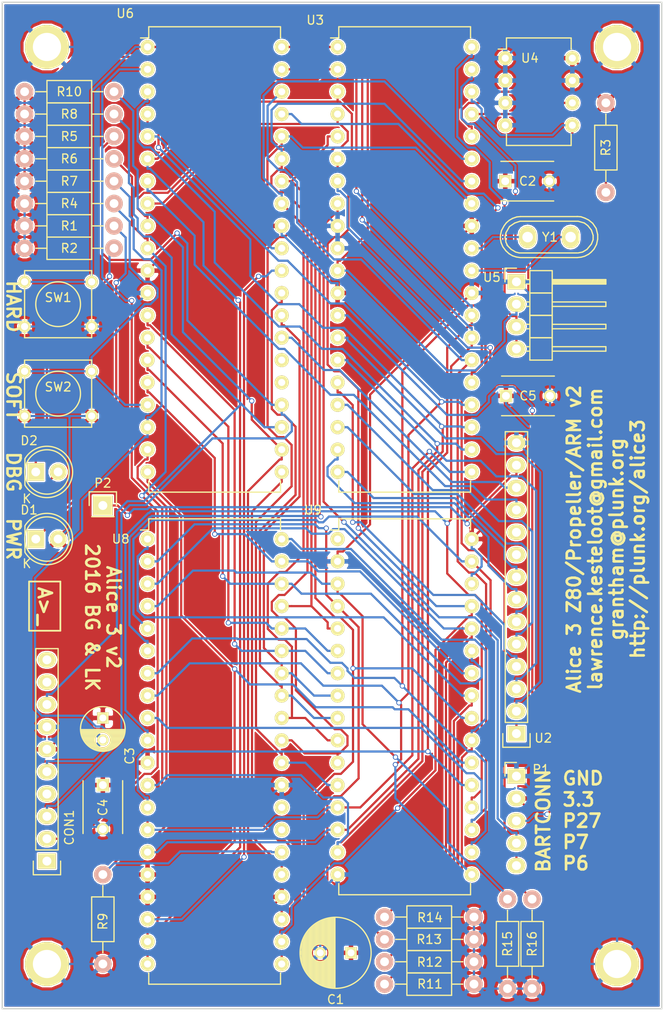
<source format=kicad_pcb>
(kicad_pcb (version 4) (host pcbnew "(2015-10-11 BZR 6260)-product")
  (title_block (title "Alice 3") (date 1/20/2016) (rev v1) (company "Earwig, Inc."))
  (layers (0 F.Cu signal) (31 B.Cu signal) (34 B.Paste user) (35 F.Paste user) (36 B.SilkS user) (37 F.SilkS user) (38 B.Mask user) (39 F.Mask user) (44 Edge.Cuts user))
  (net 0 "")
  (net 1 +3V3)
  (net 2 GND)
  (net 3 "Net-(CON1-Pad1)")
  (net 4 /IO/CS)
  (net 5 /IO/DI)
  (net 6 "Net-(CON1-Pad4)")
  (net 7 /IO/SCK)
  (net 8 /IO/DO)
  (net 9 "Net-(CON1-Pad9)")
  (net 10 "Net-(CON1-Pad10)")
  (net 11 "Net-(D1-Pad1)")
  (net 12 "Net-(D2-Pad1)")
  (net 13 "Net-(D2-Pad2)")
  (net 14 "Net-(R3-Pad2)")
  (net 15 "Net-(R4-Pad1)")
  (net 16 /Z80_RESET)
  (net 17 +5V)
  (net 18 /BUSRQ)
  (net 19 A10)
  (net 20 A11)
  (net 21 A12)
  (net 22 A13)
  (net 23 A14)
  (net 24 A15)
  (net 25 /RESET)
  (net 26 "Net-(U2-Pad1)")
  (net 27 "Net-(U2-Pad2)")
  (net 28 "Net-(U2-Pad3)")
  (net 29 "Net-(U2-Pad4)")
  (net 30 "Net-(U2-Pad5)")
  (net 31 "Net-(U2-Pad6)")
  (net 32 "Net-(U2-Pad7)")
  (net 33 "Net-(U2-Pad8)")
  (net 34 /IORQ)
  (net 35 /WR)
  (net 36 /RD)
  (net 37 A7)
  (net 38 CLK)
  (net 39 D0)
  (net 40 D1)
  (net 41 D2)
  (net 42 D3)
  (net 43 D4)
  (net 44 D5)
  (net 45 D6)
  (net 46 D7)
  (net 47 "Net-(U3-Pad30)")
  (net 48 "Net-(U3-Pad31)")
  (net 49 A0)
  (net 50 A1)
  (net 51 A2)
  (net 52 "Net-(U3-Pad37)")
  (net 53 "Net-(U3-Pad39)")
  (net 54 "Net-(U3-Pad40)")
  (net 55 KBD_DATA)
  (net 56 A5)
  (net 57 A6)
  (net 58 A8)
  (net 59 A9)
  (net 60 /MREQ)
  (net 61 /BUSACK)
  (net 62 "Net-(U6-Pad25)")
  (net 63 "Net-(U6-Pad26)")
  (net 64 KBD_CLK)
  (net 65 A4)
  (net 66 A3)
  (net 67 /HALT)
  (net 68 "Net-(U8-Pad27)")
  (net 69 "Net-(U8-Pad28)")
  (net 70 "Net-(U2-Pad9)")
  (net 71 "Net-(U2-Pad10)")
  (net 72 "Net-(P1-Pad3)")
  (net 73 "Net-(P1-Pad5)")
  (net 74 "Net-(P1-Pad4)")
  (module Capacitors_ThroughHole:C_Disc_D6_P5 (layer F.Cu) (at 102.87 53.34)
    (fp_text reference C2 (at 2.54 0) (layer F.SilkS))
    (fp_text value "0.1 µF")
    (pad 1 thru_hole rect (at 0 0) (size 1.4 1.4) (drill 0.9) (layers *.Cu *.Mask F.SilkS) (net 1 +3V3))
    (pad 2 thru_hole circle (at 5 0) (size 1.4 1.4) (drill 0.9) (layers *.Cu *.Mask F.SilkS) (net 2 GND))
  )
  (module Pin_Headers:Pin_Header_Angled_1x04 (layer F.Cu) (at 104.14 64.77)
    (fp_text reference U5 (at -2.794 -0.508) (layer F.SilkS))
    (fp_text value Propeller_Plug)
    (pad 1 thru_hole rect (at 0 0) (size 2.032 1.7272) (drill 1.016) (layers *.Cu *.Mask F.SilkS) (net 2 GND))
    (pad 2 thru_hole oval (at 0 2.54) (size 2.032 1.7272) (drill 1.016) (layers *.Cu *.Mask F.SilkS) (net 25 /RESET))
    (pad 3 thru_hole oval (at 0 5.08) (size 2.032 1.7272) (drill 1.016) (layers *.Cu *.Mask F.SilkS) (net 54 "Net-(U3-Pad40)"))
    (pad 4 thru_hole oval (at 0 7.62) (size 2.032 1.7272) (drill 1.016) (layers *.Cu *.Mask F.SilkS) (net 53 "Net-(U3-Pad39)"))
  )
  (module Pin_Headers:Pin_Header_Straight_1x14 (layer F.Cu) (at 104.14 116.078 180)
    (fp_text reference U2 (at -3.048 -0.508 180) (layer F.SilkS))
    (fp_text value VGA_daughter_board)
    (pad 1 thru_hole rect (at 0 0 180) (size 2.032 1.7272) (drill 1.016) (layers *.Cu *.Mask F.SilkS) (net 26 "Net-(U2-Pad1)"))
    (pad 2 thru_hole oval (at 0 2.54 180) (size 2.032 1.7272) (drill 1.016) (layers *.Cu *.Mask F.SilkS) (net 27 "Net-(U2-Pad2)"))
    (pad 3 thru_hole oval (at 0 5.08 180) (size 2.032 1.7272) (drill 1.016) (layers *.Cu *.Mask F.SilkS) (net 28 "Net-(U2-Pad3)"))
    (pad 4 thru_hole oval (at 0 7.62 180) (size 2.032 1.7272) (drill 1.016) (layers *.Cu *.Mask F.SilkS) (net 29 "Net-(U2-Pad4)"))
    (pad 5 thru_hole oval (at 0 10.16 180) (size 2.032 1.7272) (drill 1.016) (layers *.Cu *.Mask F.SilkS) (net 30 "Net-(U2-Pad5)"))
    (pad 6 thru_hole oval (at 0 12.7 180) (size 2.032 1.7272) (drill 1.016) (layers *.Cu *.Mask F.SilkS) (net 31 "Net-(U2-Pad6)"))
    (pad 7 thru_hole oval (at 0 15.24 180) (size 2.032 1.7272) (drill 1.016) (layers *.Cu *.Mask F.SilkS) (net 32 "Net-(U2-Pad7)"))
    (pad 8 thru_hole oval (at 0 17.78 180) (size 2.032 1.7272) (drill 1.016) (layers *.Cu *.Mask F.SilkS) (net 33 "Net-(U2-Pad8)"))
    (pad 9 thru_hole oval (at 0 20.32 180) (size 2.032 1.7272) (drill 1.016) (layers *.Cu *.Mask F.SilkS) (net 70 "Net-(U2-Pad9)"))
    (pad 10 thru_hole oval (at 0 22.86 180) (size 2.032 1.7272) (drill 1.016) (layers *.Cu *.Mask F.SilkS) (net 71 "Net-(U2-Pad10)"))
    (pad 11 thru_hole oval (at 0 25.4 180) (size 2.032 1.7272) (drill 1.016) (layers *.Cu *.Mask F.SilkS) (net 55 KBD_DATA))
    (pad 12 thru_hole oval (at 0 27.94 180) (size 2.032 1.7272) (drill 1.016) (layers *.Cu *.Mask F.SilkS) (net 64 KBD_CLK))
    (pad 13 thru_hole oval (at 0 30.48 180) (size 2.032 1.7272) (drill 1.016) (layers *.Cu *.Mask F.SilkS) (net 17 +5V))
    (pad 14 thru_hole oval (at 0 33.02 180) (size 2.032 1.7272) (drill 1.016) (layers *.Cu *.Mask F.SilkS) (net 2 GND))
  )
  (module Pin_Headers:Pin_Header_Angled_1x05 (layer F.Cu) (at 104.14 120.904)
    (fp_text reference P1 (at 2.794 -0.762) (layer F.SilkS))
    (fp_text value CONN_01X05)
    (pad 1 thru_hole rect (at 0 0) (size 2.032 1.7272) (drill 1.016) (layers *.Cu *.Mask F.SilkS) (net 2 GND))
    (pad 2 thru_hole oval (at 0 2.54) (size 2.032 1.7272) (drill 1.016) (layers *.Cu *.Mask F.SilkS) (net 1 +3V3))
    (pad 3 thru_hole oval (at 0 5.08) (size 2.032 1.7272) (drill 1.016) (layers *.Cu *.Mask F.SilkS) (net 72 "Net-(P1-Pad3)"))
    (pad 4 thru_hole oval (at 0 7.62) (size 2.032 1.7272) (drill 1.016) (layers *.Cu *.Mask F.SilkS) (net 74 "Net-(P1-Pad4)"))
    (pad 5 thru_hole oval (at 0 10.16) (size 2.032 1.7272) (drill 1.016) (layers *.Cu *.Mask F.SilkS) (net 73 "Net-(P1-Pad5)"))
  )
  (module Connect:1pin (layer F.Cu) (at 115.57 142.24)
    (fp_text reference HOLE3 hide)
    (fp_text value 1pin hide)
    (pad 1 thru_hole circle (at 0 0) (size 5 5) (drill 3.2) (layers *.Cu *.Mask F.SilkS) (net 2 GND))
  )
  (module Connect:1pin (layer F.Cu) (at 50.8 38.1)
    (fp_text reference HOLE1 hide)
    (fp_text value 1pin hide)
    (pad 1 thru_hole circle (at 0 0) (size 5 5) (drill 3.2) (layers *.Cu *.Mask F.SilkS) (net 2 GND))
  )
  (module Connect:1pin (layer F.Cu) (at 50.8 142.24)
    (fp_text reference HOLE4 hide)
    (fp_text value 1pin hide)
    (pad 1 thru_hole circle (at 0 0) (size 5 5) (drill 3.2) (layers *.Cu *.Mask F.SilkS) (net 2 GND))
  )
  (module Pin_Headers:Pin_Header_Straight_1x10 (layer F.Cu) (at 50.8 130.556 180)
    (fp_text reference CON1 (at -2.54 3.81 270) (layer F.SilkS))
    (fp_text value SD_Card)
    (pad 1 thru_hole rect (at 0 0 180) (size 2.032 1.7272) (drill 1.016) (layers *.Cu *.Mask F.SilkS) (net 3 "Net-(CON1-Pad1)"))
    (pad 2 thru_hole oval (at 0 2.54 180) (size 2.032 1.7272) (drill 1.016) (layers *.Cu *.Mask F.SilkS) (net 4 /IO/CS))
    (pad 3 thru_hole oval (at 0 5.08 180) (size 2.032 1.7272) (drill 1.016) (layers *.Cu *.Mask F.SilkS) (net 5 /IO/DI))
    (pad 4 thru_hole oval (at 0 7.62 180) (size 2.032 1.7272) (drill 1.016) (layers *.Cu *.Mask F.SilkS) (net 6 "Net-(CON1-Pad4)"))
    (pad 5 thru_hole oval (at 0 10.16 180) (size 2.032 1.7272) (drill 1.016) (layers *.Cu *.Mask F.SilkS) (net 7 /IO/SCK))
    (pad 6 thru_hole oval (at 0 12.7 180) (size 2.032 1.7272) (drill 1.016) (layers *.Cu *.Mask F.SilkS) (net 1 +3V3))
    (pad 7 thru_hole oval (at 0 15.24 180) (size 2.032 1.7272) (drill 1.016) (layers *.Cu *.Mask F.SilkS) (net 2 GND))
    (pad 8 thru_hole oval (at 0 17.78 180) (size 2.032 1.7272) (drill 1.016) (layers *.Cu *.Mask F.SilkS) (net 8 /IO/DO))
    (pad 9 thru_hole oval (at 0 20.32 180) (size 2.032 1.7272) (drill 1.016) (layers *.Cu *.Mask F.SilkS) (net 9 "Net-(CON1-Pad9)"))
    (pad 10 thru_hole oval (at 0 22.86 180) (size 2.032 1.7272) (drill 1.016) (layers *.Cu *.Mask F.SilkS) (net 10 "Net-(CON1-Pad10)"))
  )
  (module LEDs:LED-5MM (layer F.Cu) (at 49.53 93.98)
    (fp_text reference D1 (at -0.762 -3.302) (layer F.SilkS))
    (fp_text value POWER)
    (fp_text user K (at -1.016 2.794) (layer F.SilkS))
    (pad 1 thru_hole rect (at 0 0 90) (size 2 1.9) (drill 1.00076) (layers *.Cu *.Mask F.SilkS) (net 11 "Net-(D1-Pad1)"))
    (pad 2 thru_hole circle (at 2.54 0) (size 1.9 1.9) (drill 1.00076) (layers *.Cu *.Mask F.SilkS) (net 1 +3V3))
  )
  (module LEDs:LED-5MM (layer F.Cu) (at 49.53 86.36)
    (fp_text reference D2 (at -0.762 -3.556) (layer F.SilkS))
    (fp_text value DEBUG)
    (fp_text user K (at -1.016 3.048) (layer F.SilkS))
    (pad 1 thru_hole rect (at 0 0 90) (size 2 1.9) (drill 1.00076) (layers *.Cu *.Mask F.SilkS) (net 12 "Net-(D2-Pad1)"))
    (pad 2 thru_hole circle (at 2.54 0) (size 1.9 1.9) (drill 1.00076) (layers *.Cu *.Mask F.SilkS) (net 13 "Net-(D2-Pad2)"))
  )
  (module Resistors_ThroughHole:Resistor_Horizontal_RM10mm (layer F.Cu) (at 53.34 58.42 180)
    (fp_text reference R1 (at 0 0 180) (layer F.SilkS))
    (fp_text value 100 hide)
    (pad 1 thru_hole circle (at -5.08 0 180) (size 1.99898 1.99898) (drill 1.00076) (layers *.Cu *.SilkS *.Mask) (net 11 "Net-(D1-Pad1)"))
    (pad 2 thru_hole circle (at 5.08 0 180) (size 1.99898 1.99898) (drill 1.00076) (layers *.Cu *.SilkS *.Mask) (net 2 GND))
  )
  (module Resistors_ThroughHole:Resistor_Horizontal_RM10mm (layer F.Cu) (at 53.34 60.96 180)
    (fp_text reference R2 (at 0 0 360) (layer F.SilkS))
    (fp_text value 100 hide)
    (pad 1 thru_hole circle (at -5.08 0 180) (size 1.99898 1.99898) (drill 1.00076) (layers *.Cu *.SilkS *.Mask) (net 12 "Net-(D2-Pad1)"))
    (pad 2 thru_hole circle (at 5.08 0 180) (size 1.99898 1.99898) (drill 1.00076) (layers *.Cu *.SilkS *.Mask) (net 2 GND))
  )
  (module Resistors_ThroughHole:Resistor_Horizontal_RM10mm (layer F.Cu) (at 114.3 49.53 270)
    (fp_text reference R3 (at 0 0 270) (layer F.SilkS))
    (fp_text value 10k)
    (pad 1 thru_hole circle (at -5.08 0 270) (size 1.99898 1.99898) (drill 1.00076) (layers *.Cu *.SilkS *.Mask) (net 1 +3V3))
    (pad 2 thru_hole circle (at 5.08 0 270) (size 1.99898 1.99898) (drill 1.00076) (layers *.Cu *.SilkS *.Mask) (net 14 "Net-(R3-Pad2)"))
  )
  (module Resistors_ThroughHole:Resistor_Horizontal_RM10mm (layer F.Cu) (at 53.34 55.88 180)
    (fp_text reference R4 (at 0 0 180) (layer F.SilkS))
    (fp_text value 10k hide)
    (pad 1 thru_hole circle (at -5.08 0 180) (size 1.99898 1.99898) (drill 1.00076) (layers *.Cu *.SilkS *.Mask) (net 15 "Net-(R4-Pad1)"))
    (pad 2 thru_hole circle (at 5.08 0 180) (size 1.99898 1.99898) (drill 1.00076) (layers *.Cu *.SilkS *.Mask) (net 2 GND))
  )
  (module Resistors_ThroughHole:Resistor_Horizontal_RM10mm (layer F.Cu) (at 53.34 48.26)
    (fp_text reference R5 (at 0 0) (layer F.SilkS))
    (fp_text value 68K hide)
    (pad 1 thru_hole circle (at -5.08 0) (size 1.99898 1.99898) (drill 1.00076) (layers *.Cu *.SilkS *.Mask) (net 1 +3V3))
    (pad 2 thru_hole circle (at 5.08 0) (size 1.99898 1.99898) (drill 1.00076) (layers *.Cu *.SilkS *.Mask) (net 5 /IO/DI))
  )
  (module Resistors_ThroughHole:Resistor_Horizontal_RM10mm (layer F.Cu) (at 53.34 50.8)
    (fp_text reference R6 (at 0 0) (layer F.SilkS))
    (fp_text value 68K hide)
    (pad 1 thru_hole circle (at -5.08 0) (size 1.99898 1.99898) (drill 1.00076) (layers *.Cu *.SilkS *.Mask) (net 1 +3V3))
    (pad 2 thru_hole circle (at 5.08 0) (size 1.99898 1.99898) (drill 1.00076) (layers *.Cu *.SilkS *.Mask) (net 4 /IO/CS))
  )
  (module Resistors_ThroughHole:Resistor_Horizontal_RM10mm (layer F.Cu) (at 53.34 53.34)
    (fp_text reference R7 (at 0 0) (layer F.SilkS))
    (fp_text value 68K hide)
    (pad 1 thru_hole circle (at -5.08 0) (size 1.99898 1.99898) (drill 1.00076) (layers *.Cu *.SilkS *.Mask) (net 1 +3V3))
    (pad 2 thru_hole circle (at 5.08 0) (size 1.99898 1.99898) (drill 1.00076) (layers *.Cu *.SilkS *.Mask) (net 7 /IO/SCK))
  )
  (module Resistors_ThroughHole:Resistor_Horizontal_RM10mm (layer F.Cu) (at 53.34 45.72)
    (fp_text reference R8 (at 0 0) (layer F.SilkS))
    (fp_text value 68K hide)
    (pad 1 thru_hole circle (at -5.08 0) (size 1.99898 1.99898) (drill 1.00076) (layers *.Cu *.SilkS *.Mask) (net 1 +3V3))
    (pad 2 thru_hole circle (at 5.08 0) (size 1.99898 1.99898) (drill 1.00076) (layers *.Cu *.SilkS *.Mask) (net 8 /IO/DO))
  )
  (module Resistors_ThroughHole:Resistor_Horizontal_RM10mm (layer F.Cu) (at 57.15 137.16 270)
    (fp_text reference R9 (at 0.24892 0 270) (layer F.SilkS))
    (fp_text value 1k)
    (pad 1 thru_hole circle (at -5.08 0 270) (size 1.99898 1.99898) (drill 1.00076) (layers *.Cu *.SilkS *.Mask) (net 16 /Z80_RESET))
    (pad 2 thru_hole circle (at 5.08 0 270) (size 1.99898 1.99898) (drill 1.00076) (layers *.Cu *.SilkS *.Mask) (net 2 GND))
  )
  (module Resistors_ThroughHole:Resistor_Horizontal_RM10mm (layer F.Cu) (at 53.34 43.18)
    (fp_text reference R10 (at 0 0) (layer F.SilkS))
    (fp_text value 1k hide)
    (pad 1 thru_hole circle (at -5.08 0) (size 1.99898 1.99898) (drill 1.00076) (layers *.Cu *.SilkS *.Mask) (net 1 +3V3))
    (pad 2 thru_hole circle (at 5.08 0) (size 1.99898 1.99898) (drill 1.00076) (layers *.Cu *.SilkS *.Mask) (net 18 /BUSRQ))
  )
  (module Resistors_ThroughHole:Resistor_Horizontal_RM10mm (layer F.Cu) (at 94.234 144.526 180)
    (fp_text reference R11 (at -0.077 0.015 180) (layer F.SilkS))
    (fp_text value 10k)
    (pad 1 thru_hole circle (at -5.08 0 180) (size 1.99898 1.99898) (drill 1.00076) (layers *.Cu *.SilkS *.Mask) (net 2 GND))
    (pad 2 thru_hole circle (at 5.08 0 180) (size 1.99898 1.99898) (drill 1.00076) (layers *.Cu *.SilkS *.Mask) (net 19 A10))
  )
  (module Resistors_ThroughHole:Resistor_Horizontal_RM10mm (layer F.Cu) (at 94.234 141.986 180)
    (fp_text reference R12 (at -0.047 -0.045 180) (layer F.SilkS))
    (fp_text value 10k)
    (pad 1 thru_hole circle (at -5.08 0 180) (size 1.99898 1.99898) (drill 1.00076) (layers *.Cu *.SilkS *.Mask) (net 2 GND))
    (pad 2 thru_hole circle (at 5.08 0 180) (size 1.99898 1.99898) (drill 1.00076) (layers *.Cu *.SilkS *.Mask) (net 20 A11))
  )
  (module Resistors_ThroughHole:Resistor_Horizontal_RM10mm (layer F.Cu) (at 94.234 139.446 180)
    (fp_text reference R13 (at 0 0 180) (layer F.SilkS))
    (fp_text value 10k)
    (pad 1 thru_hole circle (at -5.08 0 180) (size 1.99898 1.99898) (drill 1.00076) (layers *.Cu *.SilkS *.Mask) (net 2 GND))
    (pad 2 thru_hole circle (at 5.08 0 180) (size 1.99898 1.99898) (drill 1.00076) (layers *.Cu *.SilkS *.Mask) (net 21 A12))
  )
  (module Resistors_ThroughHole:Resistor_Horizontal_RM10mm (layer F.Cu) (at 94.234 136.906 180)
    (fp_text reference R14 (at -0.077 -0.065 180) (layer F.SilkS))
    (fp_text value 10k)
    (pad 1 thru_hole circle (at -5.08 0 180) (size 1.99898 1.99898) (drill 1.00076) (layers *.Cu *.SilkS *.Mask) (net 2 GND))
    (pad 2 thru_hole circle (at 5.08 0 180) (size 1.99898 1.99898) (drill 1.00076) (layers *.Cu *.SilkS *.Mask) (net 22 A13))
  )
  (module Resistors_ThroughHole:Resistor_Horizontal_RM10mm (layer F.Cu) (at 103.124 139.954 90)
    (fp_text reference R15 (at 0 0 90) (layer F.SilkS))
    (fp_text value 10k)
    (pad 1 thru_hole circle (at -5.08 0 90) (size 1.99898 1.99898) (drill 1.00076) (layers *.Cu *.SilkS *.Mask) (net 2 GND))
    (pad 2 thru_hole circle (at 5.08 0 90) (size 1.99898 1.99898) (drill 1.00076) (layers *.Cu *.SilkS *.Mask) (net 23 A14))
  )
  (module Resistors_ThroughHole:Resistor_Horizontal_RM10mm (layer F.Cu) (at 105.918 139.954 90)
    (fp_text reference R16 (at 0 0 90) (layer F.SilkS))
    (fp_text value 10k)
    (pad 1 thru_hole circle (at -5.08 0 90) (size 1.99898 1.99898) (drill 1.00076) (layers *.Cu *.SilkS *.Mask) (net 2 GND))
    (pad 2 thru_hole circle (at 5.08 0 90) (size 1.99898 1.99898) (drill 1.00076) (layers *.Cu *.SilkS *.Mask) (net 24 A15))
  )
  (module Buttons_Switches_ThroughHole:SW_PUSH_SMALL (layer F.Cu) (at 52.07 67.31)
    (fp_text reference SW1 (at 0 -0.762) (layer F.SilkS))
    (fp_text value RESET)
    (pad 1 thru_hole circle (at 3.81 -2.54) (size 1.397 1.397) (drill 0.8128) (layers *.Cu *.Mask F.SilkS) (net 25 /RESET))
    (pad 2 thru_hole circle (at 3.81 2.54) (size 1.397 1.397) (drill 0.8128) (layers *.Cu *.Mask F.SilkS) (net 2 GND))
    (pad 1 thru_hole circle (at -3.81 -2.54) (size 1.397 1.397) (drill 0.8128) (layers *.Cu *.Mask F.SilkS) (net 25 /RESET))
    (pad 2 thru_hole circle (at -3.81 2.54) (size 1.397 1.397) (drill 0.8128) (layers *.Cu *.Mask F.SilkS) (net 2 GND))
  )
  (module Buttons_Switches_ThroughHole:SW_PUSH_SMALL (layer F.Cu) (at 52.07 77.47)
    (fp_text reference SW2 (at 0 -0.762) (layer F.SilkS))
    (fp_text value "SOFT RESET")
    (pad 1 thru_hole circle (at 3.81 -2.54) (size 1.397 1.397) (drill 0.8128) (layers *.Cu *.Mask F.SilkS) (net 15 "Net-(R4-Pad1)"))
    (pad 2 thru_hole circle (at 3.81 2.54) (size 1.397 1.397) (drill 0.8128) (layers *.Cu *.Mask F.SilkS) (net 1 +3V3))
    (pad 1 thru_hole circle (at -3.81 -2.54) (size 1.397 1.397) (drill 0.8128) (layers *.Cu *.Mask F.SilkS) (net 15 "Net-(R4-Pad1)"))
    (pad 2 thru_hole circle (at -3.81 2.54) (size 1.397 1.397) (drill 0.8128) (layers *.Cu *.Mask F.SilkS) (net 1 +3V3))
  )
  (module Housings_DIP:DIP-8_W7.62mm (layer F.Cu) (at 102.87 39.37)
    (fp_text reference U4 (at 2.794 0) (layer F.SilkS))
    (fp_text value 24LC256)
    (pad 1 thru_hole oval (at 0 0) (size 1.6 1.6) (drill 0.8) (layers *.Cu *.Mask F.SilkS) (net 2 GND))
    (pad 2 thru_hole oval (at 0 2.54) (size 1.6 1.6) (drill 0.8) (layers *.Cu *.Mask F.SilkS) (net 2 GND))
    (pad 3 thru_hole oval (at 0 5.08) (size 1.6 1.6) (drill 0.8) (layers *.Cu *.Mask F.SilkS) (net 2 GND))
    (pad 4 thru_hole oval (at 0 7.62) (size 1.6 1.6) (drill 0.8) (layers *.Cu *.Mask F.SilkS) (net 2 GND))
    (pad 5 thru_hole oval (at 7.62 7.62) (size 1.6 1.6) (drill 0.8) (layers *.Cu *.Mask F.SilkS) (net 14 "Net-(R3-Pad2)"))
    (pad 6 thru_hole oval (at 7.62 5.08) (size 1.6 1.6) (drill 0.8) (layers *.Cu *.Mask F.SilkS) (net 52 "Net-(U3-Pad37)"))
    (pad 7 thru_hole oval (at 7.62 2.54) (size 1.6 1.6) (drill 0.8) (layers *.Cu *.Mask F.SilkS) (net 2 GND))
    (pad 8 thru_hole oval (at 7.62 0) (size 1.6 1.6) (drill 0.8) (layers *.Cu *.Mask F.SilkS) (net 1 +3V3))
  )
  (module Housings_DIP:DIP-40_W15.24mm (layer F.Cu) (at 62.23 38.1)
    (fp_text reference U6 (at -2.54 -3.81) (layer F.SilkS))
    (fp_text value MiniM4-D40)
    (pad 1 thru_hole oval (at 0 0) (size 1.6 1.6) (drill 0.8) (layers *.Cu *.Mask F.SilkS) (net 25 /RESET))
    (pad 2 thru_hole oval (at 0 2.54) (size 1.6 1.6) (drill 0.8) (layers *.Cu *.Mask F.SilkS) (net 39 D0))
    (pad 3 thru_hole oval (at 0 5.08) (size 1.6 1.6) (drill 0.8) (layers *.Cu *.Mask F.SilkS) (net 40 D1))
    (pad 4 thru_hole oval (at 0 7.62) (size 1.6 1.6) (drill 0.8) (layers *.Cu *.Mask F.SilkS) (net 41 D2))
    (pad 5 thru_hole oval (at 0 10.16) (size 1.6 1.6) (drill 0.8) (layers *.Cu *.Mask F.SilkS) (net 42 D3))
    (pad 6 thru_hole oval (at 0 12.7) (size 1.6 1.6) (drill 0.8) (layers *.Cu *.Mask F.SilkS) (net 34 /IORQ))
    (pad 7 thru_hole oval (at 0 15.24) (size 1.6 1.6) (drill 0.8) (layers *.Cu *.Mask F.SilkS) (net 55 KBD_DATA))
    (pad 8 thru_hole oval (at 0 17.78) (size 1.6 1.6) (drill 0.8) (layers *.Cu *.Mask F.SilkS) (net 36 /RD))
    (pad 9 thru_hole oval (at 0 20.32) (size 1.6 1.6) (drill 0.8) (layers *.Cu *.Mask F.SilkS) (net 35 /WR))
    (pad 10 thru_hole oval (at 0 22.86) (size 1.6 1.6) (drill 0.8) (layers *.Cu *.Mask F.SilkS) (net 4 /IO/CS))
    (pad 11 thru_hole oval (at 0 25.4) (size 1.6 1.6) (drill 0.8) (layers *.Cu *.Mask F.SilkS) (net 1 +3V3))
    (pad 12 thru_hole oval (at 0 27.94) (size 1.6 1.6) (drill 0.8) (layers *.Cu *.Mask F.SilkS) (net 2 GND))
    (pad 13 thru_hole oval (at 0 30.48) (size 1.6 1.6) (drill 0.8) (layers *.Cu *.Mask F.SilkS) (net 56 A5))
    (pad 14 thru_hole oval (at 0 33.02) (size 1.6 1.6) (drill 0.8) (layers *.Cu *.Mask F.SilkS) (net 57 A6))
    (pad 15 thru_hole oval (at 0 35.56) (size 1.6 1.6) (drill 0.8) (layers *.Cu *.Mask F.SilkS) (net 58 A8))
    (pad 16 thru_hole oval (at 0 38.1) (size 1.6 1.6) (drill 0.8) (layers *.Cu *.Mask F.SilkS) (net 59 A9))
    (pad 17 thru_hole oval (at 0 40.64) (size 1.6 1.6) (drill 0.8) (layers *.Cu *.Mask F.SilkS) (net 15 "Net-(R4-Pad1)"))
    (pad 18 thru_hole oval (at 0 43.18) (size 1.6 1.6) (drill 0.8) (layers *.Cu *.Mask F.SilkS) (net 7 /IO/SCK))
    (pad 19 thru_hole oval (at 0 45.72) (size 1.6 1.6) (drill 0.8) (layers *.Cu *.Mask F.SilkS) (net 16 /Z80_RESET))
    (pad 20 thru_hole oval (at 0 48.26) (size 1.6 1.6) (drill 0.8) (layers *.Cu *.Mask F.SilkS) (net 60 /MREQ))
    (pad 21 thru_hole oval (at 15.24 48.26) (size 1.6 1.6) (drill 0.8) (layers *.Cu *.Mask F.SilkS) (net 61 /BUSACK))
    (pad 22 thru_hole oval (at 15.24 45.72) (size 1.6 1.6) (drill 0.8) (layers *.Cu *.Mask F.SilkS) (net 18 /BUSRQ))
    (pad 23 thru_hole oval (at 15.24 43.18) (size 1.6 1.6) (drill 0.8) (layers *.Cu *.Mask F.SilkS) (net 8 /IO/DO))
    (pad 24 thru_hole oval (at 15.24 40.64) (size 1.6 1.6) (drill 0.8) (layers *.Cu *.Mask F.SilkS) (net 5 /IO/DI))
    (pad 25 thru_hole oval (at 15.24 38.1) (size 1.6 1.6) (drill 0.8) (layers *.Cu *.Mask F.SilkS) (net 62 "Net-(U6-Pad25)"))
    (pad 26 thru_hole oval (at 15.24 35.56) (size 1.6 1.6) (drill 0.8) (layers *.Cu *.Mask F.SilkS) (net 63 "Net-(U6-Pad26)"))
    (pad 27 thru_hole oval (at 15.24 33.02) (size 1.6 1.6) (drill 0.8) (layers *.Cu *.Mask F.SilkS) (net 64 KBD_CLK))
    (pad 28 thru_hole oval (at 15.24 30.48) (size 1.6 1.6) (drill 0.8) (layers *.Cu *.Mask F.SilkS) (net 65 A4))
    (pad 29 thru_hole oval (at 15.24 27.94) (size 1.6 1.6) (drill 0.8) (layers *.Cu *.Mask F.SilkS) (net 66 A3))
    (pad 30 thru_hole oval (at 15.24 25.4) (size 1.6 1.6) (drill 0.8) (layers *.Cu *.Mask F.SilkS) (net 67 /HALT))
    (pad 31 thru_hole oval (at 15.24 22.86) (size 1.6 1.6) (drill 0.8) (layers *.Cu *.Mask F.SilkS) (net 2 GND))
    (pad 32 thru_hole oval (at 15.24 20.32) (size 1.6 1.6) (drill 0.8) (layers *.Cu *.Mask F.SilkS) (net 1 +3V3))
    (pad 33 thru_hole oval (at 15.24 17.78) (size 1.6 1.6) (drill 0.8) (layers *.Cu *.Mask F.SilkS) (net 51 A2))
    (pad 34 thru_hole oval (at 15.24 15.24) (size 1.6 1.6) (drill 0.8) (layers *.Cu *.Mask F.SilkS) (net 37 A7))
    (pad 35 thru_hole oval (at 15.24 12.7) (size 1.6 1.6) (drill 0.8) (layers *.Cu *.Mask F.SilkS) (net 50 A1))
    (pad 36 thru_hole oval (at 15.24 10.16) (size 1.6 1.6) (drill 0.8) (layers *.Cu *.Mask F.SilkS) (net 49 A0))
    (pad 37 thru_hole oval (at 15.24 7.62) (size 1.6 1.6) (drill 0.8) (layers *.Cu *.Mask F.SilkS) (net 43 D4))
    (pad 38 thru_hole oval (at 15.24 5.08) (size 1.6 1.6) (drill 0.8) (layers *.Cu *.Mask F.SilkS) (net 44 D5))
    (pad 39 thru_hole oval (at 15.24 2.54) (size 1.6 1.6) (drill 0.8) (layers *.Cu *.Mask F.SilkS) (net 46 D7))
    (pad 40 thru_hole oval (at 15.24 0) (size 1.6 1.6) (drill 0.8) (layers *.Cu *.Mask F.SilkS) (net 45 D6))
  )
  (module Housings_DIP:DIP-40_W15.24mm (layer F.Cu) (at 62.23 93.98)
    (fp_text reference U8 (at -3.048 0) (layer F.SilkS))
    (fp_text value Z80CPU)
    (pad 1 thru_hole oval (at 0 0) (size 1.6 1.6) (drill 0.8) (layers *.Cu *.Mask F.SilkS) (net 20 A11))
    (pad 2 thru_hole oval (at 0 2.54) (size 1.6 1.6) (drill 0.8) (layers *.Cu *.Mask F.SilkS) (net 21 A12))
    (pad 3 thru_hole oval (at 0 5.08) (size 1.6 1.6) (drill 0.8) (layers *.Cu *.Mask F.SilkS) (net 22 A13))
    (pad 4 thru_hole oval (at 0 7.62) (size 1.6 1.6) (drill 0.8) (layers *.Cu *.Mask F.SilkS) (net 23 A14))
    (pad 5 thru_hole oval (at 0 10.16) (size 1.6 1.6) (drill 0.8) (layers *.Cu *.Mask F.SilkS) (net 24 A15))
    (pad 6 thru_hole oval (at 0 12.7) (size 1.6 1.6) (drill 0.8) (layers *.Cu *.Mask F.SilkS) (net 38 CLK))
    (pad 7 thru_hole oval (at 0 15.24) (size 1.6 1.6) (drill 0.8) (layers *.Cu *.Mask F.SilkS) (net 43 D4))
    (pad 8 thru_hole oval (at 0 17.78) (size 1.6 1.6) (drill 0.8) (layers *.Cu *.Mask F.SilkS) (net 42 D3))
    (pad 9 thru_hole oval (at 0 20.32) (size 1.6 1.6) (drill 0.8) (layers *.Cu *.Mask F.SilkS) (net 44 D5))
    (pad 10 thru_hole oval (at 0 22.86) (size 1.6 1.6) (drill 0.8) (layers *.Cu *.Mask F.SilkS) (net 45 D6))
    (pad 11 thru_hole oval (at 0 25.4) (size 1.6 1.6) (drill 0.8) (layers *.Cu *.Mask F.SilkS) (net 1 +3V3))
    (pad 12 thru_hole oval (at 0 27.94) (size 1.6 1.6) (drill 0.8) (layers *.Cu *.Mask F.SilkS) (net 41 D2))
    (pad 13 thru_hole oval (at 0 30.48) (size 1.6 1.6) (drill 0.8) (layers *.Cu *.Mask F.SilkS) (net 46 D7))
    (pad 14 thru_hole oval (at 0 33.02) (size 1.6 1.6) (drill 0.8) (layers *.Cu *.Mask F.SilkS) (net 39 D0))
    (pad 15 thru_hole oval (at 0 35.56) (size 1.6 1.6) (drill 0.8) (layers *.Cu *.Mask F.SilkS) (net 40 D1))
    (pad 16 thru_hole oval (at 0 38.1) (size 1.6 1.6) (drill 0.8) (layers *.Cu *.Mask F.SilkS) (net 1 +3V3))
    (pad 17 thru_hole oval (at 0 40.64) (size 1.6 1.6) (drill 0.8) (layers *.Cu *.Mask F.SilkS) (net 1 +3V3))
    (pad 18 thru_hole oval (at 0 43.18) (size 1.6 1.6) (drill 0.8) (layers *.Cu *.Mask F.SilkS) (net 67 /HALT))
    (pad 19 thru_hole oval (at 0 45.72) (size 1.6 1.6) (drill 0.8) (layers *.Cu *.Mask F.SilkS) (net 60 /MREQ))
    (pad 20 thru_hole oval (at 0 48.26) (size 1.6 1.6) (drill 0.8) (layers *.Cu *.Mask F.SilkS) (net 34 /IORQ))
    (pad 21 thru_hole oval (at 15.24 48.26) (size 1.6 1.6) (drill 0.8) (layers *.Cu *.Mask F.SilkS) (net 36 /RD))
    (pad 22 thru_hole oval (at 15.24 45.72) (size 1.6 1.6) (drill 0.8) (layers *.Cu *.Mask F.SilkS) (net 35 /WR))
    (pad 23 thru_hole oval (at 15.24 43.18) (size 1.6 1.6) (drill 0.8) (layers *.Cu *.Mask F.SilkS) (net 61 /BUSACK))
    (pad 24 thru_hole oval (at 15.24 40.64) (size 1.6 1.6) (drill 0.8) (layers *.Cu *.Mask F.SilkS) (net 1 +3V3))
    (pad 25 thru_hole oval (at 15.24 38.1) (size 1.6 1.6) (drill 0.8) (layers *.Cu *.Mask F.SilkS) (net 18 /BUSRQ))
    (pad 26 thru_hole oval (at 15.24 35.56) (size 1.6 1.6) (drill 0.8) (layers *.Cu *.Mask F.SilkS) (net 16 /Z80_RESET))
    (pad 27 thru_hole oval (at 15.24 33.02) (size 1.6 1.6) (drill 0.8) (layers *.Cu *.Mask F.SilkS) (net 68 "Net-(U8-Pad27)"))
    (pad 28 thru_hole oval (at 15.24 30.48) (size 1.6 1.6) (drill 0.8) (layers *.Cu *.Mask F.SilkS) (net 69 "Net-(U8-Pad28)"))
    (pad 29 thru_hole oval (at 15.24 27.94) (size 1.6 1.6) (drill 0.8) (layers *.Cu *.Mask F.SilkS) (net 2 GND))
    (pad 30 thru_hole oval (at 15.24 25.4) (size 1.6 1.6) (drill 0.8) (layers *.Cu *.Mask F.SilkS) (net 49 A0))
    (pad 31 thru_hole oval (at 15.24 22.86) (size 1.6 1.6) (drill 0.8) (layers *.Cu *.Mask F.SilkS) (net 50 A1))
    (pad 32 thru_hole oval (at 15.24 20.32) (size 1.6 1.6) (drill 0.8) (layers *.Cu *.Mask F.SilkS) (net 51 A2))
    (pad 33 thru_hole oval (at 15.24 17.78) (size 1.6 1.6) (drill 0.8) (layers *.Cu *.Mask F.SilkS) (net 66 A3))
    (pad 34 thru_hole oval (at 15.24 15.24) (size 1.6 1.6) (drill 0.8) (layers *.Cu *.Mask F.SilkS) (net 65 A4))
    (pad 35 thru_hole oval (at 15.24 12.7) (size 1.6 1.6) (drill 0.8) (layers *.Cu *.Mask F.SilkS) (net 56 A5))
    (pad 36 thru_hole oval (at 15.24 10.16) (size 1.6 1.6) (drill 0.8) (layers *.Cu *.Mask F.SilkS) (net 57 A6))
    (pad 37 thru_hole oval (at 15.24 7.62) (size 1.6 1.6) (drill 0.8) (layers *.Cu *.Mask F.SilkS) (net 37 A7))
    (pad 38 thru_hole oval (at 15.24 5.08) (size 1.6 1.6) (drill 0.8) (layers *.Cu *.Mask F.SilkS) (net 58 A8))
    (pad 39 thru_hole oval (at 15.24 2.54) (size 1.6 1.6) (drill 0.8) (layers *.Cu *.Mask F.SilkS) (net 59 A9))
    (pad 40 thru_hole oval (at 15.24 0) (size 1.6 1.6) (drill 0.8) (layers *.Cu *.Mask F.SilkS) (net 19 A10))
  )
  (module Housings_DIP:DIP-32_W15.24mm (layer F.Cu) (at 83.82 93.98)
    (fp_text reference U9 (at -2.794 -3.302) (layer F.SilkS))
    (fp_text value KM681000BLP-7)
    (pad 1 thru_hole oval (at 0 0) (size 1.6 1.6) (drill 0.8) (layers *.Cu *.Mask F.SilkS))
    (pad 2 thru_hole oval (at 0 2.54) (size 1.6 1.6) (drill 0.8) (layers *.Cu *.Mask F.SilkS) (net 2 GND))
    (pad 3 thru_hole oval (at 0 5.08) (size 1.6 1.6) (drill 0.8) (layers *.Cu *.Mask F.SilkS) (net 23 A14))
    (pad 4 thru_hole oval (at 0 7.62) (size 1.6 1.6) (drill 0.8) (layers *.Cu *.Mask F.SilkS) (net 21 A12))
    (pad 5 thru_hole oval (at 0 10.16) (size 1.6 1.6) (drill 0.8) (layers *.Cu *.Mask F.SilkS) (net 37 A7))
    (pad 6 thru_hole oval (at 0 12.7) (size 1.6 1.6) (drill 0.8) (layers *.Cu *.Mask F.SilkS) (net 57 A6))
    (pad 7 thru_hole oval (at 0 15.24) (size 1.6 1.6) (drill 0.8) (layers *.Cu *.Mask F.SilkS) (net 56 A5))
    (pad 8 thru_hole oval (at 0 17.78) (size 1.6 1.6) (drill 0.8) (layers *.Cu *.Mask F.SilkS) (net 65 A4))
    (pad 9 thru_hole oval (at 0 20.32) (size 1.6 1.6) (drill 0.8) (layers *.Cu *.Mask F.SilkS) (net 66 A3))
    (pad 10 thru_hole oval (at 0 22.86) (size 1.6 1.6) (drill 0.8) (layers *.Cu *.Mask F.SilkS) (net 51 A2))
    (pad 11 thru_hole oval (at 0 25.4) (size 1.6 1.6) (drill 0.8) (layers *.Cu *.Mask F.SilkS) (net 50 A1))
    (pad 12 thru_hole oval (at 0 27.94) (size 1.6 1.6) (drill 0.8) (layers *.Cu *.Mask F.SilkS) (net 49 A0))
    (pad 13 thru_hole oval (at 0 30.48) (size 1.6 1.6) (drill 0.8) (layers *.Cu *.Mask F.SilkS) (net 39 D0))
    (pad 14 thru_hole oval (at 0 33.02) (size 1.6 1.6) (drill 0.8) (layers *.Cu *.Mask F.SilkS) (net 40 D1))
    (pad 15 thru_hole oval (at 0 35.56) (size 1.6 1.6) (drill 0.8) (layers *.Cu *.Mask F.SilkS) (net 41 D2))
    (pad 16 thru_hole oval (at 0 38.1) (size 1.6 1.6) (drill 0.8) (layers *.Cu *.Mask F.SilkS) (net 2 GND))
    (pad 17 thru_hole oval (at 15.24 38.1) (size 1.6 1.6) (drill 0.8) (layers *.Cu *.Mask F.SilkS) (net 42 D3))
    (pad 18 thru_hole oval (at 15.24 35.56) (size 1.6 1.6) (drill 0.8) (layers *.Cu *.Mask F.SilkS) (net 43 D4))
    (pad 19 thru_hole oval (at 15.24 33.02) (size 1.6 1.6) (drill 0.8) (layers *.Cu *.Mask F.SilkS) (net 44 D5))
    (pad 20 thru_hole oval (at 15.24 30.48) (size 1.6 1.6) (drill 0.8) (layers *.Cu *.Mask F.SilkS) (net 45 D6))
    (pad 21 thru_hole oval (at 15.24 27.94) (size 1.6 1.6) (drill 0.8) (layers *.Cu *.Mask F.SilkS) (net 46 D7))
    (pad 22 thru_hole oval (at 15.24 25.4) (size 1.6 1.6) (drill 0.8) (layers *.Cu *.Mask F.SilkS) (net 60 /MREQ))
    (pad 23 thru_hole oval (at 15.24 22.86) (size 1.6 1.6) (drill 0.8) (layers *.Cu *.Mask F.SilkS) (net 19 A10))
    (pad 24 thru_hole oval (at 15.24 20.32) (size 1.6 1.6) (drill 0.8) (layers *.Cu *.Mask F.SilkS) (net 36 /RD))
    (pad 25 thru_hole oval (at 15.24 17.78) (size 1.6 1.6) (drill 0.8) (layers *.Cu *.Mask F.SilkS) (net 20 A11))
    (pad 26 thru_hole oval (at 15.24 15.24) (size 1.6 1.6) (drill 0.8) (layers *.Cu *.Mask F.SilkS) (net 59 A9))
    (pad 27 thru_hole oval (at 15.24 12.7) (size 1.6 1.6) (drill 0.8) (layers *.Cu *.Mask F.SilkS) (net 58 A8))
    (pad 28 thru_hole oval (at 15.24 10.16) (size 1.6 1.6) (drill 0.8) (layers *.Cu *.Mask F.SilkS) (net 22 A13))
    (pad 29 thru_hole oval (at 15.24 7.62) (size 1.6 1.6) (drill 0.8) (layers *.Cu *.Mask F.SilkS) (net 35 /WR))
    (pad 30 thru_hole oval (at 15.24 5.08) (size 1.6 1.6) (drill 0.8) (layers *.Cu *.Mask F.SilkS) (net 1 +3V3))
    (pad 31 thru_hole oval (at 15.24 2.54) (size 1.6 1.6) (drill 0.8) (layers *.Cu *.Mask F.SilkS) (net 24 A15))
    (pad 32 thru_hole oval (at 15.24 0) (size 1.6 1.6) (drill 0.8) (layers *.Cu *.Mask F.SilkS) (net 1 +3V3))
  )
  (module Housings_DIP:DIP-40_W15.24mm (layer F.Cu) (at 83.82 38.1)
    (fp_text reference U3 (at -2.54 -3.048) (layer F.SilkS))
    (fp_text value Propeller_P8X32A-D40)
    (pad 1 thru_hole oval (at 0 0) (size 1.6 1.6) (drill 0.8) (layers *.Cu *.Mask F.SilkS) (net 13 "Net-(D2-Pad2)"))
    (pad 2 thru_hole oval (at 0 2.54) (size 1.6 1.6) (drill 0.8) (layers *.Cu *.Mask F.SilkS) (net 34 /IORQ))
    (pad 3 thru_hole oval (at 0 5.08) (size 1.6 1.6) (drill 0.8) (layers *.Cu *.Mask F.SilkS) (net 35 /WR))
    (pad 4 thru_hole oval (at 0 7.62) (size 1.6 1.6) (drill 0.8) (layers *.Cu *.Mask F.SilkS) (net 36 /RD))
    (pad 5 thru_hole oval (at 0 10.16) (size 1.6 1.6) (drill 0.8) (layers *.Cu *.Mask F.SilkS) (net 37 A7))
    (pad 6 thru_hole oval (at 0 12.7) (size 1.6 1.6) (drill 0.8) (layers *.Cu *.Mask F.SilkS) (net 38 CLK))
    (pad 7 thru_hole oval (at 0 15.24) (size 1.6 1.6) (drill 0.8) (layers *.Cu *.Mask F.SilkS) (net 73 "Net-(P1-Pad5)"))
    (pad 8 thru_hole oval (at 0 17.78) (size 1.6 1.6) (drill 0.8) (layers *.Cu *.Mask F.SilkS) (net 74 "Net-(P1-Pad4)"))
    (pad 9 thru_hole oval (at 0 20.32) (size 1.6 1.6) (drill 0.8) (layers *.Cu *.Mask F.SilkS) (net 2 GND))
    (pad 10 thru_hole oval (at 0 22.86) (size 1.6 1.6) (drill 0.8) (layers *.Cu *.Mask F.SilkS) (net 2 GND))
    (pad 11 thru_hole oval (at 0 25.4) (size 1.6 1.6) (drill 0.8) (layers *.Cu *.Mask F.SilkS) (net 25 /RESET))
    (pad 12 thru_hole oval (at 0 27.94) (size 1.6 1.6) (drill 0.8) (layers *.Cu *.Mask F.SilkS) (net 1 +3V3))
    (pad 13 thru_hole oval (at 0 30.48) (size 1.6 1.6) (drill 0.8) (layers *.Cu *.Mask F.SilkS) (net 26 "Net-(U2-Pad1)"))
    (pad 14 thru_hole oval (at 0 33.02) (size 1.6 1.6) (drill 0.8) (layers *.Cu *.Mask F.SilkS) (net 27 "Net-(U2-Pad2)"))
    (pad 15 thru_hole oval (at 0 35.56) (size 1.6 1.6) (drill 0.8) (layers *.Cu *.Mask F.SilkS) (net 28 "Net-(U2-Pad3)"))
    (pad 16 thru_hole oval (at 0 38.1) (size 1.6 1.6) (drill 0.8) (layers *.Cu *.Mask F.SilkS) (net 29 "Net-(U2-Pad4)"))
    (pad 17 thru_hole oval (at 0 40.64) (size 1.6 1.6) (drill 0.8) (layers *.Cu *.Mask F.SilkS) (net 30 "Net-(U2-Pad5)"))
    (pad 18 thru_hole oval (at 0 43.18) (size 1.6 1.6) (drill 0.8) (layers *.Cu *.Mask F.SilkS) (net 31 "Net-(U2-Pad6)"))
    (pad 19 thru_hole oval (at 0 45.72) (size 1.6 1.6) (drill 0.8) (layers *.Cu *.Mask F.SilkS) (net 32 "Net-(U2-Pad7)"))
    (pad 20 thru_hole oval (at 0 48.26) (size 1.6 1.6) (drill 0.8) (layers *.Cu *.Mask F.SilkS) (net 33 "Net-(U2-Pad8)"))
    (pad 21 thru_hole oval (at 15.24 48.26) (size 1.6 1.6) (drill 0.8) (layers *.Cu *.Mask F.SilkS) (net 39 D0))
    (pad 22 thru_hole oval (at 15.24 45.72) (size 1.6 1.6) (drill 0.8) (layers *.Cu *.Mask F.SilkS) (net 40 D1))
    (pad 23 thru_hole oval (at 15.24 43.18) (size 1.6 1.6) (drill 0.8) (layers *.Cu *.Mask F.SilkS) (net 41 D2))
    (pad 24 thru_hole oval (at 15.24 40.64) (size 1.6 1.6) (drill 0.8) (layers *.Cu *.Mask F.SilkS) (net 42 D3))
    (pad 25 thru_hole oval (at 15.24 38.1) (size 1.6 1.6) (drill 0.8) (layers *.Cu *.Mask F.SilkS) (net 43 D4))
    (pad 26 thru_hole oval (at 15.24 35.56) (size 1.6 1.6) (drill 0.8) (layers *.Cu *.Mask F.SilkS) (net 44 D5))
    (pad 27 thru_hole oval (at 15.24 33.02) (size 1.6 1.6) (drill 0.8) (layers *.Cu *.Mask F.SilkS) (net 45 D6))
    (pad 28 thru_hole oval (at 15.24 30.48) (size 1.6 1.6) (drill 0.8) (layers *.Cu *.Mask F.SilkS) (net 46 D7))
    (pad 29 thru_hole oval (at 15.24 27.94) (size 1.6 1.6) (drill 0.8) (layers *.Cu *.Mask F.SilkS) (net 2 GND))
    (pad 30 thru_hole oval (at 15.24 25.4) (size 1.6 1.6) (drill 0.8) (layers *.Cu *.Mask F.SilkS) (net 47 "Net-(U3-Pad30)"))
    (pad 31 thru_hole oval (at 15.24 22.86) (size 1.6 1.6) (drill 0.8) (layers *.Cu *.Mask F.SilkS) (net 48 "Net-(U3-Pad31)"))
    (pad 32 thru_hole oval (at 15.24 20.32) (size 1.6 1.6) (drill 0.8) (layers *.Cu *.Mask F.SilkS) (net 1 +3V3))
    (pad 33 thru_hole oval (at 15.24 17.78) (size 1.6 1.6) (drill 0.8) (layers *.Cu *.Mask F.SilkS) (net 49 A0))
    (pad 34 thru_hole oval (at 15.24 15.24) (size 1.6 1.6) (drill 0.8) (layers *.Cu *.Mask F.SilkS) (net 50 A1))
    (pad 35 thru_hole oval (at 15.24 12.7) (size 1.6 1.6) (drill 0.8) (layers *.Cu *.Mask F.SilkS) (net 51 A2))
    (pad 36 thru_hole oval (at 15.24 10.16) (size 1.6 1.6) (drill 0.8) (layers *.Cu *.Mask F.SilkS) (net 72 "Net-(P1-Pad3)"))
    (pad 37 thru_hole oval (at 15.24 7.62) (size 1.6 1.6) (drill 0.8) (layers *.Cu *.Mask F.SilkS) (net 52 "Net-(U3-Pad37)"))
    (pad 38 thru_hole oval (at 15.24 5.08) (size 1.6 1.6) (drill 0.8) (layers *.Cu *.Mask F.SilkS) (net 14 "Net-(R3-Pad2)"))
    (pad 39 thru_hole oval (at 15.24 2.54) (size 1.6 1.6) (drill 0.8) (layers *.Cu *.Mask F.SilkS) (net 53 "Net-(U3-Pad39)"))
    (pad 40 thru_hole oval (at 15.24 0) (size 1.6 1.6) (drill 0.8) (layers *.Cu *.Mask F.SilkS) (net 54 "Net-(U3-Pad40)"))
  )
  (module Connect:1pin (layer F.Cu) (at 115.57 38.1)
    (fp_text reference HOLE2 hide)
    (fp_text value 1pin hide)
    (pad 1 thru_hole circle (at 0 0) (size 5 5) (drill 3.2) (layers *.Cu *.Mask F.SilkS) (net 2 GND))
  )
  (module Capacitors_ThroughHole:C_Radial_D8_L11.5_P3.5 (layer F.Cu) (at 85.344 140.97 180)
    (fp_text reference C1 (at 1.75 -5.3 180) (layer F.SilkS))
    (fp_text value "1000 µF")
    (pad 2 thru_hole circle (at 3.5 0 180) (size 1.3 1.3) (drill 0.8) (layers *.Cu *.Mask F.SilkS) (net 2 GND))
    (pad 1 thru_hole rect (at 0 0 180) (size 1.3 1.3) (drill 0.8) (layers *.Cu *.Mask F.SilkS) (net 1 +3V3))
  )
  (module Crystals:Crystal_HC50-U_Vertical (layer F.Cu) (at 107.851 59.69 180)
    (fp_text reference Y1 (at -0.099 0 180) (layer F.SilkS))
    (fp_text value "5 MHz")
    (pad 1 thru_hole oval (at -2.44094 0 180) (size 1.99898 2.49936) (drill 1.19888) (layers *.Cu *.Mask F.SilkS) (net 47 "Net-(U3-Pad30)"))
    (pad 2 thru_hole oval (at 2.44094 0 180) (size 1.99898 2.49936) (drill 1.19888) (layers *.Cu *.Mask F.SilkS) (net 48 "Net-(U3-Pad31)"))
  )
  (module Capacitors_ThroughHole:C_Disc_D6_P5 (layer F.Cu) (at 102.95 77.724)
    (fp_text reference C5 (at 2.5 0) (layer F.SilkS))
    (fp_text value "0.1 µF")
    (pad 1 thru_hole rect (at 0 0) (size 1.4 1.4) (drill 0.9) (layers *.Cu *.Mask F.SilkS) (net 1 +3V3))
    (pad 2 thru_hole circle (at 5 0) (size 1.4 1.4) (drill 0.9) (layers *.Cu *.Mask F.SilkS) (net 2 GND))
  )
  (module Capacitors_ThroughHole:C_Radial_D5_L11_P2.5 (layer F.Cu) (at 57.15 114.3 270)
    (fp_text reference C3 (at 4.318 -3.048 270) (layer F.SilkS))
    (fp_text value 10µF)
    (pad 1 thru_hole rect (at 0 0 270) (size 1.3 1.3) (drill 0.8) (layers *.Cu *.Mask F.SilkS) (net 1 +3V3))
    (pad 2 thru_hole circle (at 2.5 0 270) (size 1.3 1.3) (drill 0.8) (layers *.Cu *.Mask F.SilkS) (net 2 GND))
  )
  (module Capacitors_ThroughHole:C_Disc_D6_P5 (layer F.Cu) (at 57.15 121.92 270)
    (fp_text reference C4 (at 2.54 0 270) (layer F.SilkS))
    (fp_text value "0.1 µF")
    (pad 1 thru_hole rect (at 0 0 270) (size 1.4 1.4) (drill 0.9) (layers *.Cu *.Mask F.SilkS) (net 1 +3V3))
    (pad 2 thru_hole circle (at 5 0 270) (size 1.4 1.4) (drill 0.9) (layers *.Cu *.Mask F.SilkS) (net 2 GND))
  )
  (module Pin_Headers:Pin_Header_Straight_1x01 (layer F.Cu) (at 57.15 90.17)
    (fp_text reference P2 (at 0 -2.54) (layer F.SilkS))
    (fp_text value CONN_01X01)
    (pad 1 thru_hole rect (at 0 0) (size 2.2352 2.2352) (drill 1.016) (layers *.Cu *.Mask F.SilkS) (net 17 +5V))
  )
  (gr_text PWR (at 46.99 93.98 270) (layer F.SilkS) (effects (font (size 1.5 1.5) (thickness 0.3))))
  (gr_text DBG (at 46.99 86.36 270) (layer F.SilkS) (effects (font (size 1.5 1.5) (thickness 0.3))))
  (gr_text BARTCONN (at 107.188 125.984 90) (layer F.SilkS) (effects (font (size 1.5 1.5) (thickness 0.3))))
  (gr_line (start 52.324 98.806) (end 48.768 98.806) (layer F.SilkS) (width 0.2))
  (gr_line (start 52.324 104.394) (end 52.324 98.806) (layer F.SilkS) (width 0.2))
  (gr_line (start 48.768 104.394) (end 52.324 104.394) (layer F.SilkS) (width 0.2))
  (gr_line (start 48.768 98.806) (end 48.768 104.394) (layer F.SilkS) (width 0.2))
  (gr_text A>_ (at 50.546 101.6 270) (layer F.SilkS) (effects (font (size 1.5 1.5) (thickness 0.3))))
  (gr_text HARD (at 46.99 67.564 270) (layer F.SilkS) (effects (font (size 1.5 1.5) (thickness 0.3))))
  (gr_text "SOFT\n" (at 46.99 77.724 270) (layer F.SilkS) (effects (font (size 1.5 1.5) (thickness 0.3))))
  (gr_text "Alice 3 Z80/Propeller/ARM v2\nlawrence.kesteloot@gmail.com\ngrantham@plunk.org\nhttp://plunk.org/alice3" (at 114.3 93.98 90) (layer F.SilkS) (effects (font (size 1.5 1.5) (thickness 0.3))))
  (gr_text "Alice 3 v2\n2016 BG & LK" (at 57.15 102.87 270) (layer F.SilkS) (effects (font (size 1.5 1.5) (thickness 0.3))))
  (gr_text "GND\n3.3\nP27\nP7\nP6" (at 109.22 125.984) (layer F.SilkS) (effects (font (size 1.5 1.5) (thickness 0.3)) (justify left)))
  (gr_line (start 120.65 147.32) (end 45.72 147.32) (layer Edge.Cuts) (width 0.15))
  (gr_line (start 120.65 33.02) (end 120.65 147.32) (layer Edge.Cuts) (width 0.15))
  (gr_line (start 45.72 33.02) (end 120.65 33.02) (layer Edge.Cuts) (width 0.15))
  (gr_line (start 45.72 147.32) (end 45.72 33.02) (layer Edge.Cuts) (width 0.15))
  (segment (start 104.292 123.444) (end 104.14 123.444) (width 0.25) (layer F.Cu) (net 1))
  (segment (start 107.242 126.394) (end 104.292 123.444) (width 0.25) (layer F.Cu) (net 1))
  (segment (start 107.242 145.67) (end 107.242 126.394) (width 0.25) (layer F.Cu) (net 1))
  (segment (start 106.554 146.358) (end 107.242 145.67) (width 0.25) (layer F.Cu) (net 1))
  (segment (start 89.0262 146.358) (end 106.554 146.358) (width 0.25) (layer F.Cu) (net 1))
  (segment (start 85.344 142.676) (end 89.0262 146.358) (width 0.25) (layer F.Cu) (net 1))
  (segment (start 85.344 141.87) (end 85.344 142.676) (width 0.25) (layer F.Cu) (net 1))
  (segment (start 62.23 134.62) (end 62.23 132.08) (width 0.25) (layer F.Cu) (net 1))
  (segment (start 59.4512 117.658) (end 59.4512 119.38) (width 0.25) (layer F.Cu) (net 1))
  (segment (start 57.15 115.357) (end 59.4512 117.658) (width 0.25) (layer F.Cu) (net 1))
  (segment (start 57.15 114.3) (end 57.15 115.357) (width 0.25) (layer F.Cu) (net 1))
  (segment (start 91.44 66.04) (end 99.06 58.42) (width 0.25) (layer F.Cu) (net 1))
  (segment (start 83.82 66.04) (end 91.44 66.04) (width 0.25) (layer F.Cu) (net 1))
  (segment (start 67.31 58.42) (end 77.47 58.42) (width 0.25) (layer F.Cu) (net 1))
  (segment (start 62.23 63.5) (end 67.31 58.42) (width 0.25) (layer F.Cu) (net 1))
  (segment (start 107.255 56.7747) (end 115.624 56.7747) (width 0.25) (layer F.Cu) (net 1))
  (segment (start 103.82 53.34) (end 107.255 56.7747) (width 0.25) (layer F.Cu) (net 1))
  (segment (start 102.87 53.34) (end 103.82 53.34) (width 0.25) (layer F.Cu) (net 1))
  (segment (start 102.95 77.724) (end 102.95 76.774) (width 0.25) (layer F.Cu) (net 1))
  (segment (start 102.87 54.61) (end 99.06 58.42) (width 0.25) (layer F.Cu) (net 1))
  (segment (start 102.87 53.34) (end 102.87 54.61) (width 0.25) (layer F.Cu) (net 1))
  (segment (start 112.745 41.625) (end 110.49 39.37) (width 0.25) (layer F.Cu) (net 1))
  (segment (start 112.745 42.895) (end 112.745 41.625) (width 0.25) (layer F.Cu) (net 1))
  (segment (start 114.3 44.45) (end 112.745 42.895) (width 0.25) (layer F.Cu) (net 1))
  (segment (start 115.299 45.4495) (end 114.3 44.45) (width 0.25) (layer F.Cu) (net 1))
  (segment (start 115.624 45.7745) (end 115.299 45.4495) (width 0.25) (layer F.Cu) (net 1))
  (segment (start 115.624 56.7747) (end 115.624 45.7745) (width 0.25) (layer F.Cu) (net 1))
  (segment (start 48.26 50.8) (end 48.26 53.34) (width 0.25) (layer F.Cu) (net 1))
  (segment (start 48.26 48.26) (end 48.26 50.8) (width 0.25) (layer F.Cu) (net 1))
  (segment (start 48.26 45.72) (end 48.26 48.26) (width 0.25) (layer F.Cu) (net 1))
  (segment (start 48.26 43.18) (end 48.26 45.72) (width 0.25) (layer F.Cu) (net 1))
  (segment (start 102.95 78.674) (end 105.481 81.205) (width 0.25) (layer B.Cu) (net 1))
  (segment (start 115.624 113.226) (end 115.624 78.7143) (width 0.25) (layer F.Cu) (net 1))
  (segment (start 105.406 123.444) (end 115.624 113.226) (width 0.25) (layer F.Cu) (net 1))
  (segment (start 104.14 123.444) (end 105.406 123.444) (width 0.25) (layer F.Cu) (net 1))
  (segment (start 115.624 78.7143) (end 115.624 56.7747) (width 0.25) (layer F.Cu) (net 1))
  (segment (start 102.95 77.724) (end 102.95 78.674) (width 0.25) (layer F.Cu) (net 1))
  (segment (start 102.95 78.674) (end 103.025 78.749) (width 0.25) (layer F.Cu) (net 1))
  (segment (start 99.86 93.18) (end 99.06 93.98) (width 0.25) (layer F.Cu) (net 1))
  (segment (start 101.011 92.0294) (end 99.86 93.18) (width 0.25) (layer F.Cu) (net 1))
  (segment (start 104.622 92.0294) (end 101.011 92.0294) (width 0.25) (layer F.Cu) (net 1))
  (segment (start 105.481 91.1703) (end 104.622 92.0294) (width 0.25) (layer F.Cu) (net 1))
  (segment (start 105.481 81.205) (end 105.481 91.1703) (width 0.25) (layer F.Cu) (net 1))
  (segment (start 103.025 78.749) (end 105.481 81.205) (width 0.25) (layer F.Cu) (net 1))
  (segment (start 102.95 78.674) (end 103.025 78.749) (width 0.25) (layer F.Cu) (net 1))
  (segment (start 115.59 78.749) (end 115.624 78.7143) (width 0.25) (layer F.Cu) (net 1))
  (segment (start 103.025 78.749) (end 115.59 78.749) (width 0.25) (layer F.Cu) (net 1))
  (segment (start 58.74 119.38) (end 59.4512 119.38) (width 0.25) (layer F.Cu) (net 1))
  (segment (start 57.15 120.97) (end 58.74 119.38) (width 0.25) (layer F.Cu) (net 1))
  (segment (start 57.15 121.92) (end 57.15 120.97) (width 0.25) (layer F.Cu) (net 1))
  (segment (start 59.4512 119.38) (end 62.23 119.38) (width 0.25) (layer F.Cu) (net 1))
  (segment (start 52.3994 134.62) (end 54.7989 134.62) (width 0.25) (layer F.Cu) (net 1))
  (segment (start 49.459 131.68) (end 52.3994 134.62) (width 0.25) (layer F.Cu) (net 1))
  (segment (start 49.459 117.931) (end 49.459 131.68) (width 0.25) (layer F.Cu) (net 1))
  (segment (start 49.534 117.856) (end 49.459 117.931) (width 0.25) (layer F.Cu) (net 1))
  (segment (start 50.8 117.856) (end 49.534 117.856) (width 0.25) (layer F.Cu) (net 1))
  (segment (start 54.7989 134.62) (end 62.23 134.62) (width 0.25) (layer F.Cu) (net 1))
  (segment (start 85.344 140.97) (end 85.344 141.87) (width 0.25) (layer F.Cu) (net 1))
  (segment (start 85.344 140.97) (end 85.344 141.87) (width 0.25) (layer F.Cu) (net 1))
  (segment (start 85.344 141.87) (end 83.8486 143.365) (width 0.25) (layer F.Cu) (net 1))
  (segment (start 54.7989 136.474) (end 54.7989 134.62) (width 0.25) (layer F.Cu) (net 1))
  (segment (start 61.8895 143.564) (end 54.7989 136.474) (width 0.25) (layer F.Cu) (net 1))
  (segment (start 83.6495 143.564) (end 61.8895 143.564) (width 0.25) (layer F.Cu) (net 1))
  (segment (start 83.8486 143.365) (end 83.6495 143.564) (width 0.25) (layer F.Cu) (net 1))
  (segment (start 83.849 143.365) (end 83.8486 143.365) (width 0.25) (layer F.Cu) (net 1))
  (segment (start 85.344 141.87) (end 83.849 143.365) (width 0.25) (layer F.Cu) (net 1))
  (segment (start 76.345 135.745) (end 77.47 134.62) (width 0.25) (layer F.Cu) (net 1))
  (segment (start 76.345 142.78) (end 76.345 135.745) (width 0.25) (layer F.Cu) (net 1))
  (segment (start 76.93 143.365) (end 76.345 142.78) (width 0.25) (layer F.Cu) (net 1))
  (segment (start 83.8486 143.365) (end 76.93 143.365) (width 0.25) (layer F.Cu) (net 1))
  (segment (start 102.95 77.724) (end 102.95 78.674) (width 0.25) (layer B.Cu) (net 1))
  (segment (start 50.9524 117.856) (end 50.8 117.856) (width 0.25) (layer F.Cu) (net 1))
  (segment (start 52.066 116.742) (end 50.9524 117.856) (width 0.25) (layer F.Cu) (net 1))
  (segment (start 52.066 116.59) (end 52.066 116.742) (width 0.25) (layer F.Cu) (net 1))
  (segment (start 54.356 114.3) (end 52.066 116.59) (width 0.25) (layer F.Cu) (net 1))
  (segment (start 57.15 114.3) (end 54.356 114.3) (width 0.25) (layer F.Cu) (net 1))
  (segment (start 99.3414 97.9347) (end 99.06 97.9347) (width 0.25) (layer B.Cu) (net 1))
  (segment (start 100.1853 97.0908) (end 99.3414 97.9347) (width 0.25) (layer B.Cu) (net 1))
  (segment (start 100.1853 95.9902) (end 100.1853 97.0908) (width 0.25) (layer B.Cu) (net 1))
  (segment (start 99.3004 95.1053) (end 100.1853 95.9902) (width 0.25) (layer B.Cu) (net 1))
  (segment (start 99.06 95.1053) (end 99.3004 95.1053) (width 0.25) (layer B.Cu) (net 1))
  (segment (start 99.06 93.98) (end 99.06 95.1053) (width 0.25) (layer B.Cu) (net 1))
  (segment (start 99.06 99.06) (end 99.06 97.9347) (width 0.25) (layer B.Cu) (net 1))
  (segment (start 83.096 64.9147) (end 83.82 64.9147) (width 0.25) (layer B.Cu) (net 1))
  (segment (start 77.7266 59.5453) (end 83.096 64.9147) (width 0.25) (layer B.Cu) (net 1))
  (segment (start 77.47 59.5453) (end 77.7266 59.5453) (width 0.25) (layer B.Cu) (net 1))
  (segment (start 77.47 58.42) (end 77.47 59.5453) (width 0.25) (layer B.Cu) (net 1))
  (segment (start 83.82 66.04) (end 83.82 64.9147) (width 0.25) (layer B.Cu) (net 1))
  (segment (start 53.361 92.689) (end 52.07 93.98) (width 0.25) (layer B.Cu) (net 1))
  (segment (start 53.361 80.01) (end 53.361 92.689) (width 0.25) (layer B.Cu) (net 1))
  (segment (start 48.26 80.01) (end 53.361 80.01) (width 0.25) (layer B.Cu) (net 1))
  (segment (start 53.361 80.01) (end 55.88 80.01) (width 0.25) (layer B.Cu) (net 1))
  (segment (start 48.8398 63.5) (end 49.8141 63.5) (width 0.25) (layer F.Cu) (net 1))
  (segment (start 46.9355 61.5958) (end 48.8398 63.5) (width 0.25) (layer F.Cu) (net 1))
  (segment (start 46.9355 54.6645) (end 46.9355 61.5958) (width 0.25) (layer F.Cu) (net 1))
  (segment (start 48.26 53.34) (end 46.9355 54.6645) (width 0.25) (layer F.Cu) (net 1))
  (segment (start 49.8141 63.5) (end 62.23 63.5) (width 0.25) (layer F.Cu) (net 1))
  (segment (start 49.8141 78.4559) (end 48.26 80.01) (width 0.25) (layer F.Cu) (net 1))
  (segment (start 49.8141 63.5) (end 49.8141 78.4559) (width 0.25) (layer F.Cu) (net 1))
  (segment (start 70.9456 55.567) (end 70.9456 33.7222) (width 0.25) (layer B.Cu) (net 2))
  (segment (start 76.3386 60.96) (end 70.9456 55.567) (width 0.25) (layer B.Cu) (net 2))
  (segment (start 77.47 60.96) (end 76.3386 60.96) (width 0.25) (layer B.Cu) (net 2))
  (segment (start 109.201 57.005) (end 109.873 56.333) (width 0.25) (layer B.Cu) (net 2))
  (segment (start 98.52 57.005) (end 109.201 57.005) (width 0.25) (layer B.Cu) (net 2))
  (segment (start 93.73 52.215) (end 98.52 57.005) (width 0.25) (layer B.Cu) (net 2))
  (segment (start 83.28 52.215) (end 93.73 52.215) (width 0.25) (layer B.Cu) (net 2))
  (segment (start 82.695 52.8) (end 83.28 52.215) (width 0.25) (layer B.Cu) (net 2))
  (segment (start 82.695 57.295) (end 82.695 52.8) (width 0.25) (layer B.Cu) (net 2))
  (segment (start 83.82 58.42) (end 82.695 57.295) (width 0.25) (layer B.Cu) (net 2))
  (segment (start 83.82 60.96) (end 83.82 58.42) (width 0.25) (layer B.Cu) (net 2))
  (segment (start 107.87 54.3299) (end 109.873 56.333) (width 0.25) (layer B.Cu) (net 2))
  (segment (start 107.87 53.34) (end 107.87 54.3299) (width 0.25) (layer B.Cu) (net 2))
  (segment (start 118.07 54.0353) (end 118.07 52.8002) (width 0.25) (layer B.Cu) (net 2))
  (segment (start 112.819 59.2863) (end 118.07 54.0353) (width 0.25) (layer B.Cu) (net 2))
  (segment (start 112.819 59.2789) (end 112.819 59.2863) (width 0.25) (layer B.Cu) (net 2))
  (segment (start 109.873 56.333) (end 112.819 59.2789) (width 0.25) (layer B.Cu) (net 2))
  (segment (start 54.794 146.234) (end 50.8 142.24) (width 0.25) (layer B.Cu) (net 2))
  (segment (start 76.58 146.234) (end 54.794 146.234) (width 0.25) (layer B.Cu) (net 2))
  (segment (start 81.844 140.97) (end 76.58 146.234) (width 0.25) (layer B.Cu) (net 2))
  (segment (start 73.805 125.585) (end 77.47 121.92) (width 0.25) (layer B.Cu) (net 2))
  (segment (start 58.485 125.585) (end 73.805 125.585) (width 0.25) (layer B.Cu) (net 2))
  (segment (start 57.15 126.92) (end 58.485 125.585) (width 0.25) (layer B.Cu) (net 2))
  (segment (start 47.2365 68.8265) (end 48.26 69.85) (width 0.25) (layer B.Cu) (net 2))
  (segment (start 47.2365 61.9835) (end 47.2365 68.8265) (width 0.25) (layer B.Cu) (net 2))
  (segment (start 48.26 60.96) (end 47.2365 61.9835) (width 0.25) (layer B.Cu) (net 2))
  (segment (start 48.26 58.42) (end 48.26 60.96) (width 0.25) (layer B.Cu) (net 2))
  (segment (start 48.26 55.88) (end 48.26 58.42) (width 0.25) (layer B.Cu) (net 2))
  (segment (start 46.9355 54.5555) (end 48.26 55.88) (width 0.25) (layer B.Cu) (net 2))
  (segment (start 46.9355 41.9645) (end 46.9355 54.5555) (width 0.25) (layer B.Cu) (net 2))
  (segment (start 50.8 38.1) (end 46.9355 41.9645) (width 0.25) (layer B.Cu) (net 2))
  (segment (start 102.87 44.45) (end 102.87 46.99) (width 0.25) (layer B.Cu) (net 2))
  (segment (start 102.87 41.91) (end 102.87 44.45) (width 0.25) (layer B.Cu) (net 2))
  (segment (start 102.87 39.37) (end 102.87 41.91) (width 0.25) (layer B.Cu) (net 2))
  (segment (start 111.76 41.91) (end 110.49 41.91) (width 0.25) (layer B.Cu) (net 2))
  (segment (start 115.57 38.1) (end 111.76 41.91) (width 0.25) (layer B.Cu) (net 2))
  (segment (start 104.14 120.904) (end 104.292 120.904) (width 0.25) (layer B.Cu) (net 2))
  (segment (start 55.666 115.316) (end 57.15 116.8) (width 0.25) (layer B.Cu) (net 2))
  (segment (start 50.8 115.316) (end 55.666 115.316) (width 0.25) (layer B.Cu) (net 2))
  (segment (start 50.8 142.24) (end 57.15 142.24) (width 0.25) (layer B.Cu) (net 2))
  (segment (start 81.844 134.056) (end 83.82 132.08) (width 0.25) (layer B.Cu) (net 2))
  (segment (start 81.844 140.97) (end 81.844 134.056) (width 0.25) (layer B.Cu) (net 2))
  (segment (start 115.57 132.182) (end 104.292 120.904) (width 0.25) (layer B.Cu) (net 2))
  (segment (start 115.57 142.24) (end 115.57 132.182) (width 0.25) (layer B.Cu) (net 2))
  (segment (start 82.494 141.62) (end 81.844 140.97) (width 0.25) (layer B.Cu) (net 2))
  (segment (start 86.7245 145.85) (end 82.494 141.62) (width 0.25) (layer B.Cu) (net 2))
  (segment (start 97.9895 145.85) (end 86.7245 145.85) (width 0.25) (layer B.Cu) (net 2))
  (segment (start 99.314 144.526) (end 97.9895 145.85) (width 0.25) (layer B.Cu) (net 2))
  (segment (start 99.314 139.446) (end 99.314 136.906) (width 0.25) (layer B.Cu) (net 2))
  (segment (start 99.314 141.986) (end 99.314 139.446) (width 0.25) (layer B.Cu) (net 2))
  (segment (start 99.314 144.526) (end 99.314 141.986) (width 0.25) (layer B.Cu) (net 2))
  (segment (start 99.822 145.034) (end 99.314 144.526) (width 0.25) (layer B.Cu) (net 2))
  (segment (start 103.124 145.034) (end 99.822 145.034) (width 0.25) (layer B.Cu) (net 2))
  (segment (start 105.918 145.034) (end 103.124 145.034) (width 0.25) (layer B.Cu) (net 2))
  (segment (start 108.712 142.24) (end 105.918 145.034) (width 0.25) (layer B.Cu) (net 2))
  (segment (start 115.57 142.24) (end 108.712 142.24) (width 0.25) (layer B.Cu) (net 2))
  (segment (start 48.3 116.55) (end 48.3 128.52) (width 0.25) (layer B.Cu) (net 2))
  (segment (start 49.534 115.316) (end 48.3 116.55) (width 0.25) (layer B.Cu) (net 2))
  (segment (start 50.8 115.316) (end 49.534 115.316) (width 0.25) (layer B.Cu) (net 2))
  (segment (start 48.3 128.52) (end 48.3 129.233) (width 0.25) (layer B.Cu) (net 2))
  (segment (start 48.3 139.74) (end 48.3 129.233) (width 0.25) (layer B.Cu) (net 2))
  (segment (start 50.8 142.24) (end 48.3 139.74) (width 0.25) (layer B.Cu) (net 2))
  (segment (start 48.3 129.233) (end 48.3 128.52) (width 0.25) (layer B.Cu) (net 2))
  (segment (start 104.14 83.058) (end 104.292 83.058) (width 0.25) (layer B.Cu) (net 2))
  (segment (start 107.95 79.4004) (end 107.95 77.724) (width 0.25) (layer B.Cu) (net 2))
  (segment (start 104.292 83.058) (end 107.95 79.4004) (width 0.25) (layer B.Cu) (net 2))
  (segment (start 118.07 52.8002) (end 118.07 51.4701) (width 0.25) (layer B.Cu) (net 2))
  (segment (start 118.07 52.8002) (end 118.07 51.4701) (width 0.25) (layer B.Cu) (net 2))
  (segment (start 118.07 40.6) (end 115.57 38.1) (width 0.25) (layer B.Cu) (net 2))
  (segment (start 118.07 51.4701) (end 118.07 40.6) (width 0.25) (layer B.Cu) (net 2))
  (segment (start 113.07 35.6) (end 108.738 35.6) (width 0.25) (layer B.Cu) (net 2))
  (segment (start 115.57 38.1) (end 113.07 35.6) (width 0.25) (layer B.Cu) (net 2))
  (segment (start 106.64 35.6) (end 102.87 39.37) (width 0.25) (layer B.Cu) (net 2))
  (segment (start 108.738 35.6) (end 106.64 35.6) (width 0.25) (layer B.Cu) (net 2))
  (segment (start 58.7133 33.7222) (end 70.9456 33.7222) (width 0.25) (layer B.Cu) (net 2))
  (segment (start 54.3355 38.1) (end 58.7133 33.7222) (width 0.25) (layer B.Cu) (net 2))
  (segment (start 50.8 38.1) (end 54.3355 38.1) (width 0.25) (layer B.Cu) (net 2))
  (segment (start 106.861 33.7222) (end 108.738 35.6) (width 0.25) (layer B.Cu) (net 2))
  (segment (start 70.9456 33.7222) (end 106.861 33.7222) (width 0.25) (layer B.Cu) (net 2))
  (segment (start 50.1553 126.665) (end 56.2154 126.665) (width 0.25) (layer B.Cu) (net 2))
  (segment (start 48.3 128.52) (end 50.1553 126.665) (width 0.25) (layer B.Cu) (net 2))
  (segment (start 56.895 126.665) (end 57.15 126.92) (width 0.25) (layer B.Cu) (net 2))
  (segment (start 56.2154 126.665) (end 56.895 126.665) (width 0.25) (layer B.Cu) (net 2))
  (segment (start 58.42 69.85) (end 62.23 66.04) (width 0.25) (layer B.Cu) (net 2))
  (segment (start 55.88 69.85) (end 58.42 69.85) (width 0.25) (layer B.Cu) (net 2))
  (segment (start 55.88 69.85) (end 48.26 69.85) (width 0.25) (layer B.Cu) (net 2))
  (segment (start 104.292 64.77) (end 104.216 64.77) (width 0.25) (layer B.Cu) (net 2))
  (segment (start 107.95 68.4276) (end 104.292 64.77) (width 0.25) (layer B.Cu) (net 2))
  (segment (start 107.95 77.724) (end 107.95 68.4276) (width 0.25) (layer B.Cu) (net 2))
  (segment (start 107.335 64.77) (end 112.819 59.2863) (width 0.25) (layer B.Cu) (net 2))
  (segment (start 104.216 64.77) (end 107.335 64.77) (width 0.25) (layer B.Cu) (net 2))
  (segment (start 108.495 87.2603) (end 104.292 83.058) (width 0.25) (layer B.Cu) (net 2))
  (segment (start 108.495 116.702) (end 108.495 87.2603) (width 0.25) (layer B.Cu) (net 2))
  (segment (start 104.292 120.904) (end 108.495 116.702) (width 0.25) (layer B.Cu) (net 2))
  (segment (start 104.178 64.77) (end 104.216 64.77) (width 0.25) (layer B.Cu) (net 2))
  (segment (start 104.216 64.77) (end 104.178 64.77) (width 0.25) (layer B.Cu) (net 2))
  (segment (start 104.178 64.77) (end 104.159 64.77) (width 0.25) (layer B.Cu) (net 2))
  (segment (start 104.159 64.77) (end 104.178 64.77) (width 0.25) (layer B.Cu) (net 2))
  (segment (start 84.4354 95.3947) (end 83.82 95.3947) (width 0.25) (layer F.Cu) (net 2))
  (segment (start 87.5058 92.3243) (end 84.4354 95.3947) (width 0.25) (layer F.Cu) (net 2))
  (segment (start 87.5058 77.5942) (end 87.5058 92.3243) (width 0.25) (layer F.Cu) (net 2))
  (segment (start 99.06 66.04) (end 87.5058 77.5942) (width 0.25) (layer F.Cu) (net 2))
  (segment (start 83.82 96.52) (end 83.82 95.3947) (width 0.25) (layer F.Cu) (net 2))
  (segment (start 104.14 64.77) (end 104.1495 64.77) (width 0.25) (layer B.Cu) (net 2))
  (segment (start 104.1495 64.77) (end 104.159 64.77) (width 0.25) (layer B.Cu) (net 2))
  (segment (start 104.159 64.77) (end 104.1495 64.77) (width 0.25) (layer B.Cu) (net 2))
  (segment (start 104.1495 64.77) (end 104.14 64.77) (width 0.25) (layer B.Cu) (net 2))
  (segment (start 101.4553 64.77) (end 100.1853 66.04) (width 0.25) (layer B.Cu) (net 2))
  (segment (start 104.14 64.77) (end 101.4553 64.77) (width 0.25) (layer B.Cu) (net 2))
  (segment (start 99.06 66.04) (end 100.1853 66.04) (width 0.25) (layer B.Cu) (net 2))
  (via (at 61.5842 89.0543) (size 0.6) (layers F.Cu B.Cu) (net 4))
  (segment (start 64.2811 86.3574) (end 61.5842 89.0543) (width 0.25) (layer B.Cu) (net 4))
  (segment (start 64.2811 63.0111) (end 64.2811 86.3574) (width 0.25) (layer B.Cu) (net 4))
  (segment (start 62.23 60.96) (end 64.2811 63.0111) (width 0.25) (layer B.Cu) (net 4))
  (segment (start 54.4958 128.016) (end 50.8 128.016) (width 0.25) (layer F.Cu) (net 4))
  (segment (start 61.8618 120.65) (end 54.4958 128.016) (width 0.25) (layer F.Cu) (net 4))
  (segment (start 62.626 120.65) (end 61.8618 120.65) (width 0.25) (layer F.Cu) (net 4))
  (segment (start 63.3748 119.9012) (end 62.626 120.65) (width 0.25) (layer F.Cu) (net 4))
  (segment (start 63.3748 90.8449) (end 63.3748 119.9012) (width 0.25) (layer F.Cu) (net 4))
  (segment (start 61.5842 89.0543) (end 63.3748 90.8449) (width 0.25) (layer F.Cu) (net 4))
  (segment (start 60.4661 52.8461) (end 58.42 50.8) (width 0.25) (layer F.Cu) (net 4))
  (segment (start 60.4661 58.3521) (end 60.4661 52.8461) (width 0.25) (layer F.Cu) (net 4))
  (segment (start 61.9487 59.8347) (end 60.4661 58.3521) (width 0.25) (layer F.Cu) (net 4))
  (segment (start 62.23 59.8347) (end 61.9487 59.8347) (width 0.25) (layer F.Cu) (net 4))
  (segment (start 62.23 60.96) (end 62.23 59.8347) (width 0.25) (layer F.Cu) (net 4))
  (via (at 65.5863 59.2399) (size 0.6) (layers F.Cu B.Cu) (net 5))
  (segment (start 77.02 78.74) (end 76.3447 78.74) (width 0.25) (layer B.Cu) (net 5))
  (segment (start 62.5413 62.2849) (end 65.5863 59.2399) (width 0.25) (layer F.Cu) (net 5))
  (segment (start 57.856 62.2849) (end 62.5413 62.2849) (width 0.25) (layer F.Cu) (net 5))
  (segment (start 57.084 61.5129) (end 57.856 62.2849) (width 0.25) (layer F.Cu) (net 5))
  (segment (start 57.084 49.596) (end 57.084 61.5129) (width 0.25) (layer F.Cu) (net 5))
  (segment (start 58.42 48.26) (end 57.084 49.596) (width 0.25) (layer F.Cu) (net 5))
  (segment (start 66.7515 60.4051) (end 65.5863 59.2399) (width 0.25) (layer B.Cu) (net 5))
  (segment (start 66.7516 60.4051) (end 66.7515 60.4051) (width 0.25) (layer B.Cu) (net 5))
  (segment (start 66.7516 69.1469) (end 66.7516 60.4051) (width 0.25) (layer B.Cu) (net 5))
  (segment (start 76.3447 78.74) (end 66.7516 69.1469) (width 0.25) (layer B.Cu) (net 5))
  (segment (start 77.02 78.74) (end 77.47 78.74) (width 0.25) (layer B.Cu) (net 5))
  (segment (start 77.47 78.74) (end 77.47 79.8653) (width 0.25) (layer B.Cu) (net 5))
  (segment (start 50.8 125.476) (end 50.8 124.2871) (width 0.25) (layer B.Cu) (net 5))
  (segment (start 77.7513 79.8653) (end 77.47 79.8653) (width 0.25) (layer B.Cu) (net 5))
  (segment (start 78.6175 80.7315) (end 77.7513 79.8653) (width 0.25) (layer B.Cu) (net 5))
  (segment (start 78.6175 81.7322) (end 78.6175 80.7315) (width 0.25) (layer B.Cu) (net 5))
  (segment (start 77.7997 82.55) (end 78.6175 81.7322) (width 0.25) (layer B.Cu) (net 5))
  (segment (start 69.6098 82.55) (end 77.7997 82.55) (width 0.25) (layer B.Cu) (net 5))
  (segment (start 62.0299 90.1299) (end 69.6098 82.55) (width 0.25) (layer B.Cu) (net 5))
  (segment (start 60.199 90.1299) (end 62.0299 90.1299) (width 0.25) (layer B.Cu) (net 5))
  (segment (start 59.2661 91.0628) (end 60.199 90.1299) (width 0.25) (layer B.Cu) (net 5))
  (segment (start 59.2661 116.787) (end 59.2661 91.0628) (width 0.25) (layer B.Cu) (net 5))
  (segment (start 51.766 124.2871) (end 59.2661 116.787) (width 0.25) (layer B.Cu) (net 5))
  (segment (start 50.8 124.2871) (end 51.766 124.2871) (width 0.25) (layer B.Cu) (net 5))
  (segment (start 62.23 81.0443) (end 62.23 80.1547) (width 0.25) (layer B.Cu) (net 7))
  (segment (start 50.8 120.396) (end 50.8 119.2071) (width 0.25) (layer B.Cu) (net 7))
  (segment (start 62.23 81.0443) (end 62.23 81.28) (width 0.25) (layer B.Cu) (net 7))
  (segment (start 56.1986 119.2071) (end 50.8 119.2071) (width 0.25) (layer B.Cu) (net 7))
  (segment (start 58.1562 117.2495) (end 56.1986 119.2071) (width 0.25) (layer B.Cu) (net 7))
  (segment (start 58.1562 116.3739) (end 58.1562 117.2495) (width 0.25) (layer B.Cu) (net 7))
  (segment (start 57.0577 115.2754) (end 58.1562 116.3739) (width 0.25) (layer B.Cu) (net 7))
  (segment (start 56.3591 115.2754) (end 57.0577 115.2754) (width 0.25) (layer B.Cu) (net 7))
  (segment (start 55.1297 114.046) (end 56.3591 115.2754) (width 0.25) (layer B.Cu) (net 7))
  (segment (start 50.2232 114.046) (end 55.1297 114.046) (width 0.25) (layer B.Cu) (net 7))
  (segment (start 49.4425 113.2653) (end 50.2232 114.046) (width 0.25) (layer B.Cu) (net 7))
  (segment (start 49.4425 98.4113) (end 49.4425 113.2653) (width 0.25) (layer B.Cu) (net 7))
  (segment (start 54.7931 93.0607) (end 49.4425 98.4113) (width 0.25) (layer B.Cu) (net 7))
  (segment (start 54.7931 89.5609) (end 54.7931 93.0607) (width 0.25) (layer B.Cu) (net 7))
  (segment (start 61.9487 82.4053) (end 54.7931 89.5609) (width 0.25) (layer B.Cu) (net 7))
  (segment (start 62.23 82.4053) (end 61.9487 82.4053) (width 0.25) (layer B.Cu) (net 7))
  (segment (start 62.23 81.28) (end 62.23 82.4053) (width 0.25) (layer B.Cu) (net 7))
  (segment (start 62.5113 80.1547) (end 62.23 80.1547) (width 0.25) (layer B.Cu) (net 7))
  (segment (start 63.8147 78.8513) (end 62.5113 80.1547) (width 0.25) (layer B.Cu) (net 7))
  (segment (start 63.8147 63.4871) (end 63.8147 78.8513) (width 0.25) (layer B.Cu) (net 7))
  (segment (start 62.5332 62.2056) (end 63.8147 63.4871) (width 0.25) (layer B.Cu) (net 7))
  (segment (start 61.8066 62.2056) (end 62.5332 62.2056) (width 0.25) (layer B.Cu) (net 7))
  (segment (start 60.6544 61.0534) (end 61.8066 62.2056) (width 0.25) (layer B.Cu) (net 7))
  (segment (start 60.6544 57.7342) (end 60.6544 61.0534) (width 0.25) (layer B.Cu) (net 7))
  (segment (start 60.2041 57.2839) (end 60.6544 57.7342) (width 0.25) (layer B.Cu) (net 7))
  (segment (start 60.2041 55.1241) (end 60.2041 57.2839) (width 0.25) (layer B.Cu) (net 7))
  (segment (start 58.42 53.34) (end 60.2041 55.1241) (width 0.25) (layer B.Cu) (net 7))
  (segment (start 50.8 112.776) (end 50.8 111.5871) (width 0.25) (layer B.Cu) (net 8))
  (segment (start 77.47 81.28) (end 76.3447 81.28) (width 0.25) (layer B.Cu) (net 8))
  (segment (start 75.5185 81.28) (end 72.8807 78.6422) (width 0.25) (layer B.Cu) (net 8))
  (segment (start 76.3447 81.28) (end 75.5185 81.28) (width 0.25) (layer B.Cu) (net 8))
  (segment (start 61.8433 89.6796) (end 72.8807 78.6422) (width 0.25) (layer B.Cu) (net 8))
  (segment (start 59.9424 89.6796) (end 61.8433 89.6796) (width 0.25) (layer B.Cu) (net 8))
  (segment (start 58.7467 90.8753) (end 59.9424 89.6796) (width 0.25) (layer B.Cu) (net 8))
  (segment (start 58.7467 104.1605) (end 58.7467 90.8753) (width 0.25) (layer B.Cu) (net 8))
  (segment (start 51.3201 111.5871) (end 58.7467 104.1605) (width 0.25) (layer B.Cu) (net 8))
  (segment (start 50.8 111.5871) (end 51.3201 111.5871) (width 0.25) (layer B.Cu) (net 8))
  (segment (start 60.116 47.416) (end 58.42 45.72) (width 0.25) (layer B.Cu) (net 8))
  (segment (start 60.116 53.5544) (end 60.116 47.416) (width 0.25) (layer B.Cu) (net 8))
  (segment (start 60.6544 54.0928) (end 60.116 53.5544) (width 0.25) (layer B.Cu) (net 8))
  (segment (start 60.6544 57.0973) (end 60.6544 54.0928) (width 0.25) (layer B.Cu) (net 8))
  (segment (start 61.1047 57.5476) (end 60.6544 57.0973) (width 0.25) (layer B.Cu) (net 8))
  (segment (start 61.1047 58.9348) (end 61.1047 57.5476) (width 0.25) (layer B.Cu) (net 8))
  (segment (start 61.7953 59.6254) (end 61.1047 58.9348) (width 0.25) (layer B.Cu) (net 8))
  (segment (start 62.5724 59.6254) (end 61.7953 59.6254) (width 0.25) (layer B.Cu) (net 8))
  (segment (start 64.9716 62.0246) (end 62.5724 59.6254) (width 0.25) (layer B.Cu) (net 8))
  (segment (start 64.9716 70.7331) (end 64.9716 62.0246) (width 0.25) (layer B.Cu) (net 8))
  (segment (start 72.8807 78.6422) (end 64.9716 70.7331) (width 0.25) (layer B.Cu) (net 8))
  (via (at 58.6704 64.8718) (size 0.6) (layers F.Cu B.Cu) (net 11))
  (segment (start 59.7453 63.7969) (end 58.6704 64.8718) (width 0.25) (layer B.Cu) (net 11))
  (segment (start 59.7453 59.7453) (end 59.7453 63.7969) (width 0.25) (layer B.Cu) (net 11))
  (segment (start 58.42 58.42) (end 59.7453 59.7453) (width 0.25) (layer B.Cu) (net 11))
  (segment (start 58.6704 84.8396) (end 49.53 93.98) (width 0.25) (layer F.Cu) (net 11))
  (segment (start 58.6704 64.8718) (end 58.6704 84.8396) (width 0.25) (layer F.Cu) (net 11))
  (via (at 57.9087 64.1515) (size 0.6) (layers F.Cu B.Cu) (net 12))
  (segment (start 49.53 86.36) (end 49.53 85.0347) (width 0.25) (layer F.Cu) (net 12))
  (segment (start 57.9087 61.4713) (end 57.9087 64.1515) (width 0.25) (layer B.Cu) (net 12))
  (segment (start 58.42 60.96) (end 57.9087 61.4713) (width 0.25) (layer B.Cu) (net 12))
  (segment (start 57.9087 64.2722) (end 57.9087 64.1515) (width 0.25) (layer F.Cu) (net 12))
  (segment (start 50.7946 71.3863) (end 57.9087 64.2722) (width 0.25) (layer F.Cu) (net 12))
  (segment (start 50.7946 83.7701) (end 50.7946 71.3863) (width 0.25) (layer F.Cu) (net 12))
  (segment (start 49.53 85.0347) (end 50.7946 83.7701) (width 0.25) (layer F.Cu) (net 12))
  (segment (start 81.5694 39.2253) (end 82.6947 38.1) (width 0.25) (layer F.Cu) (net 13))
  (segment (start 53.9147 39.2253) (end 81.5694 39.2253) (width 0.25) (layer F.Cu) (net 13))
  (segment (start 51.2849 41.8551) (end 53.9147 39.2253) (width 0.25) (layer F.Cu) (net 13))
  (segment (start 47.6461 41.8551) (end 51.2849 41.8551) (width 0.25) (layer F.Cu) (net 13))
  (segment (start 46.4706 43.0306) (end 47.6461 41.8551) (width 0.25) (layer F.Cu) (net 13))
  (segment (start 46.4706 85.77) (end 46.4706 43.0306) (width 0.25) (layer F.Cu) (net 13))
  (segment (start 48.4045 87.7039) (end 46.4706 85.77) (width 0.25) (layer F.Cu) (net 13))
  (segment (start 50.7261 87.7039) (end 48.4045 87.7039) (width 0.25) (layer F.Cu) (net 13))
  (segment (start 52.07 86.36) (end 50.7261 87.7039) (width 0.25) (layer F.Cu) (net 13))
  (segment (start 83.82 38.1) (end 82.6947 38.1) (width 0.25) (layer F.Cu) (net 13))
  (segment (start 114.3 51.9253) (end 114.3 54.61) (width 0.25) (layer F.Cu) (net 14))
  (segment (start 110.49 48.1153) (end 114.3 51.9253) (width 0.25) (layer F.Cu) (net 14))
  (segment (start 110.49 46.99) (end 110.49 48.1153) (width 0.25) (layer F.Cu) (net 14))
  (segment (start 108.2394 48.1153) (end 109.3647 46.99) (width 0.25) (layer B.Cu) (net 14))
  (segment (start 102.3854 48.1153) (end 108.2394 48.1153) (width 0.25) (layer B.Cu) (net 14))
  (segment (start 100.1853 45.9152) (end 102.3854 48.1153) (width 0.25) (layer B.Cu) (net 14))
  (segment (start 100.1853 45.1492) (end 100.1853 45.9152) (width 0.25) (layer B.Cu) (net 14))
  (segment (start 99.3414 44.3053) (end 100.1853 45.1492) (width 0.25) (layer B.Cu) (net 14))
  (segment (start 99.06 44.3053) (end 99.3414 44.3053) (width 0.25) (layer B.Cu) (net 14))
  (segment (start 99.06 43.18) (end 99.06 44.3053) (width 0.25) (layer B.Cu) (net 14))
  (segment (start 110.49 46.99) (end 109.3647 46.99) (width 0.25) (layer B.Cu) (net 14))
  (segment (start 59.69 78.74) (end 55.88 74.93) (width 0.25) (layer B.Cu) (net 15))
  (segment (start 62.23 78.74) (end 59.69 78.74) (width 0.25) (layer B.Cu) (net 15))
  (segment (start 55.88 73.3368) (end 55.88 74.93) (width 0.25) (layer B.Cu) (net 15))
  (segment (start 61.9068 67.31) (end 55.88 73.3368) (width 0.25) (layer B.Cu) (net 15))
  (segment (start 62.563 67.31) (end 61.9068 67.31) (width 0.25) (layer B.Cu) (net 15))
  (segment (start 63.3642 66.5088) (end 62.563 67.31) (width 0.25) (layer B.Cu) (net 15))
  (segment (start 63.3642 65.5496) (end 63.3642 66.5088) (width 0.25) (layer B.Cu) (net 15))
  (segment (start 62.5846 64.77) (end 63.3642 65.5496) (width 0.25) (layer B.Cu) (net 15))
  (segment (start 61.8931 64.77) (end 62.5846 64.77) (width 0.25) (layer B.Cu) (net 15))
  (segment (start 60.2041 63.081) (end 61.8931 64.77) (width 0.25) (layer B.Cu) (net 15))
  (segment (start 60.2041 57.9349) (end 60.2041 63.081) (width 0.25) (layer B.Cu) (net 15))
  (segment (start 58.42 56.1508) (end 60.2041 57.9349) (width 0.25) (layer B.Cu) (net 15))
  (segment (start 58.42 55.88) (end 58.42 56.1508) (width 0.25) (layer B.Cu) (net 15))
  (segment (start 55.88 74.93) (end 48.26 74.93) (width 0.25) (layer B.Cu) (net 15))
  (segment (start 62.23 83.82) (end 62.23 84.9453) (width 0.25) (layer F.Cu) (net 16))
  (segment (start 61.9486 84.9453) (end 62.23 84.9453) (width 0.25) (layer F.Cu) (net 16))
  (segment (start 61.1047 85.7892) (end 61.9486 84.9453) (width 0.25) (layer F.Cu) (net 16))
  (segment (start 61.1047 87.0535) (end 61.1047 85.7892) (width 0.25) (layer F.Cu) (net 16))
  (segment (start 64.373 90.3218) (end 61.1047 87.0535) (width 0.25) (layer F.Cu) (net 16))
  (segment (start 64.373 126.4678) (end 64.373 90.3218) (width 0.25) (layer F.Cu) (net 16))
  (segment (start 62.5708 128.27) (end 64.373 126.4678) (width 0.25) (layer F.Cu) (net 16))
  (segment (start 60.96 128.27) (end 62.5708 128.27) (width 0.25) (layer F.Cu) (net 16))
  (segment (start 57.15 132.08) (end 60.96 128.27) (width 0.25) (layer F.Cu) (net 16))
  (segment (start 58.42 130.81) (end 57.15 132.08) (width 0.25) (layer B.Cu) (net 16))
  (segment (start 64.5778 130.81) (end 58.42 130.81) (width 0.25) (layer B.Cu) (net 16))
  (segment (start 65.9322 129.4556) (end 64.5778 130.81) (width 0.25) (layer B.Cu) (net 16))
  (segment (start 76.2603 129.4556) (end 65.9322 129.4556) (width 0.25) (layer B.Cu) (net 16))
  (segment (start 76.3447 129.54) (end 76.2603 129.4556) (width 0.25) (layer B.Cu) (net 16))
  (segment (start 77.47 129.54) (end 76.3447 129.54) (width 0.25) (layer B.Cu) (net 16))
  (via (at 59.9431 91.2866) (size 0.6) (layers F.Cu B.Cu) (net 17))
  (via (at 98.5452 92.2372) (size 0.6) (layers F.Cu B.Cu) (net 17))
  (segment (start 58.8265 90.17) (end 59.9431 91.2866) (width 0.25) (layer F.Cu) (net 17))
  (segment (start 57.15 90.17) (end 58.8265 90.17) (width 0.25) (layer F.Cu) (net 17))
  (segment (start 104.14 85.598) (end 104.14 86.7869) (width 0.25) (layer F.Cu) (net 17))
  (segment (start 98.5453 92.2372) (end 98.5452 92.2372) (width 0.25) (layer F.Cu) (net 17))
  (segment (start 98.5453 91.8615) (end 98.5453 92.2372) (width 0.25) (layer F.Cu) (net 17))
  (segment (start 103.6199 86.7869) (end 98.5453 91.8615) (width 0.25) (layer F.Cu) (net 17))
  (segment (start 104.14 86.7869) (end 103.6199 86.7869) (width 0.25) (layer F.Cu) (net 17))
  (segment (start 96.6713 90.3633) (end 98.5452 92.2372) (width 0.25) (layer B.Cu) (net 17))
  (segment (start 62.4334 90.3633) (end 96.6713 90.3633) (width 0.25) (layer B.Cu) (net 17))
  (segment (start 62.2165 90.5802) (end 62.4334 90.3633) (width 0.25) (layer B.Cu) (net 17))
  (segment (start 60.6495 90.5802) (end 62.2165 90.5802) (width 0.25) (layer B.Cu) (net 17))
  (segment (start 59.9431 91.2866) (end 60.6495 90.5802) (width 0.25) (layer B.Cu) (net 17))
  (via (at 74.0667 78.2983) (size 0.6) (layers F.Cu B.Cu) (net 18))
  (segment (start 60.6013 45.3613) (end 58.42 43.18) (width 0.25) (layer B.Cu) (net 18))
  (segment (start 60.6013 51.5875) (end 60.6013 45.3613) (width 0.25) (layer B.Cu) (net 18))
  (segment (start 61.1047 52.0909) (end 60.6013 51.5875) (width 0.25) (layer B.Cu) (net 18))
  (segment (start 61.1047 56.3824) (end 61.1047 52.0909) (width 0.25) (layer B.Cu) (net 18))
  (segment (start 61.8723 57.15) (end 61.1047 56.3824) (width 0.25) (layer B.Cu) (net 18))
  (segment (start 62.5516 57.15) (end 61.8723 57.15) (width 0.25) (layer B.Cu) (net 18))
  (segment (start 66.2466 60.845) (end 62.5516 57.15) (width 0.25) (layer B.Cu) (net 18))
  (segment (start 66.2466 70.4782) (end 66.2466 60.845) (width 0.25) (layer B.Cu) (net 18))
  (segment (start 74.0667 78.2983) (end 66.2466 70.4782) (width 0.25) (layer B.Cu) (net 18))
  (segment (start 74.0667 80.4167) (end 74.0667 78.2983) (width 0.25) (layer F.Cu) (net 18))
  (segment (start 77.47 83.82) (end 74.0667 80.4167) (width 0.25) (layer F.Cu) (net 18))
  (segment (start 77.47 132.08) (end 77.47 130.9547) (width 0.25) (layer F.Cu) (net 18))
  (segment (start 77.47 83.82) (end 77.47 84.9453) (width 0.25) (layer F.Cu) (net 18))
  (segment (start 77.2404 84.9453) (end 77.47 84.9453) (width 0.25) (layer F.Cu) (net 18))
  (segment (start 73.6403 88.5454) (end 77.2404 84.9453) (width 0.25) (layer F.Cu) (net 18))
  (segment (start 73.6403 105.2515) (end 73.6403 88.5454) (width 0.25) (layer F.Cu) (net 18))
  (segment (start 73.6463 105.2575) (end 73.6403 105.2515) (width 0.25) (layer F.Cu) (net 18))
  (segment (start 73.6463 108.1006) (end 73.6463 105.2575) (width 0.25) (layer F.Cu) (net 18))
  (segment (start 73.6499 108.1042) (end 73.6463 108.1006) (width 0.25) (layer F.Cu) (net 18))
  (segment (start 73.6499 127.3147) (end 73.6499 108.1042) (width 0.25) (layer F.Cu) (net 18))
  (segment (start 77.2899 130.9547) (end 73.6499 127.3147) (width 0.25) (layer F.Cu) (net 18))
  (segment (start 77.47 130.9547) (end 77.2899 130.9547) (width 0.25) (layer F.Cu) (net 18))
  (segment (start 99.06 116.84) (end 99.06 115.7147) (width 0.25) (layer B.Cu) (net 19))
  (segment (start 77.47 93.98) (end 78.5953 93.98) (width 0.25) (layer B.Cu) (net 19))
  (segment (start 79.7206 95.1053) (end 78.5953 93.98) (width 0.25) (layer B.Cu) (net 19))
  (segment (start 85.3316 95.1053) (end 79.7206 95.1053) (width 0.25) (layer B.Cu) (net 19))
  (segment (start 95.6363 105.41) (end 85.3316 95.1053) (width 0.25) (layer B.Cu) (net 19))
  (segment (start 99.4108 105.41) (end 95.6363 105.41) (width 0.25) (layer B.Cu) (net 19))
  (segment (start 100.6518 106.651) (end 99.4108 105.41) (width 0.25) (layer B.Cu) (net 19))
  (segment (start 100.6518 114.4042) (end 100.6518 106.651) (width 0.25) (layer B.Cu) (net 19))
  (segment (start 99.3413 115.7147) (end 100.6518 114.4042) (width 0.25) (layer B.Cu) (net 19))
  (segment (start 99.06 115.7147) (end 99.3413 115.7147) (width 0.25) (layer B.Cu) (net 19))
  (segment (start 97.9347 135.7453) (end 89.154 144.526) (width 0.25) (layer F.Cu) (net 19))
  (segment (start 97.9347 118.8092) (end 97.9347 135.7453) (width 0.25) (layer F.Cu) (net 19))
  (segment (start 98.7786 117.9653) (end 97.9347 118.8092) (width 0.25) (layer F.Cu) (net 19))
  (segment (start 99.06 117.9653) (end 98.7786 117.9653) (width 0.25) (layer F.Cu) (net 19))
  (segment (start 99.06 116.84) (end 99.06 117.9653) (width 0.25) (layer F.Cu) (net 19))
  (segment (start 99.06 111.76) (end 99.06 112.8853) (width 0.25) (layer F.Cu) (net 20))
  (segment (start 62.23 93.98) (end 62.23 95.1053) (width 0.25) (layer B.Cu) (net 20))
  (segment (start 89.0447 102.87) (end 97.9347 111.76) (width 0.25) (layer B.Cu) (net 20))
  (segment (start 61.8778 102.87) (end 89.0447 102.87) (width 0.25) (layer B.Cu) (net 20))
  (segment (start 61.1047 102.0969) (end 61.8778 102.87) (width 0.25) (layer B.Cu) (net 20))
  (segment (start 61.1047 95.9492) (end 61.1047 102.0969) (width 0.25) (layer B.Cu) (net 20))
  (segment (start 61.9486 95.1053) (end 61.1047 95.9492) (width 0.25) (layer B.Cu) (net 20))
  (segment (start 62.23 95.1053) (end 61.9486 95.1053) (width 0.25) (layer B.Cu) (net 20))
  (segment (start 99.06 111.76) (end 97.9347 111.76) (width 0.25) (layer B.Cu) (net 20))
  (segment (start 97.0341 134.1059) (end 89.154 141.986) (width 0.25) (layer F.Cu) (net 20))
  (segment (start 97.0341 114.6475) (end 97.0341 134.1059) (width 0.25) (layer F.Cu) (net 20))
  (segment (start 98.7963 112.8853) (end 97.0341 114.6475) (width 0.25) (layer F.Cu) (net 20))
  (segment (start 99.06 112.8853) (end 98.7963 112.8853) (width 0.25) (layer F.Cu) (net 20))
  (via (at 82.5298 92.7488) (size 0.6) (layers F.Cu B.Cu) (net 21))
  (segment (start 62.23 96.52) (end 63.3553 96.52) (width 0.25) (layer B.Cu) (net 21))
  (segment (start 81.6981 92.7488) (end 82.5298 92.7488) (width 0.25) (layer B.Cu) (net 21))
  (segment (start 81.2545 92.3052) (end 81.6981 92.7488) (width 0.25) (layer B.Cu) (net 21))
  (segment (start 67.5701 92.3052) (end 81.2545 92.3052) (width 0.25) (layer B.Cu) (net 21))
  (segment (start 63.3553 96.52) (end 67.5701 92.3052) (width 0.25) (layer B.Cu) (net 21))
  (segment (start 82.5299 100.3099) (end 83.82 101.6) (width 0.25) (layer F.Cu) (net 21))
  (segment (start 82.5299 92.7488) (end 82.5299 100.3099) (width 0.25) (layer F.Cu) (net 21))
  (segment (start 82.5298 92.7488) (end 82.5299 92.7488) (width 0.25) (layer F.Cu) (net 21))
  (segment (start 82.6544 132.9464) (end 89.154 139.446) (width 0.25) (layer F.Cu) (net 21))
  (segment (start 82.6544 123.9722) (end 82.6544 132.9464) (width 0.25) (layer F.Cu) (net 21))
  (segment (start 83.4366 123.19) (end 82.6544 123.9722) (width 0.25) (layer F.Cu) (net 21))
  (segment (start 84.1788 123.19) (end 83.4366 123.19) (width 0.25) (layer F.Cu) (net 21))
  (segment (start 86.2072 121.1616) (end 84.1788 123.19) (width 0.25) (layer F.Cu) (net 21))
  (segment (start 86.2072 103.9872) (end 86.2072 121.1616) (width 0.25) (layer F.Cu) (net 21))
  (segment (start 83.82 101.6) (end 86.2072 103.9872) (width 0.25) (layer F.Cu) (net 21))
  (segment (start 99.06 104.14) (end 99.06 105.2653) (width 0.25) (layer F.Cu) (net 22))
  (segment (start 99.06 104.14) (end 97.9347 104.14) (width 0.25) (layer B.Cu) (net 22))
  (segment (start 62.23 99.06) (end 63.3553 99.06) (width 0.25) (layer B.Cu) (net 22))
  (segment (start 63.3553 99.0435) (end 63.3553 99.06) (width 0.25) (layer B.Cu) (net 22))
  (segment (start 69.6344 92.7644) (end 63.3553 99.0435) (width 0.25) (layer B.Cu) (net 22))
  (segment (start 80.2403 92.7644) (end 69.6344 92.7644) (width 0.25) (layer B.Cu) (net 22))
  (segment (start 80.85 93.3741) (end 80.2403 92.7644) (width 0.25) (layer B.Cu) (net 22))
  (segment (start 82.7889 93.3741) (end 80.85 93.3741) (width 0.25) (layer B.Cu) (net 22))
  (segment (start 83.3094 92.8536) (end 82.7889 93.3741) (width 0.25) (layer B.Cu) (net 22))
  (segment (start 84.6008 92.8536) (end 83.3094 92.8536) (width 0.25) (layer B.Cu) (net 22))
  (segment (start 95.8872 104.14) (end 84.6008 92.8536) (width 0.25) (layer B.Cu) (net 22))
  (segment (start 97.9347 104.14) (end 95.8872 104.14) (width 0.25) (layer B.Cu) (net 22))
  (segment (start 96.1335 129.9265) (end 89.154 136.906) (width 0.25) (layer F.Cu) (net 22))
  (segment (start 96.1335 108.0123) (end 96.1335 129.9265) (width 0.25) (layer F.Cu) (net 22))
  (segment (start 98.8805 105.2653) (end 96.1335 108.0123) (width 0.25) (layer F.Cu) (net 22))
  (segment (start 99.06 105.2653) (end 98.8805 105.2653) (width 0.25) (layer F.Cu) (net 22))
  (via (at 90.3989 118.7512) (size 0.6) (layers F.Cu B.Cu) (net 23))
  (segment (start 83.82 99.06) (end 82.6947 99.06) (width 0.25) (layer B.Cu) (net 23))
  (segment (start 62.23 101.6) (end 63.3553 101.6) (width 0.25) (layer B.Cu) (net 23))
  (segment (start 82.0578 99.06) (end 82.6947 99.06) (width 0.25) (layer B.Cu) (net 23))
  (segment (start 80.7876 97.7898) (end 82.0578 99.06) (width 0.25) (layer B.Cu) (net 23))
  (segment (start 72.3182 97.7898) (end 80.7876 97.7898) (width 0.25) (layer B.Cu) (net 23))
  (segment (start 72.0927 97.5643) (end 72.3182 97.7898) (width 0.25) (layer B.Cu) (net 23))
  (segment (start 67.391 97.5643) (end 72.0927 97.5643) (width 0.25) (layer B.Cu) (net 23))
  (segment (start 63.3553 101.6) (end 67.391 97.5643) (width 0.25) (layer B.Cu) (net 23))
  (segment (start 83.82 99.06) (end 83.82 100.1853) (width 0.25) (layer F.Cu) (net 23))
  (segment (start 86.6577 115.01) (end 90.3989 118.7512) (width 0.25) (layer F.Cu) (net 23))
  (segment (start 86.6577 102.7417) (end 86.6577 115.01) (width 0.25) (layer F.Cu) (net 23))
  (segment (start 84.1013 100.1853) (end 86.6577 102.7417) (width 0.25) (layer F.Cu) (net 23))
  (segment (start 83.82 100.1853) (end 84.1013 100.1853) (width 0.25) (layer F.Cu) (net 23))
  (segment (start 103.124 134.4793) (end 103.124 134.874) (width 0.25) (layer B.Cu) (net 23))
  (segment (start 99.4547 130.81) (end 103.124 134.4793) (width 0.25) (layer B.Cu) (net 23))
  (segment (start 98.7368 130.81) (end 99.4547 130.81) (width 0.25) (layer B.Cu) (net 23))
  (segment (start 96.3353 128.4085) (end 98.7368 130.81) (width 0.25) (layer B.Cu) (net 23))
  (segment (start 96.3353 124.6536) (end 96.3353 128.4085) (width 0.25) (layer B.Cu) (net 23))
  (segment (start 90.4329 118.7512) (end 96.3353 124.6536) (width 0.25) (layer B.Cu) (net 23))
  (segment (start 90.3989 118.7512) (end 90.4329 118.7512) (width 0.25) (layer B.Cu) (net 23))
  (segment (start 99.06 96.52) (end 97.9347 96.52) (width 0.25) (layer B.Cu) (net 24))
  (segment (start 92.8441 91.4294) (end 97.9347 96.52) (width 0.25) (layer B.Cu) (net 24))
  (segment (start 82.8341 91.4294) (end 92.8441 91.4294) (width 0.25) (layer B.Cu) (net 24))
  (segment (start 82.1839 92.0796) (end 82.8341 91.4294) (width 0.25) (layer B.Cu) (net 24))
  (segment (start 81.6658 92.0796) (end 82.1839 92.0796) (width 0.25) (layer B.Cu) (net 24))
  (segment (start 81.4032 91.817) (end 81.6658 92.0796) (width 0.25) (layer B.Cu) (net 24))
  (segment (start 62.8904 91.817) (end 81.4032 91.817) (width 0.25) (layer B.Cu) (net 24))
  (segment (start 62.7763 91.9311) (end 62.8904 91.817) (width 0.25) (layer B.Cu) (net 24))
  (segment (start 62.6767 91.9311) (end 62.7763 91.9311) (width 0.25) (layer B.Cu) (net 24))
  (segment (start 60.6227 93.9851) (end 62.6767 91.9311) (width 0.25) (layer B.Cu) (net 24))
  (segment (start 60.6227 102.5327) (end 60.6227 93.9851) (width 0.25) (layer B.Cu) (net 24))
  (segment (start 62.23 104.14) (end 60.6227 102.5327) (width 0.25) (layer B.Cu) (net 24))
  (segment (start 101.2012 130.1572) (end 105.918 134.874) (width 0.25) (layer F.Cu) (net 24))
  (segment (start 101.2012 98.6612) (end 101.2012 130.1572) (width 0.25) (layer F.Cu) (net 24))
  (segment (start 99.06 96.52) (end 101.2012 98.6612) (width 0.25) (layer F.Cu) (net 24))
  (segment (start 61.6674 38.1) (end 61.1047 38.1) (width 0.25) (layer B.Cu) (net 25))
  (segment (start 61.6674 38.1) (end 62.23 38.1) (width 0.25) (layer B.Cu) (net 25))
  (segment (start 83.82 63.5) (end 84.9453 63.5) (width 0.25) (layer B.Cu) (net 25))
  (segment (start 104.14 67.31) (end 104.14 68.4989) (width 0.25) (layer B.Cu) (net 25))
  (segment (start 55.88 43.0859) (end 55.88 64.77) (width 0.25) (layer B.Cu) (net 25))
  (segment (start 60.8659 38.1) (end 55.88 43.0859) (width 0.25) (layer B.Cu) (net 25))
  (segment (start 61.1047 38.1) (end 60.8659 38.1) (width 0.25) (layer B.Cu) (net 25))
  (segment (start 55.88 64.77) (end 48.26 64.77) (width 0.25) (layer B.Cu) (net 25))
  (segment (start 96.2766 74.8313) (end 84.9453 63.5) (width 0.25) (layer B.Cu) (net 25))
  (segment (start 99.4843 74.8313) (end 96.2766 74.8313) (width 0.25) (layer B.Cu) (net 25))
  (segment (start 102.789 71.5266) (end 99.4843 74.8313) (width 0.25) (layer B.Cu) (net 25))
  (segment (start 102.789 69.3298) (end 102.789 71.5266) (width 0.25) (layer B.Cu) (net 25))
  (segment (start 103.6199 68.4989) (end 102.789 69.3298) (width 0.25) (layer B.Cu) (net 25))
  (segment (start 104.14 68.4989) (end 103.6199 68.4989) (width 0.25) (layer B.Cu) (net 25))
  (segment (start 64.9643 36.491) (end 63.3553 38.1) (width 0.25) (layer F.Cu) (net 25))
  (segment (start 84.4574 36.491) (end 64.9643 36.491) (width 0.25) (layer F.Cu) (net 25))
  (segment (start 87.2454 39.279) (end 84.4574 36.491) (width 0.25) (layer F.Cu) (net 25))
  (segment (start 87.2454 59.2306) (end 87.2454 39.279) (width 0.25) (layer F.Cu) (net 25))
  (segment (start 84.1013 62.3747) (end 87.2454 59.2306) (width 0.25) (layer F.Cu) (net 25))
  (segment (start 83.82 62.3747) (end 84.1013 62.3747) (width 0.25) (layer F.Cu) (net 25))
  (segment (start 83.82 63.5) (end 83.82 62.3747) (width 0.25) (layer F.Cu) (net 25))
  (segment (start 62.23 38.1) (end 63.3553 38.1) (width 0.25) (layer F.Cu) (net 25))
  (via (at 105.9424 79.3997) (size 0.6) (layers F.Cu B.Cu) (net 26))
  (segment (start 104.14 116.078) (end 104.14 114.8891) (width 0.25) (layer F.Cu) (net 26))
  (segment (start 105.9424 113.6068) (end 105.9424 79.3997) (width 0.25) (layer F.Cu) (net 26))
  (segment (start 104.6601 114.8891) (end 105.9424 113.6068) (width 0.25) (layer F.Cu) (net 26))
  (segment (start 104.14 114.8891) (end 104.6601 114.8891) (width 0.25) (layer F.Cu) (net 26))
  (segment (start 83.82 68.58) (end 84.9453 68.58) (width 0.25) (layer B.Cu) (net 26))
  (segment (start 105.9424 78.8325) (end 105.9424 79.3997) (width 0.25) (layer B.Cu) (net 26))
  (segment (start 103.8085 76.6986) (end 105.9424 78.8325) (width 0.25) (layer B.Cu) (net 26))
  (segment (start 102.0974 76.6986) (end 103.8085 76.6986) (width 0.25) (layer B.Cu) (net 26))
  (segment (start 101.0111 77.7849) (end 102.0974 76.6986) (width 0.25) (layer B.Cu) (net 26))
  (segment (start 101.0111 78.4368) (end 101.0111 77.7849) (width 0.25) (layer B.Cu) (net 26))
  (segment (start 99.568 79.8799) (end 101.0111 78.4368) (width 0.25) (layer B.Cu) (net 26))
  (segment (start 96.2384 79.8799) (end 99.568 79.8799) (width 0.25) (layer B.Cu) (net 26))
  (segment (start 84.9453 68.5868) (end 96.2384 79.8799) (width 0.25) (layer B.Cu) (net 26))
  (segment (start 84.9453 68.58) (end 84.9453 68.5868) (width 0.25) (layer B.Cu) (net 26))
  (segment (start 83.82 71.12) (end 84.9453 71.12) (width 0.25) (layer B.Cu) (net 27))
  (segment (start 104.14 113.538) (end 104.14 112.3491) (width 0.25) (layer B.Cu) (net 27))
  (segment (start 84.9453 71.3866) (end 84.9453 71.12) (width 0.25) (layer B.Cu) (net 27))
  (segment (start 96.1087 82.55) (end 84.9453 71.3866) (width 0.25) (layer B.Cu) (net 27))
  (segment (start 100.0773 82.55) (end 96.1087 82.55) (width 0.25) (layer B.Cu) (net 27))
  (segment (start 101.8553 84.328) (end 100.0773 82.55) (width 0.25) (layer B.Cu) (net 27))
  (segment (start 104.773 84.328) (end 101.8553 84.328) (width 0.25) (layer B.Cu) (net 27))
  (segment (start 106.8489 86.4039) (end 104.773 84.328) (width 0.25) (layer B.Cu) (net 27))
  (segment (start 106.8489 110.1603) (end 106.8489 86.4039) (width 0.25) (layer B.Cu) (net 27))
  (segment (start 104.6601 112.3491) (end 106.8489 110.1603) (width 0.25) (layer B.Cu) (net 27))
  (segment (start 104.14 112.3491) (end 104.6601 112.3491) (width 0.25) (layer B.Cu) (net 27))
  (segment (start 83.82 73.66) (end 84.9453 73.66) (width 0.25) (layer B.Cu) (net 28))
  (segment (start 104.14 110.998) (end 104.14 109.8091) (width 0.25) (layer B.Cu) (net 28))
  (segment (start 84.9453 73.8388) (end 84.9453 73.66) (width 0.25) (layer B.Cu) (net 28))
  (segment (start 84.9454 73.8388) (end 84.9453 73.8388) (width 0.25) (layer B.Cu) (net 28))
  (segment (start 96.1966 85.09) (end 84.9454 73.8388) (width 0.25) (layer B.Cu) (net 28))
  (segment (start 100.0773 85.09) (end 96.1966 85.09) (width 0.25) (layer B.Cu) (net 28))
  (segment (start 101.8553 86.868) (end 100.0773 85.09) (width 0.25) (layer B.Cu) (net 28))
  (segment (start 104.7641 86.868) (end 101.8553 86.868) (width 0.25) (layer B.Cu) (net 28))
  (segment (start 106.3986 88.5025) (end 104.7641 86.868) (width 0.25) (layer B.Cu) (net 28))
  (segment (start 106.3986 108.0706) (end 106.3986 88.5025) (width 0.25) (layer B.Cu) (net 28))
  (segment (start 104.6601 109.8091) (end 106.3986 108.0706) (width 0.25) (layer B.Cu) (net 28))
  (segment (start 104.14 109.8091) (end 104.6601 109.8091) (width 0.25) (layer B.Cu) (net 28))
  (via (at 85.5397 92.0716) (size 0.6) (layers F.Cu B.Cu) (net 29))
  (segment (start 85.5397 78.7637) (end 85.5397 92.0716) (width 0.25) (layer F.Cu) (net 29))
  (segment (start 84.1013 77.3253) (end 85.5397 78.7637) (width 0.25) (layer F.Cu) (net 29))
  (segment (start 83.82 77.3253) (end 84.1013 77.3253) (width 0.25) (layer F.Cu) (net 29))
  (segment (start 103.6199 107.2691) (end 104.14 107.2691) (width 0.25) (layer B.Cu) (net 29))
  (segment (start 102.789 106.4382) (end 103.6199 107.2691) (width 0.25) (layer B.Cu) (net 29))
  (segment (start 102.789 103.7208) (end 102.789 106.4382) (width 0.25) (layer B.Cu) (net 29))
  (segment (start 99.3982 100.33) (end 102.789 103.7208) (width 0.25) (layer B.Cu) (net 29))
  (segment (start 94.6957 100.33) (end 99.3982 100.33) (width 0.25) (layer B.Cu) (net 29))
  (segment (start 86.4373 92.0716) (end 94.6957 100.33) (width 0.25) (layer B.Cu) (net 29))
  (segment (start 85.5397 92.0716) (end 86.4373 92.0716) (width 0.25) (layer B.Cu) (net 29))
  (segment (start 83.82 76.2) (end 83.82 77.3253) (width 0.25) (layer F.Cu) (net 29))
  (segment (start 104.14 108.458) (end 104.14 107.2691) (width 0.25) (layer B.Cu) (net 29))
  (segment (start 104.6601 104.7291) (end 104.14 104.7291) (width 0.25) (layer B.Cu) (net 30))
  (segment (start 105.9483 103.4409) (end 104.6601 104.7291) (width 0.25) (layer B.Cu) (net 30))
  (segment (start 105.9483 93.1397) (end 105.9483 103.4409) (width 0.25) (layer B.Cu) (net 30))
  (segment (start 104.7566 91.948) (end 105.9483 93.1397) (width 0.25) (layer B.Cu) (net 30))
  (segment (start 102.1312 91.948) (end 104.7566 91.948) (width 0.25) (layer B.Cu) (net 30))
  (segment (start 98.6059 88.4227) (end 102.1312 91.948) (width 0.25) (layer B.Cu) (net 30))
  (segment (start 94.628 88.4227) (end 98.6059 88.4227) (width 0.25) (layer B.Cu) (net 30))
  (segment (start 84.9453 78.74) (end 94.628 88.4227) (width 0.25) (layer B.Cu) (net 30))
  (segment (start 83.82 78.74) (end 84.9453 78.74) (width 0.25) (layer B.Cu) (net 30))
  (segment (start 104.14 105.918) (end 104.14 104.7291) (width 0.25) (layer B.Cu) (net 30))
  (segment (start 104.6601 102.1891) (end 104.14 102.1891) (width 0.25) (layer B.Cu) (net 31))
  (segment (start 105.491 101.3582) (end 104.6601 102.1891) (width 0.25) (layer B.Cu) (net 31))
  (segment (start 105.491 95.2605) (end 105.491 101.3582) (width 0.25) (layer B.Cu) (net 31))
  (segment (start 104.7185 94.488) (end 105.491 95.2605) (width 0.25) (layer B.Cu) (net 31))
  (segment (start 103.0399 94.488) (end 104.7185 94.488) (width 0.25) (layer B.Cu) (net 31))
  (segment (start 97.425 88.8731) (end 103.0399 94.488) (width 0.25) (layer B.Cu) (net 31))
  (segment (start 92.5384 88.8731) (end 97.425 88.8731) (width 0.25) (layer B.Cu) (net 31))
  (segment (start 84.9453 81.28) (end 92.5384 88.8731) (width 0.25) (layer B.Cu) (net 31))
  (segment (start 83.82 81.28) (end 84.9453 81.28) (width 0.25) (layer B.Cu) (net 31))
  (segment (start 104.14 103.378) (end 104.14 102.1891) (width 0.25) (layer B.Cu) (net 31))
  (segment (start 83.82 83.82) (end 83.82 84.9453) (width 0.25) (layer B.Cu) (net 32))
  (segment (start 104.14 100.838) (end 104.14 99.6491) (width 0.25) (layer B.Cu) (net 32))
  (segment (start 103.6199 99.6491) (end 104.14 99.6491) (width 0.25) (layer B.Cu) (net 32))
  (segment (start 100.9605 96.9897) (end 103.6199 99.6491) (width 0.25) (layer B.Cu) (net 32))
  (segment (start 100.9605 93.7681) (end 100.9605 96.9897) (width 0.25) (layer B.Cu) (net 32))
  (segment (start 97.0981 89.9057) (end 100.9605 93.7681) (width 0.25) (layer B.Cu) (net 32))
  (segment (start 85.7578 89.9057) (end 97.0981 89.9057) (width 0.25) (layer B.Cu) (net 32))
  (segment (start 82.6781 86.826) (end 85.7578 89.9057) (width 0.25) (layer B.Cu) (net 32))
  (segment (start 82.6781 85.8059) (end 82.6781 86.826) (width 0.25) (layer B.Cu) (net 32))
  (segment (start 83.5387 84.9453) (end 82.6781 85.8059) (width 0.25) (layer B.Cu) (net 32))
  (segment (start 83.82 84.9453) (end 83.5387 84.9453) (width 0.25) (layer B.Cu) (net 32))
  (segment (start 83.82 86.36) (end 84.9453 86.36) (width 0.25) (layer B.Cu) (net 33))
  (segment (start 104.14 98.298) (end 104.14 97.1091) (width 0.25) (layer B.Cu) (net 33))
  (segment (start 103.6199 97.1091) (end 104.14 97.1091) (width 0.25) (layer B.Cu) (net 33))
  (segment (start 102.789 96.2782) (end 103.6199 97.1091) (width 0.25) (layer B.Cu) (net 33))
  (segment (start 102.789 94.9597) (end 102.789 96.2782) (width 0.25) (layer B.Cu) (net 33))
  (segment (start 97.1528 89.3235) (end 102.789 94.9597) (width 0.25) (layer B.Cu) (net 33))
  (segment (start 87.9088 89.3235) (end 97.1528 89.3235) (width 0.25) (layer B.Cu) (net 33))
  (segment (start 84.9453 86.36) (end 87.9088 89.3235) (width 0.25) (layer B.Cu) (net 33))
  (via (at 72.5259 66.8613) (size 0.6) (layers F.Cu B.Cu) (net 34))
  (segment (start 72.39 41.7653) (end 63.3553 50.8) (width 0.25) (layer F.Cu) (net 34))
  (segment (start 81.5694 41.7653) (end 72.39 41.7653) (width 0.25) (layer F.Cu) (net 34))
  (segment (start 82.6947 40.64) (end 81.5694 41.7653) (width 0.25) (layer F.Cu) (net 34))
  (segment (start 83.82 40.64) (end 82.6947 40.64) (width 0.25) (layer F.Cu) (net 34))
  (segment (start 62.23 50.8) (end 63.3553 50.8) (width 0.25) (layer F.Cu) (net 34))
  (segment (start 68.5885 62.9239) (end 72.5259 66.8613) (width 0.25) (layer B.Cu) (net 34))
  (segment (start 68.5885 58.0025) (end 68.5885 62.9239) (width 0.25) (layer B.Cu) (net 34))
  (segment (start 62.5113 51.9253) (end 68.5885 58.0025) (width 0.25) (layer B.Cu) (net 34))
  (segment (start 62.23 51.9253) (end 62.5113 51.9253) (width 0.25) (layer B.Cu) (net 34))
  (segment (start 62.23 142.24) (end 62.23 141.1147) (width 0.25) (layer F.Cu) (net 34))
  (segment (start 62.23 50.8) (end 62.23 51.9253) (width 0.25) (layer B.Cu) (net 34))
  (segment (start 72.7385 67.0739) (end 72.5259 66.8613) (width 0.25) (layer F.Cu) (net 34))
  (segment (start 72.7385 105.6235) (end 72.7385 67.0739) (width 0.25) (layer F.Cu) (net 34))
  (segment (start 72.7457 105.6307) (end 72.7385 105.6235) (width 0.25) (layer F.Cu) (net 34))
  (segment (start 72.7457 108.4738) (end 72.7457 105.6307) (width 0.25) (layer F.Cu) (net 34))
  (segment (start 72.7493 108.4774) (end 72.7457 108.4738) (width 0.25) (layer F.Cu) (net 34))
  (segment (start 72.7493 128.9736) (end 72.7493 108.4774) (width 0.25) (layer F.Cu) (net 34))
  (segment (start 63.9922 137.7307) (end 72.7493 128.9736) (width 0.25) (layer F.Cu) (net 34))
  (segment (start 63.9922 139.6195) (end 63.9922 137.7307) (width 0.25) (layer F.Cu) (net 34))
  (segment (start 62.497 141.1147) (end 63.9922 139.6195) (width 0.25) (layer F.Cu) (net 34))
  (segment (start 62.23 141.1147) (end 62.497 141.1147) (width 0.25) (layer F.Cu) (net 34))
  (via (at 86.178 92.7451) (size 0.6) (layers F.Cu B.Cu) (net 35))
  (via (at 90.6376 124.5483) (size 0.6) (layers F.Cu B.Cu) (net 35))
  (segment (start 62.23 58.42) (end 62.23 57.2947) (width 0.25) (layer F.Cu) (net 35))
  (segment (start 83.82 43.18) (end 83.82 44.3053) (width 0.25) (layer F.Cu) (net 35))
  (segment (start 95.0329 101.6) (end 86.178 92.7451) (width 0.25) (layer B.Cu) (net 35))
  (segment (start 99.06 101.6) (end 95.0329 101.6) (width 0.25) (layer B.Cu) (net 35))
  (segment (start 74.8776 44.3053) (end 83.82 44.3053) (width 0.25) (layer F.Cu) (net 35))
  (segment (start 64.5256 54.6573) (end 74.8776 44.3053) (width 0.25) (layer F.Cu) (net 35))
  (segment (start 61.8168 54.6573) (end 64.5256 54.6573) (width 0.25) (layer F.Cu) (net 35))
  (segment (start 61.1047 55.3694) (end 61.8168 54.6573) (width 0.25) (layer F.Cu) (net 35))
  (segment (start 61.1047 56.4508) (end 61.1047 55.3694) (width 0.25) (layer F.Cu) (net 35))
  (segment (start 61.9486 57.2947) (end 61.1047 56.4508) (width 0.25) (layer F.Cu) (net 35))
  (segment (start 62.23 57.2947) (end 61.9486 57.2947) (width 0.25) (layer F.Cu) (net 35))
  (segment (start 86.178 76.9585) (end 86.178 92.7451) (width 0.25) (layer F.Cu) (net 35))
  (segment (start 84.1495 74.93) (end 86.178 76.9585) (width 0.25) (layer F.Cu) (net 35))
  (segment (start 83.4446 74.93) (end 84.1495 74.93) (width 0.25) (layer F.Cu) (net 35))
  (segment (start 82.6855 74.1709) (end 83.4446 74.93) (width 0.25) (layer F.Cu) (net 35))
  (segment (start 82.6855 60.4446) (end 82.6855 74.1709) (width 0.25) (layer F.Cu) (net 35))
  (segment (start 83.4401 59.69) (end 82.6855 60.4446) (width 0.25) (layer F.Cu) (net 35))
  (segment (start 84.1928 59.69) (end 83.4401 59.69) (width 0.25) (layer F.Cu) (net 35))
  (segment (start 85.0449 58.8379) (end 84.1928 59.69) (width 0.25) (layer F.Cu) (net 35))
  (segment (start 85.0449 54.3515) (end 85.0449 58.8379) (width 0.25) (layer F.Cu) (net 35))
  (segment (start 85.442 53.9544) (end 85.0449 54.3515) (width 0.25) (layer F.Cu) (net 35))
  (segment (start 85.442 45.6941) (end 85.442 53.9544) (width 0.25) (layer F.Cu) (net 35))
  (segment (start 84.0532 44.3053) (end 85.442 45.6941) (width 0.25) (layer F.Cu) (net 35))
  (segment (start 83.82 44.3053) (end 84.0532 44.3053) (width 0.25) (layer F.Cu) (net 35))
  (segment (start 84.3759 130.81) (end 90.6376 124.5483) (width 0.25) (layer B.Cu) (net 35))
  (segment (start 83.4357 130.81) (end 84.3759 130.81) (width 0.25) (layer B.Cu) (net 35))
  (segment (start 78.5953 135.6504) (end 83.4357 130.81) (width 0.25) (layer B.Cu) (net 35))
  (segment (start 78.5953 137.7308) (end 78.5953 135.6504) (width 0.25) (layer B.Cu) (net 35))
  (segment (start 77.7514 138.5747) (end 78.5953 137.7308) (width 0.25) (layer B.Cu) (net 35))
  (segment (start 77.47 138.5747) (end 77.7514 138.5747) (width 0.25) (layer B.Cu) (net 35))
  (segment (start 94.9437 120.2422) (end 90.6376 124.5483) (width 0.25) (layer F.Cu) (net 35))
  (segment (start 94.9437 106.5603) (end 94.9437 120.2422) (width 0.25) (layer F.Cu) (net 35))
  (segment (start 98.7787 102.7253) (end 94.9437 106.5603) (width 0.25) (layer F.Cu) (net 35))
  (segment (start 99.06 102.7253) (end 98.7787 102.7253) (width 0.25) (layer F.Cu) (net 35))
  (segment (start 77.47 139.7) (end 77.47 138.5747) (width 0.25) (layer B.Cu) (net 35))
  (segment (start 99.06 101.6) (end 99.06 102.7253) (width 0.25) (layer F.Cu) (net 35))
  (via (at 85.5731 108.6641) (size 0.6) (layers F.Cu B.Cu) (net 36))
  (segment (start 99.06 114.3) (end 97.9347 114.3) (width 0.25) (layer B.Cu) (net 36))
  (segment (start 77.47 142.24) (end 77.47 141.1147) (width 0.25) (layer F.Cu) (net 36))
  (segment (start 62.23 55.88) (end 63.3553 55.88) (width 0.25) (layer F.Cu) (net 36))
  (segment (start 83.82 45.72) (end 83.82 46.8453) (width 0.25) (layer F.Cu) (net 36))
  (segment (start 72.9745 46.8453) (end 83.82 46.8453) (width 0.25) (layer F.Cu) (net 36))
  (segment (start 63.9398 55.88) (end 72.9745 46.8453) (width 0.25) (layer F.Cu) (net 36))
  (segment (start 63.3553 55.88) (end 63.9398 55.88) (width 0.25) (layer F.Cu) (net 36))
  (segment (start 92.2988 108.6641) (end 97.9347 114.3) (width 0.25) (layer B.Cu) (net 36))
  (segment (start 85.5731 108.6641) (end 92.2988 108.6641) (width 0.25) (layer B.Cu) (net 36))
  (segment (start 85.5731 104.2968) (end 85.5731 108.6641) (width 0.25) (layer F.Cu) (net 36))
  (segment (start 84.1463 102.87) (end 85.5731 104.2968) (width 0.25) (layer F.Cu) (net 36))
  (segment (start 83.4982 102.87) (end 84.1463 102.87) (width 0.25) (layer F.Cu) (net 36))
  (segment (start 81.2994 100.6712) (end 83.4982 102.87) (width 0.25) (layer F.Cu) (net 36))
  (segment (start 81.2994 51.7066) (end 81.2994 100.6712) (width 0.25) (layer F.Cu) (net 36))
  (segment (start 83.476 49.53) (end 81.2994 51.7066) (width 0.25) (layer F.Cu) (net 36))
  (segment (start 84.1795 49.53) (end 83.476 49.53) (width 0.25) (layer F.Cu) (net 36))
  (segment (start 84.9728 48.7367) (end 84.1795 49.53) (width 0.25) (layer F.Cu) (net 36))
  (segment (start 84.9728 47.7168) (end 84.9728 48.7367) (width 0.25) (layer F.Cu) (net 36))
  (segment (start 84.1014 46.8454) (end 84.9728 47.7168) (width 0.25) (layer F.Cu) (net 36))
  (segment (start 83.82 46.8454) (end 84.1014 46.8454) (width 0.25) (layer F.Cu) (net 36))
  (segment (start 83.82 46.8453) (end 83.82 46.8454) (width 0.25) (layer F.Cu) (net 36))
  (segment (start 77.7513 141.1147) (end 77.47 141.1147) (width 0.25) (layer F.Cu) (net 36))
  (segment (start 79.9651 138.9009) (end 77.7513 141.1147) (width 0.25) (layer F.Cu) (net 36))
  (segment (start 79.9651 124.1299) (end 79.9651 138.9009) (width 0.25) (layer F.Cu) (net 36))
  (segment (start 83.445 120.65) (end 79.9651 124.1299) (width 0.25) (layer F.Cu) (net 36))
  (segment (start 84.1954 120.65) (end 83.445 120.65) (width 0.25) (layer F.Cu) (net 36))
  (segment (start 85.5731 119.2723) (end 84.1954 120.65) (width 0.25) (layer F.Cu) (net 36))
  (segment (start 85.5731 108.6641) (end 85.5731 119.2723) (width 0.25) (layer F.Cu) (net 36))
  (segment (start 77.47 101.6) (end 78.5953 101.6) (width 0.25) (layer F.Cu) (net 37))
  (segment (start 82.6947 49.2406) (end 78.5953 53.34) (width 0.25) (layer F.Cu) (net 37))
  (segment (start 82.6947 48.26) (end 82.6947 49.2406) (width 0.25) (layer F.Cu) (net 37))
  (segment (start 77.47 53.34) (end 78.5953 53.34) (width 0.25) (layer F.Cu) (net 37))
  (segment (start 83.82 48.26) (end 82.6947 48.26) (width 0.25) (layer F.Cu) (net 37))
  (segment (start 80.8491 101.6) (end 78.5953 101.6) (width 0.25) (layer F.Cu) (net 37))
  (segment (start 82.6947 103.4456) (end 80.8491 101.6) (width 0.25) (layer F.Cu) (net 37))
  (segment (start 82.6947 104.14) (end 82.6947 103.4456) (width 0.25) (layer F.Cu) (net 37))
  (segment (start 80.8491 55.5938) (end 78.5953 53.34) (width 0.25) (layer F.Cu) (net 37))
  (segment (start 80.8491 101.6) (end 80.8491 55.5938) (width 0.25) (layer F.Cu) (net 37))
  (segment (start 83.82 104.14) (end 82.6947 104.14) (width 0.25) (layer F.Cu) (net 37))
  (via (at 81.9248 91.4543) (size 0.6) (layers F.Cu B.Cu) (net 38))
  (segment (start 83.82 50.8) (end 83.82 51.9253) (width 0.25) (layer F.Cu) (net 38))
  (segment (start 62.23 106.68) (end 62.23 105.5547) (width 0.25) (layer B.Cu) (net 38))
  (segment (start 81.7805 91.31) (end 81.9248 91.4543) (width 0.25) (layer F.Cu) (net 38))
  (segment (start 81.7805 53.6835) (end 81.7805 91.31) (width 0.25) (layer F.Cu) (net 38))
  (segment (start 83.5387 51.9253) (end 81.7805 53.6835) (width 0.25) (layer F.Cu) (net 38))
  (segment (start 83.82 51.9253) (end 83.5387 51.9253) (width 0.25) (layer F.Cu) (net 38))
  (segment (start 81.8372 91.3667) (end 81.9248 91.4543) (width 0.25) (layer B.Cu) (net 38))
  (segment (start 62.7038 91.3667) (end 81.8372 91.3667) (width 0.25) (layer B.Cu) (net 38))
  (segment (start 62.5897 91.4808) (end 62.7038 91.3667) (width 0.25) (layer B.Cu) (net 38))
  (segment (start 62.4901 91.4808) (end 62.5897 91.4808) (width 0.25) (layer B.Cu) (net 38))
  (segment (start 60.1723 93.7986) (end 62.4901 91.4808) (width 0.25) (layer B.Cu) (net 38))
  (segment (start 60.1723 103.7783) (end 60.1723 93.7986) (width 0.25) (layer B.Cu) (net 38))
  (segment (start 61.9487 105.5547) (end 60.1723 103.7783) (width 0.25) (layer B.Cu) (net 38))
  (segment (start 62.23 105.5547) (end 61.9487 105.5547) (width 0.25) (layer B.Cu) (net 38))
  (via (at 60.4316 66.9046) (size 0.6) (layers F.Cu B.Cu) (net 39))
  (via (at 94.2525 84.0303) (size 0.6) (layers F.Cu B.Cu) (net 39))
  (segment (start 62.23 127) (end 62.23 125.8747) (width 0.25) (layer F.Cu) (net 39))
  (segment (start 62.23 40.64) (end 61.1047 40.64) (width 0.25) (layer B.Cu) (net 39))
  (segment (start 75.38 127) (end 62.23 127) (width 0.25) (layer B.Cu) (net 39))
  (segment (start 76.7947 125.5853) (end 75.38 127) (width 0.25) (layer B.Cu) (net 39))
  (segment (start 81.5694 125.5853) (end 76.7947 125.5853) (width 0.25) (layer B.Cu) (net 39))
  (segment (start 82.6947 124.46) (end 81.5694 125.5853) (width 0.25) (layer B.Cu) (net 39))
  (segment (start 83.82 124.46) (end 82.6947 124.46) (width 0.25) (layer B.Cu) (net 39))
  (segment (start 59.7543 66.9046) (end 60.4316 66.9046) (width 0.25) (layer B.Cu) (net 39))
  (segment (start 57.0916 64.2419) (end 59.7543 66.9046) (width 0.25) (layer B.Cu) (net 39))
  (segment (start 57.0916 42.5643) (end 57.0916 64.2419) (width 0.25) (layer B.Cu) (net 39))
  (segment (start 59.0159 40.64) (end 57.0916 42.5643) (width 0.25) (layer B.Cu) (net 39))
  (segment (start 61.1047 40.64) (end 59.0159 40.64) (width 0.25) (layer B.Cu) (net 39))
  (segment (start 83.82 124.46) (end 84.9453 124.46) (width 0.25) (layer F.Cu) (net 39))
  (segment (start 60.4316 87.0173) (end 60.4316 66.9046) (width 0.25) (layer F.Cu) (net 39))
  (segment (start 63.8975 90.4832) (end 60.4316 87.0173) (width 0.25) (layer F.Cu) (net 39))
  (segment (start 63.8975 124.4886) (end 63.8975 90.4832) (width 0.25) (layer F.Cu) (net 39))
  (segment (start 62.5114 125.8747) (end 63.8975 124.4886) (width 0.25) (layer F.Cu) (net 39))
  (segment (start 62.23 125.8747) (end 62.5114 125.8747) (width 0.25) (layer F.Cu) (net 39))
  (segment (start 92.3175 85.9653) (end 94.2525 84.0303) (width 0.25) (layer F.Cu) (net 39))
  (segment (start 92.3175 118.5416) (end 92.3175 85.9653) (width 0.25) (layer F.Cu) (net 39))
  (segment (start 86.3991 124.46) (end 92.3175 118.5416) (width 0.25) (layer F.Cu) (net 39))
  (segment (start 84.9453 124.46) (end 86.3991 124.46) (width 0.25) (layer F.Cu) (net 39))
  (segment (start 96.5822 86.36) (end 94.2525 84.0303) (width 0.25) (layer B.Cu) (net 39))
  (segment (start 99.06 86.36) (end 96.5822 86.36) (width 0.25) (layer B.Cu) (net 39))
  (via (at 95.1369 83.1458) (size 0.6) (layers F.Cu B.Cu) (net 40))
  (segment (start 64.4806 128.4147) (end 63.3553 129.54) (width 0.25) (layer B.Cu) (net 40))
  (segment (start 81.28 128.4147) (end 64.4806 128.4147) (width 0.25) (layer B.Cu) (net 40))
  (segment (start 82.6947 127) (end 81.28 128.4147) (width 0.25) (layer B.Cu) (net 40))
  (segment (start 83.82 127) (end 82.6947 127) (width 0.25) (layer B.Cu) (net 40))
  (segment (start 62.23 129.54) (end 63.3553 129.54) (width 0.25) (layer B.Cu) (net 40))
  (segment (start 99.06 83.82) (end 97.9347 83.82) (width 0.25) (layer B.Cu) (net 40))
  (segment (start 83.82 127) (end 84.9453 127) (width 0.25) (layer F.Cu) (net 40))
  (segment (start 62.23 43.18) (end 62.23 44.3053) (width 0.25) (layer B.Cu) (net 40))
  (segment (start 95.1369 84.0303) (end 95.1369 83.1458) (width 0.25) (layer F.Cu) (net 40))
  (segment (start 93.0066 86.1606) (end 95.1369 84.0303) (width 0.25) (layer F.Cu) (net 40))
  (segment (start 93.0066 118.9387) (end 93.0066 86.1606) (width 0.25) (layer F.Cu) (net 40))
  (segment (start 84.9453 127) (end 93.0066 118.9387) (width 0.25) (layer F.Cu) (net 40))
  (segment (start 97.2605 83.1458) (end 95.1369 83.1458) (width 0.25) (layer B.Cu) (net 40))
  (segment (start 97.9347 83.82) (end 97.2605 83.1458) (width 0.25) (layer B.Cu) (net 40))
  (segment (start 61.9486 44.3053) (end 62.23 44.3053) (width 0.25) (layer B.Cu) (net 40))
  (segment (start 61.1047 45.1492) (end 61.9486 44.3053) (width 0.25) (layer B.Cu) (net 40))
  (segment (start 61.1047 48.7911) (end 61.1047 45.1492) (width 0.25) (layer B.Cu) (net 40))
  (segment (start 61.8172 49.5036) (end 61.1047 48.7911) (width 0.25) (layer B.Cu) (net 40))
  (segment (start 62.5564 49.5036) (end 61.8172 49.5036) (width 0.25) (layer B.Cu) (net 40))
  (segment (start 69.8631 56.8103) (end 62.5564 49.5036) (width 0.25) (layer B.Cu) (net 40))
  (segment (start 69.8631 62.5731) (end 69.8631 56.8103) (width 0.25) (layer B.Cu) (net 40))
  (segment (start 77.14 69.85) (end 69.8631 62.5731) (width 0.25) (layer B.Cu) (net 40))
  (segment (start 79.5235 69.85) (end 77.14 69.85) (width 0.25) (layer B.Cu) (net 40))
  (segment (start 82.0635 72.39) (end 79.5235 69.85) (width 0.25) (layer B.Cu) (net 40))
  (segment (start 84.3811 72.39) (end 82.0635 72.39) (width 0.25) (layer B.Cu) (net 40))
  (segment (start 95.1369 83.1458) (end 84.3811 72.39) (width 0.25) (layer B.Cu) (net 40))
  (via (at 95.6377 81.1947) (size 0.6) (layers F.Cu B.Cu) (net 41))
  (via (at 63.4735 49.5201) (size 0.6) (layers F.Cu B.Cu) (net 41))
  (segment (start 99.06 81.28) (end 97.9347 81.28) (width 0.25) (layer B.Cu) (net 41))
  (segment (start 83.82 129.54) (end 83.82 128.4147) (width 0.25) (layer F.Cu) (net 41))
  (segment (start 62.5113 46.8453) (end 62.23 46.8453) (width 0.25) (layer F.Cu) (net 41))
  (segment (start 63.4735 47.8075) (end 62.5113 46.8453) (width 0.25) (layer F.Cu) (net 41))
  (segment (start 63.4735 49.5201) (end 63.4735 47.8075) (width 0.25) (layer F.Cu) (net 41))
  (segment (start 62.23 45.72) (end 62.23 46.8453) (width 0.25) (layer F.Cu) (net 41))
  (segment (start 97.8494 81.1947) (end 95.6377 81.1947) (width 0.25) (layer B.Cu) (net 41))
  (segment (start 97.9347 81.28) (end 97.8494 81.1947) (width 0.25) (layer B.Cu) (net 41))
  (segment (start 73.9016 59.9482) (end 63.4735 49.5201) (width 0.25) (layer B.Cu) (net 41))
  (segment (start 73.9016 64.0998) (end 73.9016 59.9482) (width 0.25) (layer B.Cu) (net 41))
  (segment (start 77.1118 67.31) (end 73.9016 64.0998) (width 0.25) (layer B.Cu) (net 41))
  (segment (start 79.4667 67.31) (end 77.1118 67.31) (width 0.25) (layer B.Cu) (net 41))
  (segment (start 82.1513 69.9946) (end 79.4667 67.31) (width 0.25) (layer B.Cu) (net 41))
  (segment (start 84.5449 69.9946) (end 82.1513 69.9946) (width 0.25) (layer B.Cu) (net 41))
  (segment (start 95.6377 81.0874) (end 84.5449 69.9946) (width 0.25) (layer B.Cu) (net 41))
  (segment (start 95.6377 81.1947) (end 95.6377 81.0874) (width 0.25) (layer B.Cu) (net 41))
  (segment (start 64.4806 120.7947) (end 63.3553 121.92) (width 0.25) (layer B.Cu) (net 41))
  (segment (start 79.6597 120.7947) (end 64.4806 120.7947) (width 0.25) (layer B.Cu) (net 41))
  (segment (start 82.1996 123.3346) (end 79.6597 120.7947) (width 0.25) (layer B.Cu) (net 41))
  (segment (start 84.3478 123.3346) (end 82.1996 123.3346) (width 0.25) (layer B.Cu) (net 41))
  (segment (start 85.001 123.9878) (end 84.3478 123.3346) (width 0.25) (layer B.Cu) (net 41))
  (segment (start 85.001 127.515) (end 85.001 123.9878) (width 0.25) (layer B.Cu) (net 41))
  (segment (start 84.1013 128.4147) (end 85.001 127.515) (width 0.25) (layer B.Cu) (net 41))
  (segment (start 83.82 128.4147) (end 84.1013 128.4147) (width 0.25) (layer B.Cu) (net 41))
  (segment (start 83.82 129.54) (end 83.82 128.4147) (width 0.25) (layer B.Cu) (net 41))
  (segment (start 62.23 121.92) (end 63.3553 121.92) (width 0.25) (layer B.Cu) (net 41))
  (segment (start 95.7622 81.3192) (end 95.6377 81.1947) (width 0.25) (layer F.Cu) (net 41))
  (segment (start 95.7622 84.0419) (end 95.7622 81.3192) (width 0.25) (layer F.Cu) (net 41))
  (segment (start 93.4569 86.3472) (end 95.7622 84.0419) (width 0.25) (layer F.Cu) (net 41))
  (segment (start 93.4569 119.1998) (end 93.4569 86.3472) (width 0.25) (layer F.Cu) (net 41))
  (segment (start 84.242 128.4147) (end 93.4569 119.1998) (width 0.25) (layer F.Cu) (net 41))
  (segment (start 83.82 128.4147) (end 84.242 128.4147) (width 0.25) (layer F.Cu) (net 41))
  (via (at 95.6377 78.3949) (size 0.6) (layers F.Cu B.Cu) (net 42))
  (via (at 90.7915 112.5737) (size 0.6) (layers F.Cu B.Cu) (net 42))
  (via (at 90.386 119.5887) (size 0.6) (layers F.Cu B.Cu) (net 42))
  (segment (start 99.06 78.74) (end 97.9347 78.74) (width 0.25) (layer B.Cu) (net 42))
  (segment (start 88.8524 110.6346) (end 90.7915 112.5737) (width 0.25) (layer B.Cu) (net 42))
  (segment (start 82.1996 110.6346) (end 88.8524 110.6346) (width 0.25) (layer B.Cu) (net 42))
  (segment (start 79.6597 108.0947) (end 82.1996 110.6346) (width 0.25) (layer B.Cu) (net 42))
  (segment (start 67.0206 108.0947) (end 79.6597 108.0947) (width 0.25) (layer B.Cu) (net 42))
  (segment (start 63.3553 111.76) (end 67.0206 108.0947) (width 0.25) (layer B.Cu) (net 42))
  (segment (start 62.23 111.76) (end 63.3553 111.76) (width 0.25) (layer B.Cu) (net 42))
  (segment (start 91.8672 82.1654) (end 95.6377 78.3949) (width 0.25) (layer F.Cu) (net 42))
  (segment (start 91.8672 111.498) (end 91.8672 82.1654) (width 0.25) (layer F.Cu) (net 42))
  (segment (start 90.7915 112.5737) (end 91.8672 111.498) (width 0.25) (layer F.Cu) (net 42))
  (segment (start 90.386 123.406) (end 90.386 119.5887) (width 0.25) (layer B.Cu) (net 42))
  (segment (start 99.06 132.08) (end 90.386 123.406) (width 0.25) (layer B.Cu) (net 42))
  (segment (start 91.0385 112.8207) (end 90.7915 112.5737) (width 0.25) (layer F.Cu) (net 42))
  (segment (start 91.0385 119.0006) (end 91.0385 112.8207) (width 0.25) (layer F.Cu) (net 42))
  (segment (start 90.4504 119.5887) (end 91.0385 119.0006) (width 0.25) (layer F.Cu) (net 42))
  (segment (start 90.386 119.5887) (end 90.4504 119.5887) (width 0.25) (layer F.Cu) (net 42))
  (segment (start 62.23 48.26) (end 63.3553 48.26) (width 0.25) (layer B.Cu) (net 42))
  (segment (start 97.5896 78.3949) (end 95.6377 78.3949) (width 0.25) (layer B.Cu) (net 42))
  (segment (start 97.9347 78.74) (end 97.5896 78.3949) (width 0.25) (layer B.Cu) (net 42))
  (segment (start 64.2946 49.1993) (end 63.3553 48.26) (width 0.25) (layer B.Cu) (net 42))
  (segment (start 64.2946 49.5582) (end 64.2946 49.1993) (width 0.25) (layer B.Cu) (net 42))
  (segment (start 77.111 62.3746) (end 64.2946 49.5582) (width 0.25) (layer B.Cu) (net 42))
  (segment (start 78.1448 62.3746) (end 77.111 62.3746) (width 0.25) (layer B.Cu) (net 42))
  (segment (start 83.0006 67.2304) (end 78.1448 62.3746) (width 0.25) (layer B.Cu) (net 42))
  (segment (start 84.4732 67.2304) (end 83.0006 67.2304) (width 0.25) (layer B.Cu) (net 42))
  (segment (start 95.6377 78.3949) (end 84.4732 67.2304) (width 0.25) (layer B.Cu) (net 42))
  (via (at 102.0388 56.3725) (size 0.6) (layers F.Cu B.Cu) (net 43))
  (via (at 91.1805 110.6632) (size 0.6) (layers F.Cu B.Cu) (net 43))
  (segment (start 77.47 45.72) (end 78.5953 45.72) (width 0.25) (layer B.Cu) (net 43))
  (segment (start 99.06 76.2) (end 99.06 75.0747) (width 0.25) (layer F.Cu) (net 43))
  (segment (start 99.06 129.54) (end 99.06 128.4147) (width 0.25) (layer B.Cu) (net 43))
  (segment (start 100.2014 74.2051) (end 100.2014 67.4537) (width 0.25) (layer F.Cu) (net 43))
  (segment (start 99.3318 75.0747) (end 100.2014 74.2051) (width 0.25) (layer F.Cu) (net 43))
  (segment (start 99.06 75.0747) (end 99.3318 75.0747) (width 0.25) (layer F.Cu) (net 43))
  (segment (start 62.23 109.22) (end 63.3553 109.22) (width 0.25) (layer B.Cu) (net 43))
  (segment (start 98.6273 118.11) (end 91.1805 110.6632) (width 0.25) (layer B.Cu) (net 43))
  (segment (start 99.3969 118.11) (end 98.6273 118.11) (width 0.25) (layer B.Cu) (net 43))
  (segment (start 100.6357 119.3488) (end 99.3969 118.11) (width 0.25) (layer B.Cu) (net 43))
  (segment (start 100.6357 127.1203) (end 100.6357 119.3488) (width 0.25) (layer B.Cu) (net 43))
  (segment (start 99.3413 128.4147) (end 100.6357 127.1203) (width 0.25) (layer B.Cu) (net 43))
  (segment (start 99.06 128.4147) (end 99.3413 128.4147) (width 0.25) (layer B.Cu) (net 43))
  (segment (start 98.5931 67.4537) (end 100.2014 67.4537) (width 0.25) (layer F.Cu) (net 43))
  (segment (start 91.1805 74.8663) (end 98.5931 67.4537) (width 0.25) (layer F.Cu) (net 43))
  (segment (start 91.1805 110.6632) (end 91.1805 74.8663) (width 0.25) (layer F.Cu) (net 43))
  (segment (start 100.2014 58.2099) (end 102.0388 56.3725) (width 0.25) (layer F.Cu) (net 43))
  (segment (start 100.2014 67.4537) (end 100.2014 58.2099) (width 0.25) (layer F.Cu) (net 43))
  (segment (start 100.4209 54.7546) (end 102.0388 56.3725) (width 0.25) (layer B.Cu) (net 43))
  (segment (start 98.6356 54.7546) (end 100.4209 54.7546) (width 0.25) (layer B.Cu) (net 43))
  (segment (start 90.7263 46.8453) (end 98.6356 54.7546) (width 0.25) (layer B.Cu) (net 43))
  (segment (start 79.7206 46.8453) (end 90.7263 46.8453) (width 0.25) (layer B.Cu) (net 43))
  (segment (start 78.5953 45.72) (end 79.7206 46.8453) (width 0.25) (layer B.Cu) (net 43))
  (segment (start 67.3108 105.2645) (end 63.3553 109.22) (width 0.25) (layer B.Cu) (net 43))
  (segment (start 72.3795 105.2645) (end 67.3108 105.2645) (width 0.25) (layer B.Cu) (net 43))
  (segment (start 72.4522 105.3372) (end 72.3795 105.2645) (width 0.25) (layer B.Cu) (net 43))
  (segment (start 80.3072 105.3372) (end 72.4522 105.3372) (width 0.25) (layer B.Cu) (net 43))
  (segment (start 83.0054 108.0354) (end 80.3072 105.3372) (width 0.25) (layer B.Cu) (net 43))
  (segment (start 84.3083 108.0354) (end 83.0054 108.0354) (width 0.25) (layer B.Cu) (net 43))
  (segment (start 84.9466 108.6737) (end 84.3083 108.0354) (width 0.25) (layer B.Cu) (net 43))
  (segment (start 84.9466 108.952) (end 84.9466 108.6737) (width 0.25) (layer B.Cu) (net 43))
  (segment (start 85.7449 109.7503) (end 84.9466 108.952) (width 0.25) (layer B.Cu) (net 43))
  (segment (start 90.2676 109.7503) (end 85.7449 109.7503) (width 0.25) (layer B.Cu) (net 43))
  (segment (start 91.1805 110.6632) (end 90.2676 109.7503) (width 0.25) (layer B.Cu) (net 43))
  (segment (start 99.06 73.66) (end 97.9347 73.66) (width 0.25) (layer B.Cu) (net 44))
  (segment (start 99.06 127) (end 99.06 125.8747) (width 0.25) (layer F.Cu) (net 44))
  (segment (start 99.06 127) (end 99.06 125.8747) (width 0.25) (layer B.Cu) (net 44))
  (segment (start 62.23 114.3) (end 63.3553 114.3) (width 0.25) (layer B.Cu) (net 44))
  (segment (start 99.3413 125.8747) (end 99.06 125.8747) (width 0.25) (layer F.Cu) (net 44))
  (segment (start 100.6929 124.5231) (end 99.3413 125.8747) (width 0.25) (layer F.Cu) (net 44))
  (segment (start 100.6929 99.0998) (end 100.6929 124.5231) (width 0.25) (layer F.Cu) (net 44))
  (segment (start 99.3831 97.79) (end 100.6929 99.0998) (width 0.25) (layer F.Cu) (net 44))
  (segment (start 98.7384 97.79) (end 99.3831 97.79) (width 0.25) (layer F.Cu) (net 44))
  (segment (start 97.4627 96.5143) (end 98.7384 97.79) (width 0.25) (layer F.Cu) (net 44))
  (segment (start 97.4627 75.2573) (end 97.4627 96.5143) (width 0.25) (layer F.Cu) (net 44))
  (segment (start 99.06 73.66) (end 97.4627 75.2573) (width 0.25) (layer F.Cu) (net 44))
  (segment (start 86.5047 62.23) (end 97.9347 73.66) (width 0.25) (layer B.Cu) (net 44))
  (segment (start 83.4165 62.23) (end 86.5047 62.23) (width 0.25) (layer B.Cu) (net 44))
  (segment (start 79.2269 58.0404) (end 83.4165 62.23) (width 0.25) (layer B.Cu) (net 44))
  (segment (start 79.2269 53.4705) (end 79.2269 58.0404) (width 0.25) (layer B.Cu) (net 44))
  (segment (start 77.8264 52.07) (end 79.2269 53.4705) (width 0.25) (layer B.Cu) (net 44))
  (segment (start 77.1364 52.07) (end 77.8264 52.07) (width 0.25) (layer B.Cu) (net 44))
  (segment (start 75.8682 50.8018) (end 77.1364 52.07) (width 0.25) (layer B.Cu) (net 44))
  (segment (start 75.8682 44.7818) (end 75.8682 50.8018) (width 0.25) (layer B.Cu) (net 44))
  (segment (start 77.47 43.18) (end 75.8682 44.7818) (width 0.25) (layer B.Cu) (net 44))
  (segment (start 99.3414 125.8747) (end 99.06 125.8747) (width 0.25) (layer B.Cu) (net 44))
  (segment (start 100.1853 125.0308) (end 99.3414 125.8747) (width 0.25) (layer B.Cu) (net 44))
  (segment (start 100.1853 121.4252) (end 100.1853 125.0308) (width 0.25) (layer B.Cu) (net 44))
  (segment (start 99.3362 120.5761) (end 100.1853 121.4252) (width 0.25) (layer B.Cu) (net 44))
  (segment (start 98.4643 120.5761) (end 99.3362 120.5761) (width 0.25) (layer B.Cu) (net 44))
  (segment (start 93.3135 115.4253) (end 98.4643 120.5761) (width 0.25) (layer B.Cu) (net 44))
  (segment (start 64.4806 115.4253) (end 93.3135 115.4253) (width 0.25) (layer B.Cu) (net 44))
  (segment (start 63.3553 114.3) (end 64.4806 115.4253) (width 0.25) (layer B.Cu) (net 44))
  (via (at 96.2744 92.2002) (size 0.6) (layers F.Cu B.Cu) (net 45))
  (via (at 86.6188 57.7357) (size 0.6) (layers F.Cu B.Cu) (net 45))
  (segment (start 99.06 71.12) (end 99.06 72.2453) (width 0.25) (layer F.Cu) (net 45))
  (segment (start 62.23 116.84) (end 62.23 115.7147) (width 0.25) (layer B.Cu) (net 45))
  (segment (start 98.8778 69.9947) (end 86.6188 57.7357) (width 0.25) (layer B.Cu) (net 45))
  (segment (start 99.06 69.9947) (end 98.8778 69.9947) (width 0.25) (layer B.Cu) (net 45))
  (segment (start 79.7206 36.9747) (end 78.5953 38.1) (width 0.25) (layer F.Cu) (net 45))
  (segment (start 84.2941 36.9747) (end 79.7206 36.9747) (width 0.25) (layer F.Cu) (net 45))
  (segment (start 86.6188 39.2994) (end 84.2941 36.9747) (width 0.25) (layer F.Cu) (net 45))
  (segment (start 86.6188 57.7357) (end 86.6188 39.2994) (width 0.25) (layer F.Cu) (net 45))
  (segment (start 77.47 38.1) (end 78.5953 38.1) (width 0.25) (layer F.Cu) (net 45))
  (segment (start 99.06 71.12) (end 99.06 69.9947) (width 0.25) (layer B.Cu) (net 45))
  (segment (start 96.2744 97.8929) (end 96.2744 92.2002) (width 0.25) (layer F.Cu) (net 45))
  (segment (start 98.7115 100.33) (end 96.2744 97.8929) (width 0.25) (layer F.Cu) (net 45))
  (segment (start 99.4387 100.33) (end 98.7115 100.33) (width 0.25) (layer F.Cu) (net 45))
  (segment (start 100.1923 101.0836) (end 99.4387 100.33) (width 0.25) (layer F.Cu) (net 45))
  (segment (start 100.1923 122.4837) (end 100.1923 101.0836) (width 0.25) (layer F.Cu) (net 45))
  (segment (start 99.3413 123.3347) (end 100.1923 122.4837) (width 0.25) (layer F.Cu) (net 45))
  (segment (start 99.06 123.3347) (end 99.3413 123.3347) (width 0.25) (layer F.Cu) (net 45))
  (segment (start 99.06 124.46) (end 99.06 123.3347) (width 0.25) (layer F.Cu) (net 45))
  (segment (start 98.8464 72.2453) (end 99.06 72.2453) (width 0.25) (layer F.Cu) (net 45))
  (segment (start 96.7247 74.367) (end 98.8464 72.2453) (width 0.25) (layer F.Cu) (net 45))
  (segment (start 96.7247 91.7499) (end 96.7247 74.367) (width 0.25) (layer F.Cu) (net 45))
  (segment (start 96.2744 92.2002) (end 96.7247 91.7499) (width 0.25) (layer F.Cu) (net 45))
  (segment (start 94.9031 90.8289) (end 96.2744 92.2002) (width 0.25) (layer B.Cu) (net 45))
  (segment (start 62.6047 90.8289) (end 94.9031 90.8289) (width 0.25) (layer B.Cu) (net 45))
  (segment (start 62.4031 91.0305) (end 62.6047 90.8289) (width 0.25) (layer B.Cu) (net 45))
  (segment (start 62.3029 91.0305) (end 62.4031 91.0305) (width 0.25) (layer B.Cu) (net 45))
  (segment (start 59.7164 93.617) (end 62.3029 91.0305) (width 0.25) (layer B.Cu) (net 45))
  (segment (start 59.7164 113.4147) (end 59.7164 93.617) (width 0.25) (layer B.Cu) (net 45))
  (segment (start 62.0164 115.7147) (end 59.7164 113.4147) (width 0.25) (layer B.Cu) (net 45))
  (segment (start 62.23 115.7147) (end 62.0164 115.7147) (width 0.25) (layer B.Cu) (net 45))
  (via (at 85.957 54.4862) (size 0.6) (layers F.Cu B.Cu) (net 46))
  (via (at 94.0822 118.11) (size 0.6) (layers F.Cu B.Cu) (net 46))
  (segment (start 82.0578 40.64) (end 77.47 40.64) (width 0.25) (layer F.Cu) (net 46))
  (segment (start 83.191 39.5068) (end 82.0578 40.64) (width 0.25) (layer F.Cu) (net 46))
  (segment (start 84.3193 39.5068) (end 83.191 39.5068) (width 0.25) (layer F.Cu) (net 46))
  (segment (start 85.957 41.1445) (end 84.3193 39.5068) (width 0.25) (layer F.Cu) (net 46))
  (segment (start 85.957 54.4862) (end 85.957 41.1445) (width 0.25) (layer F.Cu) (net 46))
  (segment (start 99.06 68.58) (end 99.06 67.4547) (width 0.25) (layer B.Cu) (net 46))
  (segment (start 85.957 54.5627) (end 85.957 54.4862) (width 0.25) (layer B.Cu) (net 46))
  (segment (start 98.849 67.4547) (end 85.957 54.5627) (width 0.25) (layer B.Cu) (net 46))
  (segment (start 99.06 67.4547) (end 98.849 67.4547) (width 0.25) (layer B.Cu) (net 46))
  (segment (start 99.06 121.92) (end 97.9347 121.92) (width 0.25) (layer B.Cu) (net 46))
  (segment (start 62.23 124.46) (end 62.23 123.3347) (width 0.25) (layer B.Cu) (net 46))
  (segment (start 94.1247 118.11) (end 94.0822 118.11) (width 0.25) (layer B.Cu) (net 46))
  (segment (start 97.9347 121.92) (end 94.1247 118.11) (width 0.25) (layer B.Cu) (net 46))
  (segment (start 61.9486 123.3347) (end 62.23 123.3347) (width 0.25) (layer B.Cu) (net 46))
  (segment (start 61.1047 122.4908) (end 61.9486 123.3347) (width 0.25) (layer B.Cu) (net 46))
  (segment (start 61.1047 118.9135) (end 61.1047 122.4908) (width 0.25) (layer B.Cu) (net 46))
  (segment (start 61.9082 118.11) (end 61.1047 118.9135) (width 0.25) (layer B.Cu) (net 46))
  (segment (start 94.0822 118.11) (end 61.9082 118.11) (width 0.25) (layer B.Cu) (net 46))
  (segment (start 99.06 68.58) (end 99.06 69.7053) (width 0.25) (layer F.Cu) (net 46))
  (segment (start 98.7787 69.7053) (end 99.06 69.7053) (width 0.25) (layer F.Cu) (net 46))
  (segment (start 96.2744 72.2096) (end 98.7787 69.7053) (width 0.25) (layer F.Cu) (net 46))
  (segment (start 96.2744 84.1666) (end 96.2744 72.2096) (width 0.25) (layer F.Cu) (net 46))
  (segment (start 94.0822 86.3588) (end 96.2744 84.1666) (width 0.25) (layer F.Cu) (net 46))
  (segment (start 94.0822 118.11) (end 94.0822 86.3588) (width 0.25) (layer F.Cu) (net 46))
  (segment (start 105.1571 63.5) (end 99.06 63.5) (width 0.25) (layer B.Cu) (net 47))
  (segment (start 108.9671 59.69) (end 105.1571 63.5) (width 0.25) (layer B.Cu) (net 47))
  (segment (start 110.2919 59.69) (end 108.9671 59.69) (width 0.25) (layer B.Cu) (net 47))
  (segment (start 101.4553 59.69) (end 100.1853 60.96) (width 0.25) (layer B.Cu) (net 48))
  (segment (start 105.4101 59.69) (end 101.4553 59.69) (width 0.25) (layer B.Cu) (net 48))
  (segment (start 99.06 60.96) (end 100.1853 60.96) (width 0.25) (layer B.Cu) (net 48))
  (segment (start 83.82 121.92) (end 82.6947 121.92) (width 0.25) (layer B.Cu) (net 49))
  (segment (start 77.47 48.26) (end 78.5953 48.26) (width 0.25) (layer B.Cu) (net 49))
  (segment (start 77.47 119.38) (end 77.47 118.2547) (width 0.25) (layer F.Cu) (net 49))
  (segment (start 77.47 48.26) (end 77.47 49.3853) (width 0.25) (layer F.Cu) (net 49))
  (segment (start 92.71 49.53) (end 99.06 55.88) (width 0.25) (layer B.Cu) (net 49))
  (segment (start 79.8653 49.53) (end 92.71 49.53) (width 0.25) (layer B.Cu) (net 49))
  (segment (start 78.5953 48.26) (end 79.8653 49.53) (width 0.25) (layer B.Cu) (net 49))
  (segment (start 80.1547 119.38) (end 82.6947 121.92) (width 0.25) (layer B.Cu) (net 49))
  (segment (start 77.47 119.38) (end 80.1547 119.38) (width 0.25) (layer B.Cu) (net 49))
  (segment (start 77.2404 49.3853) (end 77.47 49.3853) (width 0.25) (layer F.Cu) (net 49))
  (segment (start 75.8506 50.7751) (end 77.2404 49.3853) (width 0.25) (layer F.Cu) (net 49))
  (segment (start 75.8506 55.9304) (end 75.8506 50.7751) (width 0.25) (layer F.Cu) (net 49))
  (segment (start 77.0702 57.15) (end 75.8506 55.9304) (width 0.25) (layer F.Cu) (net 49))
  (segment (start 77.8002 57.15) (end 77.0702 57.15) (width 0.25) (layer F.Cu) (net 49))
  (segment (start 78.6227 57.9725) (end 77.8002 57.15) (width 0.25) (layer F.Cu) (net 49))
  (segment (start 78.6227 58.859) (end 78.6227 57.9725) (width 0.25) (layer F.Cu) (net 49))
  (segment (start 77.7917 59.69) (end 78.6227 58.859) (width 0.25) (layer F.Cu) (net 49))
  (segment (start 77.1455 59.69) (end 77.7917 59.69) (width 0.25) (layer F.Cu) (net 49))
  (segment (start 75.8675 60.968) (end 77.1455 59.69) (width 0.25) (layer F.Cu) (net 49))
  (segment (start 75.8675 81.269) (end 75.8675 60.968) (width 0.25) (layer F.Cu) (net 49))
  (segment (start 77.0038 82.4053) (end 75.8675 81.269) (width 0.25) (layer F.Cu) (net 49))
  (segment (start 77.7033 82.4053) (end 77.0038 82.4053) (width 0.25) (layer F.Cu) (net 49))
  (segment (start 78.5953 83.2973) (end 77.7033 82.4053) (width 0.25) (layer F.Cu) (net 49))
  (segment (start 78.5953 87.9912) (end 78.5953 83.2973) (width 0.25) (layer F.Cu) (net 49))
  (segment (start 74.5409 92.0456) (end 78.5953 87.9912) (width 0.25) (layer F.Cu) (net 49))
  (segment (start 74.5409 104.8783) (end 74.5409 92.0456) (width 0.25) (layer F.Cu) (net 49))
  (segment (start 74.5469 104.8843) (end 74.5409 104.8783) (width 0.25) (layer F.Cu) (net 49))
  (segment (start 74.5469 107.7274) (end 74.5469 104.8843) (width 0.25) (layer F.Cu) (net 49))
  (segment (start 74.5505 107.731) (end 74.5469 107.7274) (width 0.25) (layer F.Cu) (net 49))
  (segment (start 74.5505 115.5122) (end 74.5505 107.731) (width 0.25) (layer F.Cu) (net 49))
  (segment (start 77.293 118.2547) (end 74.5505 115.5122) (width 0.25) (layer F.Cu) (net 49))
  (segment (start 77.47 118.2547) (end 77.293 118.2547) (width 0.25) (layer F.Cu) (net 49))
  (segment (start 77.47 50.8) (end 77.47 51.9253) (width 0.25) (layer F.Cu) (net 50))
  (segment (start 83.82 119.38) (end 83.82 118.3256) (width 0.25) (layer F.Cu) (net 50))
  (segment (start 80.0809 118.3256) (end 78.5953 116.84) (width 0.25) (layer F.Cu) (net 50))
  (segment (start 83.82 118.3256) (end 80.0809 118.3256) (width 0.25) (layer F.Cu) (net 50))
  (segment (start 77.47 116.84) (end 78.5953 116.84) (width 0.25) (layer F.Cu) (net 50))
  (segment (start 84.0305 118.3256) (end 83.82 118.3256) (width 0.25) (layer F.Cu) (net 50))
  (segment (start 84.9453 117.4108) (end 84.0305 118.3256) (width 0.25) (layer F.Cu) (net 50))
  (segment (start 84.9453 116.3449) (end 84.9453 117.4108) (width 0.25) (layer F.Cu) (net 50))
  (segment (start 84.1704 115.57) (end 84.9453 116.3449) (width 0.25) (layer F.Cu) (net 50))
  (segment (start 83.4925 115.57) (end 84.1704 115.57) (width 0.25) (layer F.Cu) (net 50))
  (segment (start 79.0837 111.1612) (end 83.4925 115.57) (width 0.25) (layer F.Cu) (net 50))
  (segment (start 79.0837 104.1562) (end 79.0837 111.1612) (width 0.25) (layer F.Cu) (net 50))
  (segment (start 77.7975 102.87) (end 79.0837 104.1562) (width 0.25) (layer F.Cu) (net 50))
  (segment (start 77.1192 102.87) (end 77.7975 102.87) (width 0.25) (layer F.Cu) (net 50))
  (segment (start 76.3433 102.0941) (end 77.1192 102.87) (width 0.25) (layer F.Cu) (net 50))
  (segment (start 76.3433 101.1279) (end 76.3433 102.0941) (width 0.25) (layer F.Cu) (net 50))
  (segment (start 77.1412 100.33) (end 76.3433 101.1279) (width 0.25) (layer F.Cu) (net 50))
  (segment (start 77.7975 100.33) (end 77.1412 100.33) (width 0.25) (layer F.Cu) (net 50))
  (segment (start 80.3988 97.7287) (end 77.7975 100.33) (width 0.25) (layer F.Cu) (net 50))
  (segment (start 80.3988 57.1621) (end 80.3988 97.7287) (width 0.25) (layer F.Cu) (net 50))
  (segment (start 77.8467 54.61) (end 80.3988 57.1621) (width 0.25) (layer F.Cu) (net 50))
  (segment (start 77.098 54.61) (end 77.8467 54.61) (width 0.25) (layer F.Cu) (net 50))
  (segment (start 76.301 53.813) (end 77.098 54.61) (width 0.25) (layer F.Cu) (net 50))
  (segment (start 76.301 52.813) (end 76.301 53.813) (width 0.25) (layer F.Cu) (net 50))
  (segment (start 77.1887 51.9253) (end 76.301 52.813) (width 0.25) (layer F.Cu) (net 50))
  (segment (start 77.47 51.9253) (end 77.1887 51.9253) (width 0.25) (layer F.Cu) (net 50))
  (segment (start 89.146 44.5513) (end 97.9347 53.34) (width 0.25) (layer B.Cu) (net 50))
  (segment (start 77.0281 44.5513) (end 89.146 44.5513) (width 0.25) (layer B.Cu) (net 50))
  (segment (start 76.3186 45.2608) (end 77.0281 44.5513) (width 0.25) (layer B.Cu) (net 50))
  (segment (start 76.3186 48.8046) (end 76.3186 45.2608) (width 0.25) (layer B.Cu) (net 50))
  (segment (start 77.1887 49.6747) (end 76.3186 48.8046) (width 0.25) (layer B.Cu) (net 50))
  (segment (start 77.47 49.6747) (end 77.1887 49.6747) (width 0.25) (layer B.Cu) (net 50))
  (segment (start 77.47 50.8) (end 77.47 49.6747) (width 0.25) (layer B.Cu) (net 50))
  (segment (start 99.06 53.34) (end 97.9347 53.34) (width 0.25) (layer B.Cu) (net 50))
  (segment (start 83.82 116.84) (end 82.6947 116.84) (width 0.25) (layer F.Cu) (net 51))
  (segment (start 80.1547 114.3) (end 78.6333 114.3) (width 0.25) (layer F.Cu) (net 51))
  (segment (start 82.6947 116.84) (end 80.1547 114.3) (width 0.25) (layer F.Cu) (net 51))
  (segment (start 78.6333 114.3) (end 77.47 114.3) (width 0.25) (layer F.Cu) (net 51))
  (segment (start 79.9485 58.3585) (end 77.47 55.88) (width 0.25) (layer F.Cu) (net 51))
  (segment (start 79.9485 95.6803) (end 79.9485 58.3585) (width 0.25) (layer F.Cu) (net 51))
  (segment (start 77.9069 97.7219) (end 79.9485 95.6803) (width 0.25) (layer F.Cu) (net 51))
  (segment (start 77.1962 97.7219) (end 77.9069 97.7219) (width 0.25) (layer F.Cu) (net 51))
  (segment (start 75.8929 99.0252) (end 77.1962 97.7219) (width 0.25) (layer F.Cu) (net 51))
  (segment (start 75.8929 104.1828) (end 75.8929 99.0252) (width 0.25) (layer F.Cu) (net 51))
  (segment (start 77.1201 105.41) (end 75.8929 104.1828) (width 0.25) (layer F.Cu) (net 51))
  (segment (start 77.8265 105.41) (end 77.1201 105.41) (width 0.25) (layer F.Cu) (net 51))
  (segment (start 78.6333 106.2168) (end 77.8265 105.41) (width 0.25) (layer F.Cu) (net 51))
  (segment (start 78.6333 114.3) (end 78.6333 106.2168) (width 0.25) (layer F.Cu) (net 51))
  (segment (start 77.47 55.88) (end 77.47 54.7547) (width 0.25) (layer B.Cu) (net 51))
  (segment (start 99.06 50.8) (end 97.9347 50.8) (width 0.25) (layer B.Cu) (net 51))
  (segment (start 77.1887 54.7547) (end 77.47 54.7547) (width 0.25) (layer B.Cu) (net 51))
  (segment (start 75.4075 52.9735) (end 77.1887 54.7547) (width 0.25) (layer B.Cu) (net 51))
  (segment (start 75.4075 43.6425) (end 75.4075 52.9735) (width 0.25) (layer B.Cu) (net 51))
  (segment (start 77.0335 42.0165) (end 75.4075 43.6425) (width 0.25) (layer B.Cu) (net 51))
  (segment (start 89.1512 42.0165) (end 77.0335 42.0165) (width 0.25) (layer B.Cu) (net 51))
  (segment (start 97.9347 50.8) (end 89.1512 42.0165) (width 0.25) (layer B.Cu) (net 51))
  (segment (start 108.0947 45.72) (end 109.3647 44.45) (width 0.25) (layer F.Cu) (net 52))
  (segment (start 99.06 45.72) (end 108.0947 45.72) (width 0.25) (layer F.Cu) (net 52))
  (segment (start 110.49 44.45) (end 109.3647 44.45) (width 0.25) (layer F.Cu) (net 52))
  (via (at 104.0282 54.4816) (size 0.6) (layers F.Cu B.Cu) (net 53))
  (segment (start 104.14 72.39) (end 104.14 71.2011) (width 0.25) (layer F.Cu) (net 53))
  (segment (start 99.06 40.64) (end 99.06 41.7653) (width 0.25) (layer B.Cu) (net 53))
  (segment (start 104.0282 51.5731) (end 104.0282 54.4816) (width 0.25) (layer B.Cu) (net 53))
  (segment (start 99.3005 46.8454) (end 104.0282 51.5731) (width 0.25) (layer B.Cu) (net 53))
  (segment (start 98.5536 46.8454) (end 99.3005 46.8454) (width 0.25) (layer B.Cu) (net 53))
  (segment (start 97.8844 46.1762) (end 98.5536 46.8454) (width 0.25) (layer B.Cu) (net 53))
  (segment (start 97.8844 42.6596) (end 97.8844 46.1762) (width 0.25) (layer B.Cu) (net 53))
  (segment (start 98.7787 41.7653) (end 97.8844 42.6596) (width 0.25) (layer B.Cu) (net 53))
  (segment (start 99.06 41.7653) (end 98.7787 41.7653) (width 0.25) (layer B.Cu) (net 53))
  (segment (start 104.0282 60.9698) (end 104.0282 54.4816) (width 0.25) (layer F.Cu) (net 53))
  (segment (start 105.491 62.4326) (end 104.0282 60.9698) (width 0.25) (layer F.Cu) (net 53))
  (segment (start 105.491 70.3702) (end 105.491 62.4326) (width 0.25) (layer F.Cu) (net 53))
  (segment (start 104.6601 71.2011) (end 105.491 70.3702) (width 0.25) (layer F.Cu) (net 53))
  (segment (start 104.14 71.2011) (end 104.6601 71.2011) (width 0.25) (layer F.Cu) (net 53))
  (via (at 102.789 55.7826) (size 0.6) (layers F.Cu B.Cu) (net 54))
  (segment (start 104.14 69.85) (end 104.14 68.6611) (width 0.25) (layer F.Cu) (net 54))
  (segment (start 101.0973 54.0909) (end 102.789 55.7826) (width 0.25) (layer B.Cu) (net 54))
  (segment (start 101.0973 51.2025) (end 101.0973 54.0909) (width 0.25) (layer B.Cu) (net 54))
  (segment (start 99.4248 49.53) (end 101.0973 51.2025) (width 0.25) (layer B.Cu) (net 54))
  (segment (start 98.6642 49.53) (end 99.4248 49.53) (width 0.25) (layer B.Cu) (net 54))
  (segment (start 97.4166 48.2824) (end 98.6642 49.53) (width 0.25) (layer B.Cu) (net 54))
  (segment (start 97.4166 40.5874) (end 97.4166 48.2824) (width 0.25) (layer B.Cu) (net 54))
  (segment (start 98.7787 39.2253) (end 97.4166 40.5874) (width 0.25) (layer B.Cu) (net 54))
  (segment (start 99.06 39.2253) (end 98.7787 39.2253) (width 0.25) (layer B.Cu) (net 54))
  (segment (start 103.6199 68.6611) (end 104.14 68.6611) (width 0.25) (layer F.Cu) (net 54))
  (segment (start 102.789 67.8302) (end 103.6199 68.6611) (width 0.25) (layer F.Cu) (net 54))
  (segment (start 102.789 55.7826) (end 102.789 67.8302) (width 0.25) (layer F.Cu) (net 54))
  (segment (start 99.06 38.1) (end 99.06 39.2253) (width 0.25) (layer B.Cu) (net 54))
  (segment (start 62.23 53.34) (end 62.23 54.4653) (width 0.25) (layer B.Cu) (net 55))
  (segment (start 104.14 90.678) (end 104.14 89.4891) (width 0.25) (layer B.Cu) (net 55))
  (segment (start 100.7289 89.4891) (end 104.14 89.4891) (width 0.25) (layer B.Cu) (net 55))
  (segment (start 99.2121 87.9723) (end 100.7289 89.4891) (width 0.25) (layer B.Cu) (net 55))
  (segment (start 96.0361 87.9723) (end 99.2121 87.9723) (width 0.25) (layer B.Cu) (net 55))
  (segment (start 85.6658 77.602) (end 96.0361 87.9723) (width 0.25) (layer B.Cu) (net 55))
  (segment (start 83.0038 77.602) (end 85.6658 77.602) (width 0.25) (layer B.Cu) (net 55))
  (segment (start 77.7918 72.39) (end 83.0038 77.602) (width 0.25) (layer B.Cu) (net 55))
  (segment (start 77.1478 72.39) (end 77.7918 72.39) (width 0.25) (layer B.Cu) (net 55))
  (segment (start 67.578 62.8202) (end 77.1478 72.39) (width 0.25) (layer B.Cu) (net 55))
  (segment (start 67.578 59.532) (end 67.578 62.8202) (width 0.25) (layer B.Cu) (net 55))
  (segment (start 62.5113 54.4653) (end 67.578 59.532) (width 0.25) (layer B.Cu) (net 55))
  (segment (start 62.23 54.4653) (end 62.5113 54.4653) (width 0.25) (layer B.Cu) (net 55))
  (via (at 72.1204 105.8898) (size 0.6) (layers F.Cu B.Cu) (net 56))
  (segment (start 83.82 109.22) (end 82.6947 109.22) (width 0.25) (layer B.Cu) (net 56))
  (segment (start 80.1547 106.68) (end 77.47 106.68) (width 0.25) (layer B.Cu) (net 56))
  (segment (start 82.6947 109.22) (end 80.1547 106.68) (width 0.25) (layer B.Cu) (net 56))
  (segment (start 72.9106 106.68) (end 72.1204 105.8898) (width 0.25) (layer B.Cu) (net 56))
  (segment (start 77.47 106.68) (end 72.9106 106.68) (width 0.25) (layer B.Cu) (net 56))
  (segment (start 62.5113 69.7053) (end 62.23 69.7053) (width 0.25) (layer F.Cu) (net 56))
  (segment (start 72.1204 79.3144) (end 62.5113 69.7053) (width 0.25) (layer F.Cu) (net 56))
  (segment (start 72.1204 105.8898) (end 72.1204 79.3144) (width 0.25) (layer F.Cu) (net 56))
  (segment (start 62.23 68.58) (end 62.23 69.7053) (width 0.25) (layer F.Cu) (net 56))
  (via (at 71.411 103.4958) (size 0.6) (layers F.Cu B.Cu) (net 57))
  (segment (start 83.82 106.68) (end 82.6947 106.68) (width 0.25) (layer B.Cu) (net 57))
  (segment (start 80.1547 104.14) (end 77.47 104.14) (width 0.25) (layer B.Cu) (net 57))
  (segment (start 82.6947 106.68) (end 80.1547 104.14) (width 0.25) (layer B.Cu) (net 57))
  (segment (start 62.23 71.12) (end 62.23 72.2453) (width 0.25) (layer F.Cu) (net 57))
  (segment (start 77.47 104.14) (end 76.3447 104.14) (width 0.25) (layer B.Cu) (net 57))
  (segment (start 75.7005 103.4958) (end 71.411 103.4958) (width 0.25) (layer B.Cu) (net 57))
  (segment (start 76.3447 104.14) (end 75.7005 103.4958) (width 0.25) (layer B.Cu) (net 57))
  (segment (start 71.411 81.2218) (end 71.411 103.4958) (width 0.25) (layer F.Cu) (net 57))
  (segment (start 62.4345 72.2453) (end 71.411 81.2218) (width 0.25) (layer F.Cu) (net 57))
  (segment (start 62.23 72.2453) (end 62.4345 72.2453) (width 0.25) (layer F.Cu) (net 57))
  (via (at 70.7645 98.2029) (size 0.6) (layers F.Cu B.Cu) (net 58))
  (segment (start 62.23 73.66) (end 62.23 74.7853) (width 0.25) (layer F.Cu) (net 58))
  (segment (start 77.47 99.06) (end 76.3447 99.06) (width 0.25) (layer B.Cu) (net 58))
  (segment (start 79.7206 100.1853) (end 78.5953 99.06) (width 0.25) (layer B.Cu) (net 58))
  (segment (start 87.5959 100.1853) (end 79.7206 100.1853) (width 0.25) (layer B.Cu) (net 58))
  (segment (start 97.7838 110.3732) (end 87.5959 100.1853) (width 0.25) (layer B.Cu) (net 58))
  (segment (start 99.5024 110.3732) (end 97.7838 110.3732) (width 0.25) (layer B.Cu) (net 58))
  (segment (start 100.2015 109.6741) (end 99.5024 110.3732) (width 0.25) (layer B.Cu) (net 58))
  (segment (start 100.2015 108.7107) (end 100.2015 109.6741) (width 0.25) (layer B.Cu) (net 58))
  (segment (start 99.2961 107.8053) (end 100.2015 108.7107) (width 0.25) (layer B.Cu) (net 58))
  (segment (start 99.06 107.8053) (end 99.2961 107.8053) (width 0.25) (layer B.Cu) (net 58))
  (segment (start 99.06 106.68) (end 99.06 107.8053) (width 0.25) (layer B.Cu) (net 58))
  (segment (start 77.47 99.06) (end 78.5953 99.06) (width 0.25) (layer B.Cu) (net 58))
  (segment (start 71.6216 99.06) (end 70.7645 98.2029) (width 0.25) (layer B.Cu) (net 58))
  (segment (start 76.3447 99.06) (end 71.6216 99.06) (width 0.25) (layer B.Cu) (net 58))
  (segment (start 70.7645 83.1306) (end 70.7645 98.2029) (width 0.25) (layer F.Cu) (net 58))
  (segment (start 62.4192 74.7853) (end 70.7645 83.1306) (width 0.25) (layer F.Cu) (net 58))
  (segment (start 62.23 74.7853) (end 62.4192 74.7853) (width 0.25) (layer F.Cu) (net 58))
  (via (at 69.8639 93.4192) (size 0.6) (layers F.Cu B.Cu) (net 59))
  (segment (start 62.23 76.2) (end 62.23 77.3253) (width 0.25) (layer F.Cu) (net 59))
  (segment (start 77.47 96.52) (end 76.3447 96.52) (width 0.25) (layer B.Cu) (net 59))
  (segment (start 80.473 96.52) (end 77.47 96.52) (width 0.25) (layer B.Cu) (net 59))
  (segment (start 81.6107 97.6577) (end 80.473 96.52) (width 0.25) (layer B.Cu) (net 59))
  (segment (start 86.3724 97.6577) (end 81.6107 97.6577) (width 0.25) (layer B.Cu) (net 59))
  (segment (start 97.9347 109.22) (end 86.3724 97.6577) (width 0.25) (layer B.Cu) (net 59))
  (segment (start 99.06 109.22) (end 97.9347 109.22) (width 0.25) (layer B.Cu) (net 59))
  (segment (start 73.2439 93.4192) (end 69.8639 93.4192) (width 0.25) (layer B.Cu) (net 59))
  (segment (start 76.3447 96.52) (end 73.2439 93.4192) (width 0.25) (layer B.Cu) (net 59))
  (segment (start 69.8639 84.776) (end 69.8639 93.4192) (width 0.25) (layer F.Cu) (net 59))
  (segment (start 62.4132 77.3253) (end 69.8639 84.776) (width 0.25) (layer F.Cu) (net 59))
  (segment (start 62.23 77.3253) (end 62.4132 77.3253) (width 0.25) (layer F.Cu) (net 59))
  (via (at 72.124 108.7365) (size 0.6) (layers F.Cu B.Cu) (net 60))
  (segment (start 73.8775 110.49) (end 72.124 108.7365) (width 0.25) (layer B.Cu) (net 60))
  (segment (start 78.7353 110.49) (end 73.8775 110.49) (width 0.25) (layer B.Cu) (net 60))
  (segment (start 81.3286 113.0833) (end 78.7353 110.49) (width 0.25) (layer B.Cu) (net 60))
  (segment (start 90.0748 113.0833) (end 81.3286 113.0833) (width 0.25) (layer B.Cu) (net 60))
  (segment (start 90.3066 113.3151) (end 90.0748 113.0833) (width 0.25) (layer B.Cu) (net 60))
  (segment (start 91.8698 113.3151) (end 90.3066 113.3151) (width 0.25) (layer B.Cu) (net 60))
  (segment (start 97.9347 119.38) (end 91.8698 113.3151) (width 0.25) (layer B.Cu) (net 60))
  (segment (start 66.0535 91.3088) (end 62.23 87.4853) (width 0.25) (layer F.Cu) (net 60))
  (segment (start 66.0535 102.666) (end 66.0535 91.3088) (width 0.25) (layer F.Cu) (net 60))
  (segment (start 72.124 108.7365) (end 66.0535 102.666) (width 0.25) (layer F.Cu) (net 60))
  (segment (start 62.23 86.36) (end 62.23 87.4853) (width 0.25) (layer F.Cu) (net 60))
  (segment (start 99.06 119.38) (end 97.9347 119.38) (width 0.25) (layer B.Cu) (net 60))
  (segment (start 72.124 128.3011) (end 72.124 108.7365) (width 0.25) (layer F.Cu) (net 60))
  (segment (start 63.3553 137.0698) (end 72.124 128.3011) (width 0.25) (layer F.Cu) (net 60))
  (segment (start 63.3553 137.7308) (end 63.3553 137.0698) (width 0.25) (layer F.Cu) (net 60))
  (segment (start 62.5114 138.5747) (end 63.3553 137.7308) (width 0.25) (layer F.Cu) (net 60))
  (segment (start 62.23 138.5747) (end 62.5114 138.5747) (width 0.25) (layer F.Cu) (net 60))
  (segment (start 62.23 139.7) (end 62.23 138.5747) (width 0.25) (layer F.Cu) (net 60))
  (segment (start 77.47 137.16) (end 77.47 136.0347) (width 0.25) (layer F.Cu) (net 61))
  (segment (start 77.47 86.36) (end 77.47 87.4853) (width 0.25) (layer F.Cu) (net 61))
  (segment (start 74.0906 90.8647) (end 77.47 87.4853) (width 0.25) (layer F.Cu) (net 61))
  (segment (start 74.0906 105.0649) (end 74.0906 90.8647) (width 0.25) (layer F.Cu) (net 61))
  (segment (start 74.0966 105.0709) (end 74.0906 105.0649) (width 0.25) (layer F.Cu) (net 61))
  (segment (start 74.0966 107.914) (end 74.0966 105.0709) (width 0.25) (layer F.Cu) (net 61))
  (segment (start 74.1002 107.9176) (end 74.0966 107.914) (width 0.25) (layer F.Cu) (net 61))
  (segment (start 74.1002 125.2265) (end 74.1002 107.9176) (width 0.25) (layer F.Cu) (net 61))
  (segment (start 77.1437 128.27) (end 74.1002 125.2265) (width 0.25) (layer F.Cu) (net 61))
  (segment (start 77.8408 128.27) (end 77.1437 128.27) (width 0.25) (layer F.Cu) (net 61))
  (segment (start 78.5961 129.0253) (end 77.8408 128.27) (width 0.25) (layer F.Cu) (net 61))
  (segment (start 78.5961 135.1899) (end 78.5961 129.0253) (width 0.25) (layer F.Cu) (net 61))
  (segment (start 77.7513 136.0347) (end 78.5961 135.1899) (width 0.25) (layer F.Cu) (net 61))
  (segment (start 77.47 136.0347) (end 77.7513 136.0347) (width 0.25) (layer F.Cu) (net 61))
  (segment (start 77.47 71.12) (end 78.5953 71.12) (width 0.25) (layer B.Cu) (net 64))
  (segment (start 104.14 88.138) (end 102.7987 88.138) (width 0.25) (layer B.Cu) (net 64))
  (segment (start 82.2607 74.7854) (end 78.5953 71.12) (width 0.25) (layer B.Cu) (net 64))
  (segment (start 84.059 74.7854) (end 82.2607 74.7854) (width 0.25) (layer B.Cu) (net 64))
  (segment (start 96.7772 87.5036) (end 84.059 74.7854) (width 0.25) (layer B.Cu) (net 64))
  (segment (start 102.1643 87.5036) (end 96.7772 87.5036) (width 0.25) (layer B.Cu) (net 64))
  (segment (start 102.7987 88.138) (end 102.1643 87.5036) (width 0.25) (layer B.Cu) (net 64))
  (segment (start 77.47 109.22) (end 78.5953 109.22) (width 0.25) (layer B.Cu) (net 65))
  (segment (start 81.1353 111.76) (end 78.5953 109.22) (width 0.25) (layer B.Cu) (net 65))
  (segment (start 83.82 111.76) (end 81.1353 111.76) (width 0.25) (layer B.Cu) (net 65))
  (segment (start 77.47 109.22) (end 77.47 108.0947) (width 0.25) (layer F.Cu) (net 65))
  (segment (start 77.47 68.58) (end 77.47 69.7053) (width 0.25) (layer F.Cu) (net 65))
  (segment (start 77.7311 69.7053) (end 77.47 69.7053) (width 0.25) (layer F.Cu) (net 65))
  (segment (start 79.4982 71.4724) (end 77.7311 69.7053) (width 0.25) (layer F.Cu) (net 65))
  (segment (start 79.4982 89.156) (end 79.4982 71.4724) (width 0.25) (layer F.Cu) (net 65))
  (segment (start 75.4415 93.2127) (end 79.4982 89.156) (width 0.25) (layer F.Cu) (net 65))
  (segment (start 75.4415 104.5051) (end 75.4415 93.2127) (width 0.25) (layer F.Cu) (net 65))
  (segment (start 75.4475 104.5111) (end 75.4415 104.5051) (width 0.25) (layer F.Cu) (net 65))
  (segment (start 75.4475 106.3536) (end 75.4475 104.5111) (width 0.25) (layer F.Cu) (net 65))
  (segment (start 77.1886 108.0947) (end 75.4475 106.3536) (width 0.25) (layer F.Cu) (net 65))
  (segment (start 77.47 108.0947) (end 77.1886 108.0947) (width 0.25) (layer F.Cu) (net 65))
  (segment (start 77.47 66.04) (end 77.47 67.1653) (width 0.25) (layer F.Cu) (net 66))
  (segment (start 77.47 111.76) (end 77.47 110.6347) (width 0.25) (layer F.Cu) (net 66))
  (segment (start 81.1353 114.3) (end 78.5953 111.76) (width 0.25) (layer B.Cu) (net 66))
  (segment (start 83.82 114.3) (end 81.1353 114.3) (width 0.25) (layer B.Cu) (net 66))
  (segment (start 77.47 111.76) (end 78.5953 111.76) (width 0.25) (layer B.Cu) (net 66))
  (segment (start 77.1887 67.1653) (end 77.47 67.1653) (width 0.25) (layer F.Cu) (net 66))
  (segment (start 76.3447 68.0093) (end 77.1887 67.1653) (width 0.25) (layer F.Cu) (net 66))
  (segment (start 76.3447 79.2062) (end 76.3447 68.0093) (width 0.25) (layer F.Cu) (net 66))
  (segment (start 77.0038 79.8653) (end 76.3447 79.2062) (width 0.25) (layer F.Cu) (net 66))
  (segment (start 77.6913 79.8653) (end 77.0038 79.8653) (width 0.25) (layer F.Cu) (net 66))
  (segment (start 79.0456 81.2196) (end 77.6913 79.8653) (width 0.25) (layer F.Cu) (net 66))
  (segment (start 79.0456 88.9717) (end 79.0456 81.2196) (width 0.25) (layer F.Cu) (net 66))
  (segment (start 74.9912 93.0261) (end 79.0456 88.9717) (width 0.25) (layer F.Cu) (net 66))
  (segment (start 74.9912 104.6917) (end 74.9912 93.0261) (width 0.25) (layer F.Cu) (net 66))
  (segment (start 74.9972 104.6977) (end 74.9912 104.6917) (width 0.25) (layer F.Cu) (net 66))
  (segment (start 74.9972 107.5408) (end 74.9972 104.6977) (width 0.25) (layer F.Cu) (net 66))
  (segment (start 75.0008 107.5444) (end 74.9972 107.5408) (width 0.25) (layer F.Cu) (net 66))
  (segment (start 75.0008 108.3517) (end 75.0008 107.5444) (width 0.25) (layer F.Cu) (net 66))
  (segment (start 77.2838 110.6347) (end 75.0008 108.3517) (width 0.25) (layer F.Cu) (net 66))
  (segment (start 77.47 110.6347) (end 77.2838 110.6347) (width 0.25) (layer F.Cu) (net 66))
  (via (at 73.19 130.0865) (size 0.6) (layers F.Cu B.Cu) (net 67))
  (via (at 74.8369 64.15) (size 0.6) (layers F.Cu B.Cu) (net 67))
  (segment (start 77.47 63.5) (end 76.3447 63.5) (width 0.25) (layer B.Cu) (net 67))
  (segment (start 75.6947 64.15) (end 74.8369 64.15) (width 0.25) (layer B.Cu) (net 67))
  (segment (start 76.3447 63.5) (end 75.6947 64.15) (width 0.25) (layer B.Cu) (net 67))
  (segment (start 66.1165 137.16) (end 73.19 130.0865) (width 0.25) (layer B.Cu) (net 67))
  (segment (start 62.23 137.16) (end 66.1165 137.16) (width 0.25) (layer B.Cu) (net 67))
  (segment (start 73.19 65.7969) (end 74.8369 64.15) (width 0.25) (layer F.Cu) (net 67))
  (segment (start 73.19 105.4381) (end 73.19 65.7969) (width 0.25) (layer F.Cu) (net 67))
  (segment (start 73.196 105.4441) (end 73.19 105.4381) (width 0.25) (layer F.Cu) (net 67))
  (segment (start 73.196 108.2872) (end 73.196 105.4441) (width 0.25) (layer F.Cu) (net 67))
  (segment (start 73.1996 108.2908) (end 73.196 108.2872) (width 0.25) (layer F.Cu) (net 67))
  (segment (start 73.1996 130.0769) (end 73.1996 108.2908) (width 0.25) (layer F.Cu) (net 67))
  (segment (start 73.19 130.0865) (end 73.1996 130.0769) (width 0.25) (layer F.Cu) (net 67))
  (via (at 107.6161 125.2333) (size 0.6) (layers F.Cu B.Cu) (net 72))
  (segment (start 116.1197 116.7297) (end 107.6161 125.2333) (width 0.25) (layer F.Cu) (net 72))
  (segment (start 116.1197 43.3788) (end 116.1197 116.7297) (width 0.25) (layer F.Cu) (net 72))
  (segment (start 110.9807 38.2398) (end 116.1197 43.3788) (width 0.25) (layer F.Cu) (net 72))
  (segment (start 109.0533 38.2398) (end 110.9807 38.2398) (width 0.25) (layer F.Cu) (net 72))
  (segment (start 104.1131 43.18) (end 109.0533 38.2398) (width 0.25) (layer F.Cu) (net 72))
  (segment (start 101.3732 43.18) (end 104.1131 43.18) (width 0.25) (layer F.Cu) (net 72))
  (segment (start 100.1032 44.45) (end 101.3732 43.18) (width 0.25) (layer F.Cu) (net 72))
  (segment (start 98.7325 44.45) (end 100.1032 44.45) (width 0.25) (layer F.Cu) (net 72))
  (segment (start 97.9346 45.2479) (end 98.7325 44.45) (width 0.25) (layer F.Cu) (net 72))
  (segment (start 97.9346 46.2906) (end 97.9346 45.2479) (width 0.25) (layer F.Cu) (net 72))
  (segment (start 98.7787 47.1347) (end 97.9346 46.2906) (width 0.25) (layer F.Cu) (net 72))
  (segment (start 99.06 47.1347) (end 98.7787 47.1347) (width 0.25) (layer F.Cu) (net 72))
  (segment (start 106.232 125.2333) (end 105.4813 125.984) (width 0.25) (layer B.Cu) (net 72))
  (segment (start 107.6161 125.2333) (end 106.232 125.2333) (width 0.25) (layer B.Cu) (net 72))
  (segment (start 99.06 48.26) (end 99.06 47.1347) (width 0.25) (layer F.Cu) (net 72))
  (segment (start 104.14 125.984) (end 105.4813 125.984) (width 0.25) (layer B.Cu) (net 72))
  (via (at 101.1661 72.2454) (size 0.6) (layers F.Cu B.Cu) (net 73))
  (segment (start 104.14 131.064) (end 104.14 129.8751) (width 0.25) (layer F.Cu) (net 73))
  (segment (start 98.5929 72.2454) (end 101.1661 72.2454) (width 0.25) (layer B.Cu) (net 73))
  (segment (start 84.9453 58.5978) (end 98.5929 72.2454) (width 0.25) (layer B.Cu) (net 73))
  (segment (start 84.9453 55.3092) (end 84.9453 58.5978) (width 0.25) (layer B.Cu) (net 73))
  (segment (start 84.1014 54.4653) (end 84.9453 55.3092) (width 0.25) (layer B.Cu) (net 73))
  (segment (start 83.82 54.4653) (end 84.1014 54.4653) (width 0.25) (layer B.Cu) (net 73))
  (segment (start 101.1661 75.6962) (end 101.1661 72.2454) (width 0.25) (layer F.Cu) (net 73))
  (segment (start 99.3923 77.47) (end 101.1661 75.6962) (width 0.25) (layer F.Cu) (net 73))
  (segment (start 98.656 77.47) (end 99.3923 77.47) (width 0.25) (layer F.Cu) (net 73))
  (segment (start 97.9131 78.2129) (end 98.656 77.47) (width 0.25) (layer F.Cu) (net 73))
  (segment (start 97.9131 94.4641) (end 97.9131 78.2129) (width 0.25) (layer F.Cu) (net 73))
  (segment (start 98.699 95.25) (end 97.9131 94.4641) (width 0.25) (layer F.Cu) (net 73))
  (segment (start 99.4422 95.25) (end 98.699 95.25) (width 0.25) (layer F.Cu) (net 73))
  (segment (start 102.789 98.5968) (end 99.4422 95.25) (width 0.25) (layer F.Cu) (net 73))
  (segment (start 102.789 129.0442) (end 102.789 98.5968) (width 0.25) (layer F.Cu) (net 73))
  (segment (start 103.6199 129.8751) (end 102.789 129.0442) (width 0.25) (layer F.Cu) (net 73))
  (segment (start 104.14 129.8751) (end 103.6199 129.8751) (width 0.25) (layer F.Cu) (net 73))
  (segment (start 83.82 53.34) (end 83.82 54.4653) (width 0.25) (layer B.Cu) (net 73))
  (via (at 84.5464 92.0587) (size 0.6) (layers F.Cu B.Cu) (net 74))
  (segment (start 83.82 55.88) (end 83.82 57.0053) (width 0.25) (layer F.Cu) (net 74))
  (segment (start 104.14 128.524) (end 104.14 127.3351) (width 0.25) (layer B.Cu) (net 74))
  (segment (start 95.3577 102.87) (end 84.5464 92.0587) (width 0.25) (layer B.Cu) (net 74))
  (segment (start 99.414 102.87) (end 95.3577 102.87) (width 0.25) (layer B.Cu) (net 74))
  (segment (start 102.0067 105.4627) (end 99.414 102.87) (width 0.25) (layer B.Cu) (net 74))
  (segment (start 102.0067 125.7219) (end 102.0067 105.4627) (width 0.25) (layer B.Cu) (net 74))
  (segment (start 103.6199 127.3351) (end 102.0067 125.7219) (width 0.25) (layer B.Cu) (net 74))
  (segment (start 104.14 127.3351) (end 103.6199 127.3351) (width 0.25) (layer B.Cu) (net 74))
  (segment (start 83.5387 57.0053) (end 83.82 57.0053) (width 0.25) (layer F.Cu) (net 74))
  (segment (start 82.2309 58.3131) (end 83.5387 57.0053) (width 0.25) (layer F.Cu) (net 74))
  (segment (start 82.2309 89.7432) (end 82.2309 58.3131) (width 0.25) (layer F.Cu) (net 74))
  (segment (start 84.5464 92.0587) (end 82.2309 89.7432) (width 0.25) (layer F.Cu) (net 74))
  (zone (net 1) (net_name +3V3) (layer F.Cu) (connect_pads (clearance 0.16)) (min_thickness 0.16) (fill yes (arc_segments 16) (thermal_gap 0.508) (thermal_bridge_width 0.508))
    (polygon (pts (xy 45.466 32.766) (xy 45.466 147.574) (xy 120.904 147.574) (xy 120.904 32.766)))
  )
  (zone (net 2) (net_name GND) (layer B.Cu) (connect_pads (clearance 0.16)) (min_thickness 0.16) (fill yes (arc_segments 16) (thermal_gap 0.508) (thermal_bridge_width 0.508))
    (polygon (pts (xy 45.466 32.766) (xy 45.466 147.574) (xy 120.904 147.574) (xy 120.904 32.766)))
  )
)
</source>
